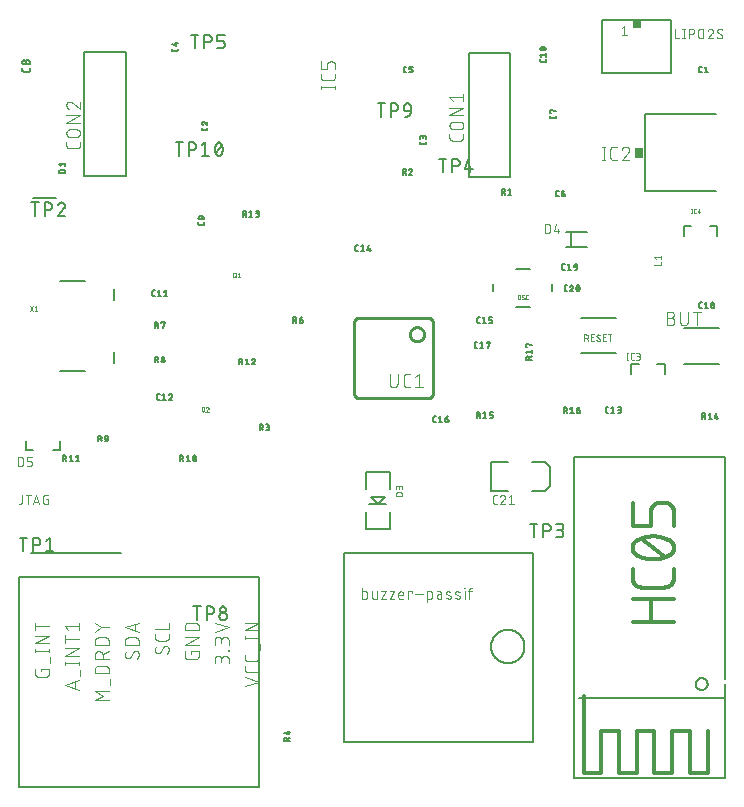
<source format=gbr>
G04 EAGLE Gerber RS-274X export*
G75*
%MOMM*%
%FSLAX34Y34*%
%LPD*%
%INSilkscreen Top*%
%IPPOS*%
%AMOC8*
5,1,8,0,0,1.08239X$1,22.5*%
G01*
%ADD10C,0.127000*%
%ADD11C,0.101600*%
%ADD12C,0.203200*%
%ADD13C,0.076200*%
%ADD14C,0.152400*%
%ADD15C,0.050800*%
%ADD16R,0.762000X0.863600*%
%ADD17C,0.025400*%
%ADD18R,0.635000X0.635000*%
%ADD19C,0.304800*%
%ADD20C,0.254000*%


D10*
X571700Y392600D02*
X601700Y392600D01*
X601700Y362600D02*
X571700Y362600D01*
D11*
X560454Y401599D02*
X557208Y401599D01*
X560454Y401600D02*
X560567Y401598D01*
X560680Y401592D01*
X560793Y401582D01*
X560906Y401568D01*
X561018Y401551D01*
X561129Y401529D01*
X561239Y401504D01*
X561349Y401474D01*
X561457Y401441D01*
X561564Y401404D01*
X561670Y401364D01*
X561774Y401319D01*
X561877Y401271D01*
X561978Y401220D01*
X562077Y401165D01*
X562174Y401107D01*
X562269Y401045D01*
X562362Y400980D01*
X562452Y400912D01*
X562540Y400841D01*
X562626Y400766D01*
X562709Y400689D01*
X562789Y400609D01*
X562866Y400526D01*
X562941Y400440D01*
X563012Y400352D01*
X563080Y400262D01*
X563145Y400169D01*
X563207Y400074D01*
X563265Y399977D01*
X563320Y399878D01*
X563371Y399777D01*
X563419Y399674D01*
X563464Y399570D01*
X563504Y399464D01*
X563541Y399357D01*
X563574Y399249D01*
X563604Y399139D01*
X563629Y399029D01*
X563651Y398918D01*
X563668Y398806D01*
X563682Y398693D01*
X563692Y398580D01*
X563698Y398467D01*
X563700Y398354D01*
X563698Y398241D01*
X563692Y398128D01*
X563682Y398015D01*
X563668Y397902D01*
X563651Y397790D01*
X563629Y397679D01*
X563604Y397569D01*
X563574Y397459D01*
X563541Y397351D01*
X563504Y397244D01*
X563464Y397138D01*
X563419Y397034D01*
X563371Y396931D01*
X563320Y396830D01*
X563265Y396731D01*
X563207Y396634D01*
X563145Y396539D01*
X563080Y396446D01*
X563012Y396356D01*
X562941Y396268D01*
X562866Y396182D01*
X562789Y396099D01*
X562709Y396019D01*
X562626Y395942D01*
X562540Y395867D01*
X562452Y395796D01*
X562362Y395728D01*
X562269Y395663D01*
X562174Y395601D01*
X562077Y395543D01*
X561978Y395488D01*
X561877Y395437D01*
X561774Y395389D01*
X561670Y395344D01*
X561564Y395304D01*
X561457Y395267D01*
X561349Y395234D01*
X561239Y395204D01*
X561129Y395179D01*
X561018Y395157D01*
X560906Y395140D01*
X560793Y395126D01*
X560680Y395116D01*
X560567Y395110D01*
X560454Y395108D01*
X557208Y395108D01*
X557208Y406792D01*
X560454Y406792D01*
X560555Y406790D01*
X560655Y406784D01*
X560755Y406774D01*
X560855Y406761D01*
X560954Y406743D01*
X561053Y406722D01*
X561150Y406697D01*
X561247Y406668D01*
X561342Y406635D01*
X561436Y406599D01*
X561528Y406559D01*
X561619Y406516D01*
X561708Y406469D01*
X561795Y406419D01*
X561881Y406365D01*
X561964Y406308D01*
X562044Y406248D01*
X562123Y406185D01*
X562199Y406118D01*
X562272Y406049D01*
X562342Y405977D01*
X562410Y405903D01*
X562475Y405826D01*
X562536Y405746D01*
X562595Y405664D01*
X562650Y405580D01*
X562702Y405494D01*
X562751Y405406D01*
X562796Y405316D01*
X562838Y405224D01*
X562876Y405131D01*
X562910Y405036D01*
X562941Y404941D01*
X562968Y404844D01*
X562991Y404746D01*
X563011Y404647D01*
X563026Y404547D01*
X563038Y404447D01*
X563046Y404347D01*
X563050Y404246D01*
X563050Y404146D01*
X563046Y404045D01*
X563038Y403945D01*
X563026Y403845D01*
X563011Y403745D01*
X562991Y403646D01*
X562968Y403548D01*
X562941Y403451D01*
X562910Y403356D01*
X562876Y403261D01*
X562838Y403168D01*
X562796Y403076D01*
X562751Y402986D01*
X562702Y402898D01*
X562650Y402812D01*
X562595Y402728D01*
X562536Y402646D01*
X562475Y402566D01*
X562410Y402489D01*
X562342Y402415D01*
X562272Y402343D01*
X562199Y402274D01*
X562123Y402207D01*
X562044Y402144D01*
X561964Y402084D01*
X561881Y402027D01*
X561795Y401973D01*
X561708Y401923D01*
X561619Y401876D01*
X561528Y401833D01*
X561436Y401793D01*
X561342Y401757D01*
X561247Y401724D01*
X561150Y401695D01*
X561053Y401670D01*
X560954Y401649D01*
X560855Y401631D01*
X560755Y401618D01*
X560655Y401608D01*
X560555Y401602D01*
X560454Y401600D01*
X568469Y398354D02*
X568469Y406792D01*
X568468Y398354D02*
X568470Y398241D01*
X568476Y398128D01*
X568486Y398015D01*
X568500Y397902D01*
X568517Y397790D01*
X568539Y397679D01*
X568564Y397569D01*
X568594Y397459D01*
X568627Y397351D01*
X568664Y397244D01*
X568704Y397138D01*
X568749Y397034D01*
X568797Y396931D01*
X568848Y396830D01*
X568903Y396731D01*
X568961Y396634D01*
X569023Y396539D01*
X569088Y396446D01*
X569156Y396356D01*
X569227Y396268D01*
X569302Y396182D01*
X569379Y396099D01*
X569459Y396019D01*
X569542Y395942D01*
X569628Y395867D01*
X569716Y395796D01*
X569806Y395728D01*
X569899Y395663D01*
X569994Y395601D01*
X570091Y395543D01*
X570190Y395488D01*
X570291Y395437D01*
X570394Y395389D01*
X570498Y395344D01*
X570604Y395304D01*
X570711Y395267D01*
X570819Y395234D01*
X570929Y395204D01*
X571039Y395179D01*
X571150Y395157D01*
X571262Y395140D01*
X571375Y395126D01*
X571488Y395116D01*
X571601Y395110D01*
X571714Y395108D01*
X571827Y395110D01*
X571940Y395116D01*
X572053Y395126D01*
X572166Y395140D01*
X572278Y395157D01*
X572389Y395179D01*
X572499Y395204D01*
X572609Y395234D01*
X572717Y395267D01*
X572824Y395304D01*
X572930Y395344D01*
X573034Y395389D01*
X573137Y395437D01*
X573238Y395488D01*
X573337Y395543D01*
X573434Y395601D01*
X573529Y395663D01*
X573622Y395728D01*
X573712Y395796D01*
X573800Y395867D01*
X573886Y395942D01*
X573969Y396019D01*
X574049Y396099D01*
X574126Y396182D01*
X574201Y396268D01*
X574272Y396356D01*
X574340Y396446D01*
X574405Y396539D01*
X574467Y396634D01*
X574525Y396731D01*
X574580Y396830D01*
X574631Y396931D01*
X574679Y397034D01*
X574724Y397138D01*
X574764Y397244D01*
X574801Y397351D01*
X574834Y397459D01*
X574864Y397569D01*
X574889Y397679D01*
X574911Y397790D01*
X574928Y397902D01*
X574942Y398015D01*
X574952Y398128D01*
X574958Y398241D01*
X574960Y398354D01*
X574960Y406792D01*
X582763Y406792D02*
X582763Y395108D01*
X579518Y406792D02*
X586009Y406792D01*
D10*
X585709Y609329D02*
X586781Y609329D01*
X585709Y609329D02*
X585644Y609331D01*
X585580Y609337D01*
X585516Y609347D01*
X585452Y609360D01*
X585390Y609378D01*
X585329Y609399D01*
X585269Y609423D01*
X585211Y609452D01*
X585154Y609484D01*
X585100Y609519D01*
X585048Y609557D01*
X584998Y609599D01*
X584951Y609643D01*
X584907Y609690D01*
X584865Y609740D01*
X584827Y609792D01*
X584792Y609846D01*
X584760Y609903D01*
X584731Y609961D01*
X584707Y610021D01*
X584686Y610082D01*
X584668Y610144D01*
X584655Y610208D01*
X584645Y610272D01*
X584639Y610336D01*
X584637Y610401D01*
X584637Y613083D01*
X584639Y613148D01*
X584645Y613212D01*
X584655Y613276D01*
X584668Y613340D01*
X584686Y613402D01*
X584707Y613463D01*
X584731Y613523D01*
X584760Y613581D01*
X584792Y613638D01*
X584827Y613692D01*
X584865Y613744D01*
X584907Y613794D01*
X584951Y613841D01*
X584998Y613885D01*
X585048Y613927D01*
X585100Y613965D01*
X585154Y614000D01*
X585211Y614032D01*
X585269Y614061D01*
X585329Y614085D01*
X585390Y614106D01*
X585452Y614124D01*
X585516Y614137D01*
X585580Y614147D01*
X585644Y614153D01*
X585709Y614155D01*
X586781Y614155D01*
X589237Y613083D02*
X590578Y614155D01*
X590578Y609329D01*
X591918Y609329D02*
X589237Y609329D01*
X454858Y619262D02*
X454858Y620335D01*
X454858Y619262D02*
X454856Y619197D01*
X454850Y619133D01*
X454840Y619069D01*
X454827Y619005D01*
X454809Y618943D01*
X454788Y618882D01*
X454764Y618822D01*
X454735Y618764D01*
X454703Y618707D01*
X454668Y618653D01*
X454630Y618601D01*
X454588Y618551D01*
X454544Y618504D01*
X454497Y618460D01*
X454447Y618418D01*
X454395Y618380D01*
X454341Y618345D01*
X454284Y618313D01*
X454226Y618284D01*
X454166Y618260D01*
X454105Y618239D01*
X454043Y618221D01*
X453979Y618208D01*
X453915Y618198D01*
X453851Y618192D01*
X453786Y618190D01*
X451105Y618190D01*
X451105Y618189D02*
X451040Y618191D01*
X450976Y618197D01*
X450912Y618207D01*
X450848Y618220D01*
X450786Y618238D01*
X450725Y618259D01*
X450665Y618284D01*
X450606Y618312D01*
X450550Y618344D01*
X450495Y618379D01*
X450443Y618417D01*
X450393Y618459D01*
X450346Y618503D01*
X450302Y618550D01*
X450260Y618600D01*
X450222Y618652D01*
X450187Y618707D01*
X450155Y618763D01*
X450127Y618822D01*
X450102Y618881D01*
X450081Y618943D01*
X450063Y619005D01*
X450050Y619069D01*
X450040Y619133D01*
X450034Y619197D01*
X450032Y619262D01*
X450032Y620335D01*
X451105Y622791D02*
X450032Y624131D01*
X454858Y624131D01*
X454858Y622791D02*
X454858Y625472D01*
X452445Y628277D02*
X452325Y628279D01*
X452205Y628284D01*
X452085Y628293D01*
X451965Y628306D01*
X451846Y628322D01*
X451727Y628342D01*
X451609Y628366D01*
X451492Y628393D01*
X451376Y628423D01*
X451261Y628457D01*
X451146Y628495D01*
X451033Y628536D01*
X450922Y628580D01*
X450811Y628628D01*
X450702Y628679D01*
X450702Y628680D02*
X450645Y628701D01*
X450589Y628727D01*
X450534Y628755D01*
X450482Y628787D01*
X450431Y628823D01*
X450383Y628861D01*
X450337Y628902D01*
X450294Y628946D01*
X450254Y628992D01*
X450217Y629041D01*
X450183Y629093D01*
X450152Y629146D01*
X450124Y629201D01*
X450100Y629257D01*
X450079Y629315D01*
X450062Y629374D01*
X450049Y629434D01*
X450040Y629495D01*
X450034Y629557D01*
X450032Y629618D01*
X450034Y629679D01*
X450040Y629741D01*
X450049Y629802D01*
X450062Y629862D01*
X450079Y629921D01*
X450100Y629979D01*
X450124Y630035D01*
X450152Y630090D01*
X450183Y630143D01*
X450217Y630195D01*
X450254Y630244D01*
X450294Y630290D01*
X450337Y630334D01*
X450383Y630375D01*
X450431Y630413D01*
X450482Y630449D01*
X450534Y630481D01*
X450589Y630509D01*
X450645Y630535D01*
X450702Y630556D01*
X450811Y630607D01*
X450922Y630655D01*
X451033Y630699D01*
X451146Y630740D01*
X451261Y630778D01*
X451376Y630812D01*
X451492Y630842D01*
X451609Y630869D01*
X451727Y630893D01*
X451846Y630913D01*
X451965Y630929D01*
X452085Y630942D01*
X452205Y630951D01*
X452325Y630956D01*
X452445Y630958D01*
X452445Y628277D02*
X452565Y628279D01*
X452685Y628284D01*
X452805Y628293D01*
X452925Y628306D01*
X453044Y628322D01*
X453163Y628342D01*
X453281Y628366D01*
X453398Y628393D01*
X453514Y628423D01*
X453629Y628457D01*
X453744Y628495D01*
X453857Y628536D01*
X453968Y628580D01*
X454079Y628628D01*
X454188Y628679D01*
X454188Y628680D02*
X454245Y628701D01*
X454301Y628727D01*
X454356Y628755D01*
X454408Y628787D01*
X454459Y628823D01*
X454507Y628861D01*
X454553Y628902D01*
X454596Y628946D01*
X454636Y628992D01*
X454673Y629041D01*
X454707Y629093D01*
X454738Y629146D01*
X454766Y629201D01*
X454790Y629257D01*
X454811Y629315D01*
X454828Y629374D01*
X454841Y629434D01*
X454850Y629495D01*
X454856Y629557D01*
X454858Y629618D01*
X454188Y630556D02*
X454079Y630607D01*
X453968Y630655D01*
X453857Y630699D01*
X453744Y630740D01*
X453629Y630778D01*
X453514Y630812D01*
X453398Y630842D01*
X453281Y630869D01*
X453163Y630893D01*
X453044Y630913D01*
X452925Y630929D01*
X452805Y630942D01*
X452685Y630951D01*
X452565Y630956D01*
X452445Y630958D01*
X454188Y630556D02*
X454245Y630535D01*
X454301Y630509D01*
X454356Y630481D01*
X454408Y630449D01*
X454459Y630413D01*
X454507Y630375D01*
X454553Y630334D01*
X454596Y630290D01*
X454636Y630243D01*
X454673Y630195D01*
X454707Y630143D01*
X454738Y630090D01*
X454766Y630035D01*
X454790Y629979D01*
X454811Y629921D01*
X454828Y629862D01*
X454841Y629802D01*
X454850Y629741D01*
X454856Y629679D01*
X454858Y629618D01*
X453786Y628545D02*
X451105Y630690D01*
X168258Y562578D02*
X168258Y561506D01*
X168256Y561441D01*
X168250Y561377D01*
X168240Y561313D01*
X168227Y561249D01*
X168209Y561187D01*
X168188Y561126D01*
X168164Y561066D01*
X168135Y561008D01*
X168103Y560951D01*
X168068Y560897D01*
X168030Y560845D01*
X167988Y560795D01*
X167944Y560748D01*
X167897Y560704D01*
X167847Y560662D01*
X167795Y560624D01*
X167741Y560589D01*
X167684Y560557D01*
X167626Y560528D01*
X167566Y560504D01*
X167505Y560483D01*
X167443Y560465D01*
X167379Y560452D01*
X167315Y560442D01*
X167251Y560436D01*
X167186Y560434D01*
X167186Y560433D02*
X164505Y560433D01*
X164440Y560435D01*
X164376Y560441D01*
X164312Y560451D01*
X164248Y560464D01*
X164186Y560482D01*
X164125Y560503D01*
X164065Y560528D01*
X164006Y560556D01*
X163950Y560588D01*
X163895Y560623D01*
X163843Y560661D01*
X163793Y560703D01*
X163746Y560747D01*
X163702Y560794D01*
X163660Y560844D01*
X163622Y560896D01*
X163587Y560951D01*
X163555Y561007D01*
X163527Y561066D01*
X163502Y561125D01*
X163481Y561187D01*
X163463Y561249D01*
X163450Y561313D01*
X163440Y561377D01*
X163434Y561441D01*
X163432Y561506D01*
X163432Y562578D01*
X163432Y566508D02*
X163434Y566576D01*
X163440Y566643D01*
X163449Y566710D01*
X163462Y566777D01*
X163479Y566842D01*
X163500Y566907D01*
X163524Y566970D01*
X163552Y567032D01*
X163583Y567092D01*
X163617Y567150D01*
X163655Y567206D01*
X163695Y567261D01*
X163739Y567312D01*
X163786Y567361D01*
X163835Y567408D01*
X163886Y567452D01*
X163941Y567492D01*
X163997Y567530D01*
X164055Y567564D01*
X164115Y567595D01*
X164177Y567623D01*
X164240Y567647D01*
X164305Y567668D01*
X164370Y567685D01*
X164437Y567698D01*
X164504Y567707D01*
X164571Y567713D01*
X164639Y567715D01*
X163432Y566508D02*
X163434Y566430D01*
X163440Y566352D01*
X163450Y566275D01*
X163463Y566198D01*
X163481Y566122D01*
X163502Y566047D01*
X163527Y565973D01*
X163556Y565901D01*
X163588Y565830D01*
X163624Y565761D01*
X163663Y565693D01*
X163706Y565628D01*
X163752Y565565D01*
X163801Y565504D01*
X163853Y565446D01*
X163908Y565391D01*
X163965Y565338D01*
X164025Y565289D01*
X164088Y565242D01*
X164153Y565199D01*
X164219Y565159D01*
X164288Y565122D01*
X164359Y565089D01*
X164431Y565059D01*
X164505Y565033D01*
X165577Y567313D02*
X165528Y567362D01*
X165476Y567409D01*
X165421Y567452D01*
X165364Y567493D01*
X165305Y567531D01*
X165244Y567565D01*
X165181Y567596D01*
X165117Y567624D01*
X165051Y567648D01*
X164985Y567668D01*
X164917Y567685D01*
X164848Y567698D01*
X164779Y567707D01*
X164709Y567713D01*
X164639Y567715D01*
X165577Y567313D02*
X168258Y565034D01*
X168258Y567715D01*
D12*
X408077Y255074D02*
X423077Y255074D01*
X408077Y255074D02*
X408077Y279074D01*
X423077Y279074D01*
X443077Y255074D02*
X454077Y255074D01*
X458077Y259074D01*
X458077Y275074D01*
X454077Y279074D01*
X443077Y279074D01*
D13*
X413332Y244265D02*
X411695Y244265D01*
X411617Y244267D01*
X411539Y244272D01*
X411462Y244282D01*
X411385Y244295D01*
X411309Y244311D01*
X411234Y244331D01*
X411160Y244355D01*
X411087Y244382D01*
X411015Y244413D01*
X410945Y244447D01*
X410877Y244484D01*
X410810Y244525D01*
X410745Y244569D01*
X410683Y244615D01*
X410623Y244665D01*
X410565Y244717D01*
X410510Y244772D01*
X410458Y244830D01*
X410408Y244890D01*
X410362Y244952D01*
X410318Y245017D01*
X410277Y245084D01*
X410240Y245152D01*
X410206Y245222D01*
X410175Y245294D01*
X410148Y245367D01*
X410124Y245441D01*
X410104Y245516D01*
X410088Y245592D01*
X410075Y245669D01*
X410065Y245746D01*
X410060Y245824D01*
X410058Y245902D01*
X410058Y249994D01*
X410060Y250074D01*
X410066Y250154D01*
X410076Y250234D01*
X410089Y250313D01*
X410107Y250392D01*
X410128Y250469D01*
X410154Y250545D01*
X410183Y250620D01*
X410215Y250694D01*
X410251Y250766D01*
X410291Y250836D01*
X410334Y250903D01*
X410380Y250969D01*
X410430Y251032D01*
X410482Y251093D01*
X410537Y251152D01*
X410596Y251207D01*
X410656Y251259D01*
X410720Y251309D01*
X410786Y251355D01*
X410853Y251398D01*
X410923Y251438D01*
X410995Y251474D01*
X411069Y251506D01*
X411143Y251535D01*
X411220Y251561D01*
X411297Y251582D01*
X411376Y251600D01*
X411455Y251613D01*
X411535Y251623D01*
X411615Y251629D01*
X411695Y251631D01*
X413332Y251631D01*
X418428Y251632D02*
X418513Y251630D01*
X418598Y251624D01*
X418682Y251614D01*
X418766Y251601D01*
X418850Y251583D01*
X418932Y251562D01*
X419013Y251537D01*
X419093Y251508D01*
X419172Y251475D01*
X419249Y251439D01*
X419324Y251399D01*
X419398Y251356D01*
X419469Y251310D01*
X419538Y251260D01*
X419605Y251207D01*
X419669Y251151D01*
X419730Y251092D01*
X419789Y251031D01*
X419845Y250967D01*
X419898Y250900D01*
X419948Y250831D01*
X419994Y250760D01*
X420037Y250686D01*
X420077Y250611D01*
X420113Y250534D01*
X420146Y250455D01*
X420175Y250375D01*
X420200Y250294D01*
X420221Y250212D01*
X420239Y250128D01*
X420252Y250044D01*
X420262Y249960D01*
X420268Y249875D01*
X420270Y249790D01*
X418428Y251631D02*
X418332Y251629D01*
X418236Y251623D01*
X418141Y251613D01*
X418046Y251600D01*
X417951Y251582D01*
X417858Y251561D01*
X417765Y251536D01*
X417674Y251507D01*
X417583Y251475D01*
X417494Y251439D01*
X417407Y251399D01*
X417321Y251356D01*
X417237Y251310D01*
X417155Y251260D01*
X417075Y251206D01*
X416998Y251150D01*
X416923Y251090D01*
X416850Y251028D01*
X416780Y250962D01*
X416712Y250894D01*
X416647Y250823D01*
X416586Y250750D01*
X416527Y250674D01*
X416471Y250595D01*
X416419Y250515D01*
X416370Y250432D01*
X416324Y250348D01*
X416282Y250262D01*
X416244Y250174D01*
X416209Y250085D01*
X416177Y249994D01*
X419656Y248358D02*
X419716Y248417D01*
X419773Y248479D01*
X419828Y248543D01*
X419879Y248610D01*
X419928Y248679D01*
X419974Y248749D01*
X420017Y248822D01*
X420057Y248896D01*
X420093Y248972D01*
X420126Y249050D01*
X420156Y249129D01*
X420183Y249209D01*
X420206Y249290D01*
X420225Y249372D01*
X420241Y249454D01*
X420254Y249538D01*
X420263Y249622D01*
X420268Y249706D01*
X420270Y249790D01*
X419656Y248357D02*
X416177Y244265D01*
X420270Y244265D01*
X423493Y249994D02*
X425539Y251631D01*
X425539Y244265D01*
X423493Y244265D02*
X427585Y244265D01*
D10*
X353158Y549506D02*
X353158Y550578D01*
X353158Y549506D02*
X353156Y549441D01*
X353150Y549377D01*
X353140Y549313D01*
X353127Y549249D01*
X353109Y549187D01*
X353088Y549126D01*
X353064Y549066D01*
X353035Y549008D01*
X353003Y548951D01*
X352968Y548897D01*
X352930Y548845D01*
X352888Y548795D01*
X352844Y548748D01*
X352797Y548704D01*
X352747Y548662D01*
X352695Y548624D01*
X352641Y548589D01*
X352584Y548557D01*
X352526Y548528D01*
X352466Y548504D01*
X352405Y548483D01*
X352343Y548465D01*
X352279Y548452D01*
X352215Y548442D01*
X352151Y548436D01*
X352086Y548434D01*
X352086Y548433D02*
X349405Y548433D01*
X349340Y548435D01*
X349276Y548441D01*
X349212Y548451D01*
X349148Y548464D01*
X349086Y548482D01*
X349025Y548503D01*
X348965Y548528D01*
X348906Y548556D01*
X348850Y548588D01*
X348795Y548623D01*
X348743Y548661D01*
X348693Y548703D01*
X348646Y548747D01*
X348602Y548794D01*
X348560Y548844D01*
X348522Y548896D01*
X348487Y548951D01*
X348455Y549007D01*
X348427Y549066D01*
X348402Y549125D01*
X348381Y549187D01*
X348363Y549249D01*
X348350Y549313D01*
X348340Y549377D01*
X348334Y549441D01*
X348332Y549506D01*
X348332Y550578D01*
X353158Y553034D02*
X353158Y554374D01*
X353159Y554374D02*
X353157Y554445D01*
X353151Y554517D01*
X353142Y554587D01*
X353129Y554657D01*
X353112Y554727D01*
X353091Y554795D01*
X353067Y554862D01*
X353039Y554928D01*
X353008Y554992D01*
X352973Y555055D01*
X352935Y555115D01*
X352894Y555174D01*
X352850Y555230D01*
X352803Y555284D01*
X352754Y555335D01*
X352701Y555383D01*
X352646Y555429D01*
X352589Y555471D01*
X352529Y555511D01*
X352468Y555547D01*
X352404Y555580D01*
X352339Y555609D01*
X352273Y555635D01*
X352205Y555658D01*
X352136Y555677D01*
X352066Y555692D01*
X351996Y555703D01*
X351925Y555711D01*
X351854Y555715D01*
X351782Y555715D01*
X351711Y555711D01*
X351640Y555703D01*
X351570Y555692D01*
X351500Y555677D01*
X351431Y555658D01*
X351363Y555635D01*
X351297Y555609D01*
X351232Y555580D01*
X351168Y555547D01*
X351107Y555511D01*
X351047Y555471D01*
X350990Y555429D01*
X350935Y555383D01*
X350882Y555335D01*
X350833Y555284D01*
X350786Y555230D01*
X350742Y555174D01*
X350701Y555115D01*
X350663Y555055D01*
X350628Y554992D01*
X350597Y554928D01*
X350569Y554862D01*
X350545Y554795D01*
X350524Y554727D01*
X350507Y554657D01*
X350494Y554587D01*
X350485Y554517D01*
X350479Y554445D01*
X350477Y554374D01*
X348332Y554642D02*
X348332Y553034D01*
X348333Y554642D02*
X348335Y554707D01*
X348341Y554771D01*
X348351Y554835D01*
X348364Y554899D01*
X348382Y554961D01*
X348403Y555022D01*
X348427Y555082D01*
X348456Y555140D01*
X348488Y555197D01*
X348523Y555251D01*
X348561Y555303D01*
X348603Y555353D01*
X348647Y555400D01*
X348694Y555444D01*
X348744Y555486D01*
X348796Y555524D01*
X348850Y555559D01*
X348907Y555591D01*
X348965Y555620D01*
X349025Y555644D01*
X349086Y555665D01*
X349148Y555683D01*
X349212Y555696D01*
X349276Y555706D01*
X349340Y555712D01*
X349405Y555714D01*
X349470Y555712D01*
X349534Y555706D01*
X349598Y555696D01*
X349662Y555683D01*
X349724Y555665D01*
X349785Y555644D01*
X349845Y555620D01*
X349903Y555591D01*
X349960Y555559D01*
X350014Y555524D01*
X350066Y555486D01*
X350116Y555444D01*
X350163Y555400D01*
X350207Y555353D01*
X350249Y555303D01*
X350287Y555251D01*
X350322Y555197D01*
X350354Y555140D01*
X350383Y555082D01*
X350407Y555022D01*
X350428Y554961D01*
X350446Y554899D01*
X350459Y554835D01*
X350469Y554771D01*
X350475Y554707D01*
X350477Y554642D01*
X350477Y553570D01*
X143058Y628506D02*
X143058Y629578D01*
X143058Y628506D02*
X143056Y628441D01*
X143050Y628377D01*
X143040Y628313D01*
X143027Y628249D01*
X143009Y628187D01*
X142988Y628126D01*
X142964Y628066D01*
X142935Y628008D01*
X142903Y627951D01*
X142868Y627897D01*
X142830Y627845D01*
X142788Y627795D01*
X142744Y627748D01*
X142697Y627704D01*
X142647Y627662D01*
X142595Y627624D01*
X142541Y627589D01*
X142484Y627557D01*
X142426Y627528D01*
X142366Y627504D01*
X142305Y627483D01*
X142243Y627465D01*
X142179Y627452D01*
X142115Y627442D01*
X142051Y627436D01*
X141986Y627434D01*
X141986Y627433D02*
X139305Y627433D01*
X139240Y627435D01*
X139176Y627441D01*
X139112Y627451D01*
X139048Y627464D01*
X138986Y627482D01*
X138925Y627503D01*
X138865Y627528D01*
X138806Y627556D01*
X138750Y627588D01*
X138695Y627623D01*
X138643Y627661D01*
X138593Y627703D01*
X138546Y627747D01*
X138502Y627794D01*
X138460Y627844D01*
X138422Y627896D01*
X138387Y627951D01*
X138355Y628007D01*
X138327Y628066D01*
X138302Y628125D01*
X138281Y628187D01*
X138263Y628249D01*
X138250Y628313D01*
X138240Y628377D01*
X138234Y628441D01*
X138232Y628506D01*
X138232Y629578D01*
X138232Y633106D02*
X141986Y632034D01*
X141986Y634715D01*
X140914Y633911D02*
X143058Y633911D01*
X335709Y609493D02*
X336781Y609493D01*
X335709Y609493D02*
X335644Y609495D01*
X335580Y609501D01*
X335516Y609511D01*
X335452Y609524D01*
X335390Y609542D01*
X335329Y609563D01*
X335269Y609587D01*
X335211Y609616D01*
X335154Y609648D01*
X335100Y609683D01*
X335048Y609721D01*
X334998Y609763D01*
X334951Y609807D01*
X334907Y609854D01*
X334865Y609904D01*
X334827Y609956D01*
X334792Y610010D01*
X334760Y610067D01*
X334731Y610125D01*
X334707Y610185D01*
X334686Y610246D01*
X334668Y610308D01*
X334655Y610372D01*
X334645Y610436D01*
X334639Y610500D01*
X334637Y610565D01*
X334637Y613247D01*
X334639Y613312D01*
X334645Y613376D01*
X334655Y613440D01*
X334668Y613504D01*
X334686Y613566D01*
X334707Y613627D01*
X334731Y613687D01*
X334760Y613745D01*
X334792Y613802D01*
X334827Y613856D01*
X334865Y613908D01*
X334907Y613958D01*
X334951Y614005D01*
X334998Y614049D01*
X335048Y614091D01*
X335100Y614129D01*
X335154Y614164D01*
X335211Y614196D01*
X335269Y614225D01*
X335329Y614249D01*
X335390Y614270D01*
X335452Y614288D01*
X335516Y614301D01*
X335580Y614311D01*
X335644Y614317D01*
X335709Y614319D01*
X336781Y614319D01*
X339237Y609493D02*
X340846Y609493D01*
X340911Y609495D01*
X340975Y609501D01*
X341039Y609511D01*
X341103Y609524D01*
X341165Y609542D01*
X341226Y609563D01*
X341286Y609587D01*
X341344Y609616D01*
X341401Y609648D01*
X341455Y609683D01*
X341507Y609721D01*
X341557Y609763D01*
X341604Y609807D01*
X341648Y609854D01*
X341690Y609904D01*
X341728Y609956D01*
X341763Y610010D01*
X341795Y610067D01*
X341824Y610125D01*
X341848Y610185D01*
X341869Y610246D01*
X341887Y610308D01*
X341900Y610372D01*
X341910Y610436D01*
X341916Y610500D01*
X341918Y610565D01*
X341918Y611102D01*
X341916Y611167D01*
X341910Y611231D01*
X341900Y611295D01*
X341887Y611359D01*
X341869Y611421D01*
X341848Y611482D01*
X341824Y611542D01*
X341795Y611600D01*
X341763Y611657D01*
X341728Y611711D01*
X341690Y611763D01*
X341648Y611813D01*
X341604Y611860D01*
X341557Y611904D01*
X341507Y611946D01*
X341455Y611984D01*
X341401Y612019D01*
X341344Y612051D01*
X341286Y612080D01*
X341226Y612104D01*
X341165Y612125D01*
X341103Y612143D01*
X341039Y612156D01*
X340975Y612166D01*
X340911Y612172D01*
X340846Y612174D01*
X339237Y612174D01*
X339237Y614319D01*
X341918Y614319D01*
X464609Y504493D02*
X465681Y504493D01*
X464609Y504493D02*
X464544Y504495D01*
X464480Y504501D01*
X464416Y504511D01*
X464352Y504524D01*
X464290Y504542D01*
X464229Y504563D01*
X464169Y504587D01*
X464111Y504616D01*
X464054Y504648D01*
X464000Y504683D01*
X463948Y504721D01*
X463898Y504763D01*
X463851Y504807D01*
X463807Y504854D01*
X463765Y504904D01*
X463727Y504956D01*
X463692Y505010D01*
X463660Y505067D01*
X463631Y505125D01*
X463607Y505185D01*
X463586Y505246D01*
X463568Y505308D01*
X463555Y505372D01*
X463545Y505436D01*
X463539Y505500D01*
X463537Y505565D01*
X463537Y508247D01*
X463539Y508312D01*
X463545Y508376D01*
X463555Y508440D01*
X463568Y508504D01*
X463586Y508566D01*
X463607Y508627D01*
X463631Y508687D01*
X463660Y508745D01*
X463692Y508802D01*
X463727Y508856D01*
X463765Y508908D01*
X463807Y508958D01*
X463851Y509005D01*
X463898Y509049D01*
X463948Y509091D01*
X464000Y509129D01*
X464054Y509164D01*
X464111Y509196D01*
X464169Y509225D01*
X464229Y509249D01*
X464290Y509270D01*
X464352Y509288D01*
X464416Y509301D01*
X464480Y509311D01*
X464544Y509317D01*
X464609Y509319D01*
X465681Y509319D01*
X468137Y507174D02*
X469746Y507174D01*
X469811Y507172D01*
X469875Y507166D01*
X469939Y507156D01*
X470003Y507143D01*
X470065Y507125D01*
X470126Y507104D01*
X470186Y507080D01*
X470244Y507051D01*
X470301Y507019D01*
X470355Y506984D01*
X470407Y506946D01*
X470457Y506904D01*
X470504Y506860D01*
X470548Y506813D01*
X470590Y506763D01*
X470628Y506711D01*
X470663Y506657D01*
X470695Y506600D01*
X470724Y506542D01*
X470748Y506482D01*
X470769Y506421D01*
X470787Y506359D01*
X470800Y506295D01*
X470810Y506231D01*
X470816Y506167D01*
X470818Y506102D01*
X470818Y505834D01*
X470819Y505834D02*
X470817Y505763D01*
X470811Y505691D01*
X470802Y505621D01*
X470789Y505551D01*
X470772Y505481D01*
X470751Y505413D01*
X470727Y505346D01*
X470699Y505280D01*
X470668Y505216D01*
X470633Y505153D01*
X470595Y505093D01*
X470554Y505034D01*
X470510Y504978D01*
X470463Y504924D01*
X470414Y504873D01*
X470361Y504825D01*
X470306Y504779D01*
X470249Y504737D01*
X470189Y504697D01*
X470128Y504661D01*
X470064Y504628D01*
X469999Y504599D01*
X469933Y504573D01*
X469865Y504550D01*
X469796Y504531D01*
X469726Y504516D01*
X469656Y504505D01*
X469585Y504497D01*
X469514Y504493D01*
X469442Y504493D01*
X469371Y504497D01*
X469300Y504505D01*
X469230Y504516D01*
X469160Y504531D01*
X469091Y504550D01*
X469023Y504573D01*
X468957Y504599D01*
X468892Y504628D01*
X468828Y504661D01*
X468767Y504697D01*
X468707Y504737D01*
X468650Y504779D01*
X468595Y504825D01*
X468542Y504873D01*
X468493Y504924D01*
X468446Y504978D01*
X468402Y505034D01*
X468361Y505093D01*
X468323Y505153D01*
X468288Y505216D01*
X468257Y505280D01*
X468229Y505346D01*
X468205Y505413D01*
X468184Y505481D01*
X468167Y505551D01*
X468154Y505621D01*
X468145Y505691D01*
X468139Y505763D01*
X468137Y505834D01*
X468137Y507174D01*
X468139Y507265D01*
X468145Y507356D01*
X468154Y507446D01*
X468168Y507537D01*
X468185Y507626D01*
X468206Y507714D01*
X468231Y507802D01*
X468260Y507889D01*
X468292Y507974D01*
X468327Y508058D01*
X468367Y508140D01*
X468409Y508220D01*
X468455Y508299D01*
X468505Y508375D01*
X468557Y508449D01*
X468613Y508522D01*
X468672Y508591D01*
X468733Y508658D01*
X468798Y508723D01*
X468865Y508784D01*
X468934Y508843D01*
X469006Y508899D01*
X469081Y508951D01*
X469157Y509001D01*
X469236Y509047D01*
X469316Y509089D01*
X469398Y509129D01*
X469482Y509164D01*
X469567Y509196D01*
X469654Y509225D01*
X469741Y509250D01*
X469830Y509271D01*
X469919Y509288D01*
X470010Y509302D01*
X470100Y509311D01*
X470191Y509317D01*
X470282Y509319D01*
X463171Y571509D02*
X463171Y572581D01*
X463171Y571509D02*
X463169Y571444D01*
X463163Y571380D01*
X463153Y571316D01*
X463140Y571252D01*
X463122Y571190D01*
X463101Y571129D01*
X463077Y571069D01*
X463048Y571011D01*
X463016Y570954D01*
X462981Y570900D01*
X462943Y570848D01*
X462901Y570798D01*
X462857Y570751D01*
X462810Y570707D01*
X462760Y570665D01*
X462708Y570627D01*
X462654Y570592D01*
X462597Y570560D01*
X462539Y570531D01*
X462479Y570507D01*
X462418Y570486D01*
X462356Y570468D01*
X462292Y570455D01*
X462228Y570445D01*
X462164Y570439D01*
X462099Y570437D01*
X459417Y570437D01*
X459417Y570436D02*
X459352Y570438D01*
X459288Y570444D01*
X459224Y570454D01*
X459160Y570467D01*
X459098Y570485D01*
X459037Y570506D01*
X458977Y570531D01*
X458918Y570559D01*
X458862Y570591D01*
X458807Y570626D01*
X458755Y570664D01*
X458705Y570706D01*
X458658Y570750D01*
X458614Y570797D01*
X458572Y570847D01*
X458534Y570899D01*
X458499Y570954D01*
X458467Y571010D01*
X458439Y571069D01*
X458414Y571128D01*
X458393Y571190D01*
X458375Y571252D01*
X458362Y571316D01*
X458352Y571380D01*
X458346Y571444D01*
X458344Y571509D01*
X458345Y571509D02*
X458345Y572581D01*
X458345Y575037D02*
X458881Y575037D01*
X458345Y575037D02*
X458345Y577718D01*
X463171Y576378D01*
D14*
X18044Y611545D02*
X18044Y613012D01*
X18044Y611545D02*
X18042Y611471D01*
X18036Y611396D01*
X18027Y611323D01*
X18014Y611249D01*
X17997Y611177D01*
X17977Y611106D01*
X17953Y611035D01*
X17925Y610966D01*
X17894Y610899D01*
X17860Y610833D01*
X17822Y610768D01*
X17781Y610706D01*
X17737Y610646D01*
X17690Y610589D01*
X17640Y610534D01*
X17587Y610481D01*
X17532Y610431D01*
X17475Y610384D01*
X17415Y610340D01*
X17353Y610299D01*
X17288Y610261D01*
X17223Y610227D01*
X17155Y610196D01*
X17086Y610168D01*
X17015Y610144D01*
X16944Y610124D01*
X16872Y610107D01*
X16798Y610094D01*
X16725Y610085D01*
X16650Y610079D01*
X16576Y610077D01*
X12908Y610077D01*
X12834Y610079D01*
X12759Y610085D01*
X12686Y610094D01*
X12612Y610107D01*
X12540Y610124D01*
X12469Y610144D01*
X12398Y610168D01*
X12329Y610196D01*
X12262Y610227D01*
X12196Y610261D01*
X12131Y610299D01*
X12069Y610340D01*
X12009Y610384D01*
X11952Y610431D01*
X11897Y610481D01*
X11844Y610534D01*
X11794Y610589D01*
X11747Y610646D01*
X11703Y610706D01*
X11662Y610768D01*
X11624Y610833D01*
X11590Y610898D01*
X11559Y610966D01*
X11531Y611035D01*
X11507Y611106D01*
X11487Y611177D01*
X11470Y611249D01*
X11457Y611323D01*
X11448Y611396D01*
X11442Y611471D01*
X11440Y611545D01*
X11440Y613012D01*
X16210Y616209D02*
X16125Y616211D01*
X16041Y616217D01*
X15957Y616227D01*
X15873Y616240D01*
X15790Y616258D01*
X15708Y616279D01*
X15627Y616304D01*
X15547Y616333D01*
X15469Y616365D01*
X15393Y616401D01*
X15318Y616441D01*
X15245Y616484D01*
X15174Y616530D01*
X15105Y616579D01*
X15038Y616632D01*
X14974Y616688D01*
X14913Y616746D01*
X14855Y616807D01*
X14799Y616871D01*
X14746Y616938D01*
X14697Y617007D01*
X14651Y617078D01*
X14608Y617151D01*
X14568Y617226D01*
X14532Y617302D01*
X14500Y617380D01*
X14471Y617460D01*
X14446Y617541D01*
X14425Y617623D01*
X14407Y617706D01*
X14394Y617790D01*
X14384Y617874D01*
X14378Y617958D01*
X14376Y618043D01*
X14378Y618128D01*
X14384Y618212D01*
X14394Y618296D01*
X14407Y618380D01*
X14425Y618463D01*
X14446Y618545D01*
X14471Y618626D01*
X14500Y618706D01*
X14532Y618784D01*
X14568Y618860D01*
X14608Y618935D01*
X14651Y619008D01*
X14697Y619079D01*
X14746Y619148D01*
X14799Y619215D01*
X14855Y619279D01*
X14913Y619340D01*
X14974Y619398D01*
X15038Y619454D01*
X15105Y619507D01*
X15174Y619556D01*
X15245Y619602D01*
X15318Y619645D01*
X15393Y619685D01*
X15469Y619721D01*
X15547Y619753D01*
X15627Y619782D01*
X15708Y619807D01*
X15790Y619828D01*
X15873Y619846D01*
X15957Y619859D01*
X16041Y619869D01*
X16125Y619875D01*
X16210Y619877D01*
X16295Y619875D01*
X16379Y619869D01*
X16463Y619859D01*
X16547Y619846D01*
X16630Y619828D01*
X16712Y619807D01*
X16793Y619782D01*
X16873Y619753D01*
X16951Y619721D01*
X17027Y619685D01*
X17102Y619645D01*
X17175Y619602D01*
X17246Y619556D01*
X17315Y619507D01*
X17382Y619454D01*
X17446Y619398D01*
X17507Y619340D01*
X17565Y619279D01*
X17621Y619215D01*
X17674Y619148D01*
X17723Y619079D01*
X17769Y619008D01*
X17812Y618935D01*
X17852Y618860D01*
X17888Y618784D01*
X17920Y618706D01*
X17949Y618626D01*
X17974Y618545D01*
X17995Y618463D01*
X18013Y618380D01*
X18026Y618296D01*
X18036Y618212D01*
X18042Y618128D01*
X18044Y618043D01*
X18042Y617958D01*
X18036Y617874D01*
X18026Y617790D01*
X18013Y617706D01*
X17995Y617623D01*
X17974Y617541D01*
X17949Y617460D01*
X17920Y617380D01*
X17888Y617302D01*
X17852Y617226D01*
X17812Y617151D01*
X17769Y617078D01*
X17723Y617007D01*
X17674Y616938D01*
X17621Y616871D01*
X17565Y616807D01*
X17507Y616746D01*
X17446Y616688D01*
X17382Y616632D01*
X17315Y616579D01*
X17246Y616530D01*
X17175Y616484D01*
X17102Y616441D01*
X17027Y616401D01*
X16951Y616365D01*
X16873Y616333D01*
X16793Y616304D01*
X16712Y616279D01*
X16630Y616258D01*
X16547Y616240D01*
X16463Y616227D01*
X16379Y616217D01*
X16295Y616211D01*
X16210Y616209D01*
X12908Y616575D02*
X12832Y616577D01*
X12757Y616583D01*
X12682Y616592D01*
X12608Y616606D01*
X12534Y616623D01*
X12462Y616645D01*
X12390Y616669D01*
X12320Y616698D01*
X12252Y616730D01*
X12185Y616765D01*
X12120Y616804D01*
X12057Y616847D01*
X11997Y616892D01*
X11939Y616940D01*
X11883Y616992D01*
X11831Y617046D01*
X11781Y617103D01*
X11734Y617162D01*
X11690Y617223D01*
X11649Y617287D01*
X11612Y617353D01*
X11578Y617421D01*
X11548Y617490D01*
X11521Y617561D01*
X11498Y617633D01*
X11479Y617706D01*
X11464Y617780D01*
X11452Y617855D01*
X11444Y617930D01*
X11440Y618005D01*
X11440Y618081D01*
X11444Y618156D01*
X11452Y618231D01*
X11464Y618306D01*
X11479Y618380D01*
X11498Y618453D01*
X11521Y618525D01*
X11548Y618596D01*
X11578Y618665D01*
X11612Y618733D01*
X11649Y618799D01*
X11690Y618863D01*
X11734Y618924D01*
X11781Y618983D01*
X11831Y619040D01*
X11883Y619094D01*
X11939Y619146D01*
X11997Y619194D01*
X12057Y619239D01*
X12120Y619282D01*
X12185Y619321D01*
X12252Y619356D01*
X12320Y619388D01*
X12390Y619417D01*
X12462Y619441D01*
X12534Y619463D01*
X12608Y619480D01*
X12682Y619494D01*
X12757Y619503D01*
X12832Y619509D01*
X12908Y619511D01*
X12984Y619509D01*
X13059Y619503D01*
X13134Y619494D01*
X13208Y619480D01*
X13282Y619463D01*
X13354Y619441D01*
X13426Y619417D01*
X13496Y619388D01*
X13564Y619356D01*
X13631Y619321D01*
X13696Y619282D01*
X13759Y619239D01*
X13819Y619194D01*
X13877Y619146D01*
X13933Y619094D01*
X13985Y619040D01*
X14035Y618983D01*
X14082Y618924D01*
X14126Y618863D01*
X14167Y618799D01*
X14204Y618733D01*
X14238Y618665D01*
X14268Y618596D01*
X14295Y618525D01*
X14318Y618453D01*
X14337Y618380D01*
X14352Y618306D01*
X14364Y618231D01*
X14372Y618156D01*
X14376Y618081D01*
X14376Y618005D01*
X14372Y617930D01*
X14364Y617855D01*
X14352Y617780D01*
X14337Y617706D01*
X14318Y617633D01*
X14295Y617561D01*
X14268Y617490D01*
X14238Y617421D01*
X14204Y617353D01*
X14167Y617287D01*
X14126Y617223D01*
X14082Y617162D01*
X14035Y617103D01*
X13985Y617046D01*
X13933Y616992D01*
X13877Y616940D01*
X13819Y616892D01*
X13759Y616847D01*
X13696Y616804D01*
X13631Y616765D01*
X13564Y616730D01*
X13496Y616698D01*
X13426Y616669D01*
X13354Y616645D01*
X13282Y616623D01*
X13208Y616606D01*
X13134Y616592D01*
X13059Y616583D01*
X12984Y616577D01*
X12908Y616575D01*
D10*
X165507Y482381D02*
X165507Y481309D01*
X165505Y481244D01*
X165499Y481180D01*
X165489Y481116D01*
X165476Y481052D01*
X165458Y480990D01*
X165437Y480929D01*
X165413Y480869D01*
X165384Y480811D01*
X165352Y480754D01*
X165317Y480700D01*
X165279Y480648D01*
X165237Y480598D01*
X165193Y480551D01*
X165146Y480507D01*
X165096Y480465D01*
X165044Y480427D01*
X164990Y480392D01*
X164933Y480360D01*
X164875Y480331D01*
X164815Y480307D01*
X164754Y480286D01*
X164692Y480268D01*
X164628Y480255D01*
X164564Y480245D01*
X164500Y480239D01*
X164435Y480237D01*
X161753Y480237D01*
X161753Y480236D02*
X161688Y480238D01*
X161624Y480244D01*
X161560Y480254D01*
X161496Y480267D01*
X161434Y480285D01*
X161373Y480306D01*
X161313Y480331D01*
X161254Y480359D01*
X161198Y480391D01*
X161143Y480426D01*
X161091Y480464D01*
X161041Y480506D01*
X160994Y480550D01*
X160950Y480597D01*
X160908Y480647D01*
X160870Y480699D01*
X160835Y480754D01*
X160803Y480810D01*
X160775Y480869D01*
X160750Y480928D01*
X160729Y480990D01*
X160711Y481052D01*
X160698Y481116D01*
X160688Y481180D01*
X160682Y481244D01*
X160680Y481309D01*
X160681Y481309D02*
X160681Y482381D01*
X163362Y485910D02*
X163362Y487518D01*
X163362Y485910D02*
X163360Y485845D01*
X163354Y485781D01*
X163344Y485717D01*
X163331Y485653D01*
X163313Y485591D01*
X163292Y485530D01*
X163268Y485470D01*
X163239Y485412D01*
X163207Y485355D01*
X163172Y485301D01*
X163134Y485249D01*
X163092Y485199D01*
X163048Y485152D01*
X163001Y485108D01*
X162951Y485066D01*
X162899Y485028D01*
X162845Y484993D01*
X162788Y484961D01*
X162730Y484932D01*
X162670Y484908D01*
X162609Y484887D01*
X162547Y484869D01*
X162483Y484856D01*
X162419Y484846D01*
X162355Y484840D01*
X162290Y484838D01*
X162290Y484837D02*
X162022Y484837D01*
X161951Y484839D01*
X161879Y484845D01*
X161809Y484854D01*
X161739Y484867D01*
X161669Y484884D01*
X161601Y484905D01*
X161534Y484929D01*
X161468Y484957D01*
X161404Y484988D01*
X161341Y485023D01*
X161281Y485061D01*
X161222Y485102D01*
X161166Y485146D01*
X161112Y485193D01*
X161061Y485242D01*
X161013Y485295D01*
X160967Y485350D01*
X160925Y485407D01*
X160885Y485467D01*
X160849Y485528D01*
X160816Y485592D01*
X160787Y485657D01*
X160761Y485723D01*
X160738Y485791D01*
X160719Y485860D01*
X160704Y485930D01*
X160693Y486000D01*
X160685Y486071D01*
X160681Y486142D01*
X160681Y486214D01*
X160685Y486285D01*
X160693Y486356D01*
X160704Y486426D01*
X160719Y486496D01*
X160738Y486565D01*
X160761Y486633D01*
X160787Y486699D01*
X160816Y486764D01*
X160849Y486828D01*
X160885Y486889D01*
X160925Y486949D01*
X160967Y487006D01*
X161013Y487061D01*
X161061Y487114D01*
X161112Y487163D01*
X161166Y487210D01*
X161222Y487254D01*
X161281Y487295D01*
X161341Y487333D01*
X161404Y487368D01*
X161468Y487399D01*
X161534Y487427D01*
X161601Y487451D01*
X161669Y487472D01*
X161739Y487489D01*
X161809Y487502D01*
X161879Y487511D01*
X161951Y487517D01*
X162022Y487519D01*
X162022Y487518D02*
X163362Y487518D01*
X163453Y487516D01*
X163544Y487510D01*
X163634Y487501D01*
X163725Y487487D01*
X163814Y487470D01*
X163902Y487449D01*
X163990Y487424D01*
X164077Y487395D01*
X164162Y487363D01*
X164246Y487328D01*
X164328Y487288D01*
X164408Y487246D01*
X164487Y487200D01*
X164563Y487150D01*
X164637Y487098D01*
X164710Y487042D01*
X164779Y486983D01*
X164846Y486922D01*
X164911Y486857D01*
X164972Y486790D01*
X165031Y486721D01*
X165087Y486648D01*
X165139Y486574D01*
X165189Y486498D01*
X165235Y486419D01*
X165277Y486339D01*
X165317Y486257D01*
X165352Y486173D01*
X165384Y486088D01*
X165413Y486001D01*
X165438Y485913D01*
X165459Y485825D01*
X165476Y485736D01*
X165490Y485645D01*
X165499Y485555D01*
X165505Y485464D01*
X165507Y485373D01*
X389403Y520423D02*
X389403Y625423D01*
X424403Y625423D01*
X424403Y520423D01*
X389403Y520423D01*
D11*
X384877Y554273D02*
X384877Y556869D01*
X384877Y554273D02*
X384875Y554174D01*
X384869Y554074D01*
X384860Y553975D01*
X384847Y553877D01*
X384830Y553779D01*
X384809Y553681D01*
X384784Y553585D01*
X384756Y553490D01*
X384724Y553396D01*
X384689Y553303D01*
X384650Y553211D01*
X384607Y553121D01*
X384562Y553033D01*
X384512Y552946D01*
X384460Y552862D01*
X384404Y552779D01*
X384346Y552699D01*
X384284Y552621D01*
X384219Y552546D01*
X384151Y552473D01*
X384081Y552403D01*
X384008Y552335D01*
X383933Y552270D01*
X383855Y552208D01*
X383775Y552150D01*
X383692Y552094D01*
X383608Y552042D01*
X383521Y551992D01*
X383433Y551947D01*
X383343Y551904D01*
X383251Y551865D01*
X383158Y551830D01*
X383064Y551798D01*
X382969Y551770D01*
X382873Y551745D01*
X382775Y551724D01*
X382677Y551707D01*
X382579Y551694D01*
X382480Y551685D01*
X382380Y551679D01*
X382281Y551677D01*
X382281Y551676D02*
X375789Y551676D01*
X375690Y551678D01*
X375590Y551684D01*
X375491Y551693D01*
X375393Y551706D01*
X375295Y551724D01*
X375197Y551744D01*
X375101Y551769D01*
X375005Y551797D01*
X374911Y551829D01*
X374818Y551864D01*
X374727Y551903D01*
X374637Y551946D01*
X374548Y551991D01*
X374462Y552041D01*
X374377Y552093D01*
X374295Y552149D01*
X374215Y552208D01*
X374137Y552269D01*
X374061Y552334D01*
X373988Y552402D01*
X373918Y552472D01*
X373850Y552545D01*
X373785Y552621D01*
X373724Y552699D01*
X373665Y552779D01*
X373609Y552861D01*
X373557Y552946D01*
X373508Y553032D01*
X373462Y553121D01*
X373419Y553211D01*
X373380Y553302D01*
X373345Y553395D01*
X373313Y553489D01*
X373285Y553585D01*
X373260Y553681D01*
X373240Y553779D01*
X373222Y553877D01*
X373209Y553975D01*
X373200Y554074D01*
X373194Y554173D01*
X373192Y554273D01*
X373193Y554273D02*
X373193Y556869D01*
X376439Y561235D02*
X381631Y561235D01*
X376439Y561234D02*
X376326Y561236D01*
X376213Y561242D01*
X376100Y561252D01*
X375987Y561266D01*
X375875Y561283D01*
X375764Y561305D01*
X375654Y561330D01*
X375544Y561360D01*
X375436Y561393D01*
X375329Y561430D01*
X375223Y561470D01*
X375119Y561515D01*
X375016Y561563D01*
X374915Y561614D01*
X374816Y561669D01*
X374719Y561727D01*
X374624Y561789D01*
X374531Y561854D01*
X374441Y561922D01*
X374353Y561993D01*
X374267Y562068D01*
X374184Y562145D01*
X374104Y562225D01*
X374027Y562308D01*
X373952Y562394D01*
X373881Y562482D01*
X373813Y562572D01*
X373748Y562665D01*
X373686Y562760D01*
X373628Y562857D01*
X373573Y562956D01*
X373522Y563057D01*
X373474Y563160D01*
X373429Y563264D01*
X373389Y563370D01*
X373352Y563477D01*
X373319Y563585D01*
X373289Y563695D01*
X373264Y563805D01*
X373242Y563916D01*
X373225Y564028D01*
X373211Y564141D01*
X373201Y564254D01*
X373195Y564367D01*
X373193Y564480D01*
X373195Y564593D01*
X373201Y564706D01*
X373211Y564819D01*
X373225Y564932D01*
X373242Y565044D01*
X373264Y565155D01*
X373289Y565265D01*
X373319Y565375D01*
X373352Y565483D01*
X373389Y565590D01*
X373429Y565696D01*
X373474Y565800D01*
X373522Y565903D01*
X373573Y566004D01*
X373628Y566103D01*
X373686Y566200D01*
X373748Y566295D01*
X373813Y566388D01*
X373881Y566478D01*
X373952Y566566D01*
X374027Y566652D01*
X374104Y566735D01*
X374184Y566815D01*
X374267Y566892D01*
X374353Y566967D01*
X374441Y567038D01*
X374531Y567106D01*
X374624Y567171D01*
X374719Y567233D01*
X374816Y567291D01*
X374915Y567346D01*
X375016Y567397D01*
X375119Y567445D01*
X375223Y567490D01*
X375329Y567530D01*
X375436Y567567D01*
X375544Y567600D01*
X375654Y567630D01*
X375764Y567655D01*
X375875Y567677D01*
X375987Y567694D01*
X376100Y567708D01*
X376213Y567718D01*
X376326Y567724D01*
X376439Y567726D01*
X381631Y567726D01*
X381744Y567724D01*
X381857Y567718D01*
X381970Y567708D01*
X382083Y567694D01*
X382195Y567677D01*
X382306Y567655D01*
X382416Y567630D01*
X382526Y567600D01*
X382634Y567567D01*
X382741Y567530D01*
X382847Y567490D01*
X382951Y567445D01*
X383054Y567397D01*
X383155Y567346D01*
X383254Y567291D01*
X383351Y567233D01*
X383446Y567171D01*
X383539Y567106D01*
X383629Y567038D01*
X383717Y566967D01*
X383803Y566892D01*
X383886Y566815D01*
X383966Y566735D01*
X384043Y566652D01*
X384118Y566566D01*
X384189Y566478D01*
X384257Y566388D01*
X384322Y566295D01*
X384384Y566200D01*
X384442Y566103D01*
X384497Y566004D01*
X384548Y565903D01*
X384596Y565800D01*
X384641Y565696D01*
X384681Y565590D01*
X384718Y565483D01*
X384751Y565375D01*
X384781Y565265D01*
X384806Y565155D01*
X384828Y565044D01*
X384845Y564932D01*
X384859Y564819D01*
X384869Y564706D01*
X384875Y564593D01*
X384877Y564480D01*
X384875Y564367D01*
X384869Y564254D01*
X384859Y564141D01*
X384845Y564028D01*
X384828Y563916D01*
X384806Y563805D01*
X384781Y563695D01*
X384751Y563585D01*
X384718Y563477D01*
X384681Y563370D01*
X384641Y563264D01*
X384596Y563160D01*
X384548Y563057D01*
X384497Y562956D01*
X384442Y562857D01*
X384384Y562760D01*
X384322Y562665D01*
X384257Y562572D01*
X384189Y562482D01*
X384118Y562394D01*
X384043Y562308D01*
X383966Y562225D01*
X383886Y562145D01*
X383803Y562068D01*
X383717Y561993D01*
X383629Y561922D01*
X383539Y561854D01*
X383446Y561789D01*
X383351Y561727D01*
X383254Y561669D01*
X383155Y561614D01*
X383054Y561563D01*
X382951Y561515D01*
X382847Y561470D01*
X382741Y561430D01*
X382634Y561393D01*
X382526Y561360D01*
X382416Y561330D01*
X382306Y561305D01*
X382195Y561283D01*
X382083Y561266D01*
X381970Y561252D01*
X381857Y561242D01*
X381744Y561236D01*
X381631Y561234D01*
X384877Y573046D02*
X373193Y573046D01*
X384877Y579537D01*
X373193Y579537D01*
X375789Y584857D02*
X373193Y588102D01*
X384877Y588102D01*
X384877Y584857D02*
X384877Y591348D01*
D10*
X64026Y627032D02*
X64026Y522032D01*
X64026Y627032D02*
X99026Y627032D01*
X99026Y522032D01*
X64026Y522032D01*
D11*
X60518Y547637D02*
X60518Y550233D01*
X60518Y547637D02*
X60516Y547538D01*
X60510Y547438D01*
X60501Y547339D01*
X60488Y547241D01*
X60471Y547143D01*
X60450Y547045D01*
X60425Y546949D01*
X60397Y546854D01*
X60365Y546760D01*
X60330Y546667D01*
X60291Y546575D01*
X60248Y546485D01*
X60203Y546397D01*
X60153Y546310D01*
X60101Y546226D01*
X60045Y546143D01*
X59987Y546063D01*
X59925Y545985D01*
X59860Y545910D01*
X59792Y545837D01*
X59722Y545767D01*
X59649Y545699D01*
X59574Y545634D01*
X59496Y545572D01*
X59416Y545514D01*
X59333Y545458D01*
X59249Y545406D01*
X59162Y545356D01*
X59074Y545311D01*
X58984Y545268D01*
X58892Y545229D01*
X58799Y545194D01*
X58705Y545162D01*
X58610Y545134D01*
X58514Y545109D01*
X58416Y545088D01*
X58318Y545071D01*
X58220Y545058D01*
X58121Y545049D01*
X58021Y545043D01*
X57922Y545041D01*
X57922Y545040D02*
X51431Y545040D01*
X51332Y545042D01*
X51232Y545048D01*
X51133Y545057D01*
X51035Y545070D01*
X50937Y545088D01*
X50839Y545108D01*
X50743Y545133D01*
X50647Y545161D01*
X50553Y545193D01*
X50460Y545228D01*
X50369Y545267D01*
X50279Y545310D01*
X50190Y545355D01*
X50104Y545405D01*
X50019Y545457D01*
X49937Y545513D01*
X49857Y545572D01*
X49779Y545633D01*
X49703Y545698D01*
X49630Y545766D01*
X49560Y545836D01*
X49492Y545909D01*
X49427Y545985D01*
X49366Y546063D01*
X49307Y546143D01*
X49251Y546225D01*
X49199Y546310D01*
X49150Y546396D01*
X49104Y546485D01*
X49061Y546575D01*
X49022Y546666D01*
X48987Y546759D01*
X48955Y546853D01*
X48927Y546949D01*
X48902Y547045D01*
X48882Y547143D01*
X48864Y547241D01*
X48851Y547339D01*
X48842Y547438D01*
X48836Y547537D01*
X48834Y547637D01*
X48834Y550233D01*
X52080Y554598D02*
X57273Y554598D01*
X52080Y554598D02*
X51967Y554600D01*
X51854Y554606D01*
X51741Y554616D01*
X51628Y554630D01*
X51516Y554647D01*
X51405Y554669D01*
X51295Y554694D01*
X51185Y554724D01*
X51077Y554757D01*
X50970Y554794D01*
X50864Y554834D01*
X50760Y554879D01*
X50657Y554927D01*
X50556Y554978D01*
X50457Y555033D01*
X50360Y555091D01*
X50265Y555153D01*
X50172Y555218D01*
X50082Y555286D01*
X49994Y555357D01*
X49908Y555432D01*
X49825Y555509D01*
X49745Y555589D01*
X49668Y555672D01*
X49593Y555758D01*
X49522Y555846D01*
X49454Y555936D01*
X49389Y556029D01*
X49327Y556124D01*
X49269Y556221D01*
X49214Y556320D01*
X49163Y556421D01*
X49115Y556524D01*
X49070Y556628D01*
X49030Y556734D01*
X48993Y556841D01*
X48960Y556949D01*
X48930Y557059D01*
X48905Y557169D01*
X48883Y557280D01*
X48866Y557392D01*
X48852Y557505D01*
X48842Y557618D01*
X48836Y557731D01*
X48834Y557844D01*
X48836Y557957D01*
X48842Y558070D01*
X48852Y558183D01*
X48866Y558296D01*
X48883Y558408D01*
X48905Y558519D01*
X48930Y558629D01*
X48960Y558739D01*
X48993Y558847D01*
X49030Y558954D01*
X49070Y559060D01*
X49115Y559164D01*
X49163Y559267D01*
X49214Y559368D01*
X49269Y559467D01*
X49327Y559564D01*
X49389Y559659D01*
X49454Y559752D01*
X49522Y559842D01*
X49593Y559930D01*
X49668Y560016D01*
X49745Y560099D01*
X49825Y560179D01*
X49908Y560256D01*
X49994Y560331D01*
X50082Y560402D01*
X50172Y560470D01*
X50265Y560535D01*
X50360Y560597D01*
X50457Y560655D01*
X50556Y560710D01*
X50657Y560761D01*
X50760Y560809D01*
X50864Y560854D01*
X50970Y560894D01*
X51077Y560931D01*
X51185Y560964D01*
X51295Y560994D01*
X51405Y561019D01*
X51516Y561041D01*
X51628Y561058D01*
X51741Y561072D01*
X51854Y561082D01*
X51967Y561088D01*
X52080Y561090D01*
X57273Y561090D01*
X57386Y561088D01*
X57499Y561082D01*
X57612Y561072D01*
X57725Y561058D01*
X57837Y561041D01*
X57948Y561019D01*
X58058Y560994D01*
X58168Y560964D01*
X58276Y560931D01*
X58383Y560894D01*
X58489Y560854D01*
X58593Y560809D01*
X58696Y560761D01*
X58797Y560710D01*
X58896Y560655D01*
X58993Y560597D01*
X59088Y560535D01*
X59181Y560470D01*
X59271Y560402D01*
X59359Y560331D01*
X59445Y560256D01*
X59528Y560179D01*
X59608Y560099D01*
X59685Y560016D01*
X59760Y559930D01*
X59831Y559842D01*
X59899Y559752D01*
X59964Y559659D01*
X60026Y559564D01*
X60084Y559467D01*
X60139Y559368D01*
X60190Y559267D01*
X60238Y559164D01*
X60283Y559060D01*
X60323Y558954D01*
X60360Y558847D01*
X60393Y558739D01*
X60423Y558629D01*
X60448Y558519D01*
X60470Y558408D01*
X60487Y558296D01*
X60501Y558183D01*
X60511Y558070D01*
X60517Y557957D01*
X60519Y557844D01*
X60517Y557731D01*
X60511Y557618D01*
X60501Y557505D01*
X60487Y557392D01*
X60470Y557280D01*
X60448Y557169D01*
X60423Y557059D01*
X60393Y556949D01*
X60360Y556841D01*
X60323Y556734D01*
X60283Y556628D01*
X60238Y556524D01*
X60190Y556421D01*
X60139Y556320D01*
X60084Y556221D01*
X60026Y556124D01*
X59964Y556029D01*
X59899Y555936D01*
X59831Y555846D01*
X59760Y555758D01*
X59685Y555672D01*
X59608Y555589D01*
X59528Y555509D01*
X59445Y555432D01*
X59359Y555357D01*
X59271Y555286D01*
X59181Y555218D01*
X59088Y555153D01*
X58993Y555091D01*
X58896Y555033D01*
X58797Y554978D01*
X58696Y554927D01*
X58593Y554879D01*
X58489Y554834D01*
X58383Y554794D01*
X58276Y554757D01*
X58168Y554724D01*
X58058Y554694D01*
X57948Y554669D01*
X57837Y554647D01*
X57725Y554630D01*
X57612Y554616D01*
X57499Y554606D01*
X57386Y554600D01*
X57273Y554598D01*
X60518Y566409D02*
X48834Y566409D01*
X60518Y572900D01*
X48834Y572900D01*
X48834Y581790D02*
X48836Y581897D01*
X48842Y582003D01*
X48852Y582109D01*
X48865Y582215D01*
X48883Y582321D01*
X48904Y582425D01*
X48929Y582529D01*
X48958Y582632D01*
X48990Y582733D01*
X49027Y582833D01*
X49067Y582932D01*
X49110Y583030D01*
X49157Y583126D01*
X49208Y583220D01*
X49262Y583312D01*
X49319Y583402D01*
X49379Y583490D01*
X49443Y583575D01*
X49510Y583658D01*
X49580Y583739D01*
X49652Y583817D01*
X49728Y583893D01*
X49806Y583965D01*
X49887Y584035D01*
X49970Y584102D01*
X50055Y584166D01*
X50143Y584226D01*
X50233Y584283D01*
X50325Y584337D01*
X50419Y584388D01*
X50515Y584435D01*
X50613Y584478D01*
X50712Y584518D01*
X50812Y584555D01*
X50913Y584587D01*
X51016Y584616D01*
X51120Y584641D01*
X51224Y584662D01*
X51330Y584680D01*
X51436Y584693D01*
X51542Y584703D01*
X51648Y584709D01*
X51755Y584711D01*
X48834Y581790D02*
X48836Y581669D01*
X48842Y581548D01*
X48852Y581428D01*
X48865Y581307D01*
X48883Y581188D01*
X48904Y581068D01*
X48929Y580950D01*
X48958Y580833D01*
X48991Y580716D01*
X49027Y580601D01*
X49068Y580487D01*
X49111Y580374D01*
X49159Y580262D01*
X49210Y580153D01*
X49265Y580045D01*
X49323Y579938D01*
X49384Y579834D01*
X49449Y579732D01*
X49517Y579632D01*
X49588Y579534D01*
X49662Y579438D01*
X49739Y579345D01*
X49820Y579255D01*
X49903Y579167D01*
X49989Y579082D01*
X50078Y578999D01*
X50169Y578920D01*
X50263Y578843D01*
X50359Y578770D01*
X50457Y578700D01*
X50558Y578633D01*
X50661Y578569D01*
X50766Y578509D01*
X50873Y578451D01*
X50981Y578398D01*
X51091Y578348D01*
X51203Y578302D01*
X51316Y578259D01*
X51431Y578220D01*
X54027Y583737D02*
X53949Y583816D01*
X53869Y583892D01*
X53786Y583965D01*
X53700Y584035D01*
X53613Y584102D01*
X53522Y584166D01*
X53430Y584226D01*
X53336Y584284D01*
X53239Y584338D01*
X53141Y584388D01*
X53041Y584435D01*
X52940Y584479D01*
X52837Y584519D01*
X52732Y584555D01*
X52627Y584587D01*
X52520Y584616D01*
X52413Y584641D01*
X52304Y584663D01*
X52195Y584680D01*
X52086Y584694D01*
X51976Y584703D01*
X51865Y584709D01*
X51755Y584711D01*
X54027Y583738D02*
X60518Y578220D01*
X60518Y584711D01*
D12*
X39651Y503177D02*
X20601Y503177D01*
D10*
X42874Y524402D02*
X47700Y524402D01*
X42874Y524402D02*
X42874Y525743D01*
X42873Y525743D02*
X42875Y525813D01*
X42880Y525883D01*
X42890Y525953D01*
X42902Y526022D01*
X42919Y526090D01*
X42939Y526157D01*
X42962Y526224D01*
X42989Y526288D01*
X43019Y526352D01*
X43053Y526414D01*
X43089Y526473D01*
X43129Y526531D01*
X43172Y526587D01*
X43217Y526640D01*
X43266Y526691D01*
X43317Y526740D01*
X43370Y526785D01*
X43426Y526828D01*
X43484Y526868D01*
X43544Y526904D01*
X43605Y526938D01*
X43669Y526968D01*
X43733Y526995D01*
X43800Y527018D01*
X43867Y527038D01*
X43935Y527055D01*
X44004Y527067D01*
X44074Y527077D01*
X44144Y527082D01*
X44214Y527084D01*
X44214Y527083D02*
X46359Y527083D01*
X46359Y527084D02*
X46429Y527082D01*
X46499Y527077D01*
X46569Y527067D01*
X46638Y527055D01*
X46706Y527038D01*
X46773Y527018D01*
X46840Y526995D01*
X46904Y526968D01*
X46968Y526938D01*
X47030Y526904D01*
X47089Y526868D01*
X47147Y526828D01*
X47203Y526785D01*
X47256Y526740D01*
X47307Y526691D01*
X47356Y526640D01*
X47401Y526587D01*
X47444Y526531D01*
X47484Y526473D01*
X47520Y526413D01*
X47554Y526352D01*
X47584Y526288D01*
X47611Y526224D01*
X47634Y526157D01*
X47654Y526090D01*
X47671Y526022D01*
X47683Y525953D01*
X47693Y525883D01*
X47698Y525813D01*
X47700Y525743D01*
X47700Y524402D01*
X43946Y530071D02*
X42874Y531412D01*
X47700Y531412D01*
X47700Y530071D02*
X47700Y532753D01*
D12*
X322477Y270774D02*
X322477Y256774D01*
X322477Y270774D02*
X302477Y270774D01*
X302477Y256774D01*
X322477Y236774D02*
X322477Y222774D01*
X302477Y222774D01*
X302477Y236774D01*
X312477Y243774D02*
X319477Y243774D01*
X312477Y243774D02*
X305477Y243774D01*
X312477Y243774D02*
X318477Y249774D01*
X306477Y249774D01*
X312477Y243774D01*
D15*
X327701Y250636D02*
X333289Y250636D01*
X327701Y250636D02*
X327701Y252189D01*
X327702Y252189D02*
X327704Y252265D01*
X327709Y252341D01*
X327719Y252417D01*
X327732Y252492D01*
X327749Y252566D01*
X327769Y252640D01*
X327793Y252712D01*
X327820Y252783D01*
X327851Y252853D01*
X327885Y252921D01*
X327923Y252987D01*
X327964Y253051D01*
X328007Y253114D01*
X328054Y253174D01*
X328104Y253231D01*
X328157Y253286D01*
X328212Y253339D01*
X328269Y253389D01*
X328329Y253436D01*
X328392Y253479D01*
X328456Y253520D01*
X328522Y253558D01*
X328590Y253592D01*
X328660Y253623D01*
X328731Y253650D01*
X328804Y253674D01*
X328877Y253694D01*
X328951Y253711D01*
X329026Y253724D01*
X329102Y253734D01*
X329178Y253739D01*
X329254Y253741D01*
X331737Y253741D01*
X331813Y253739D01*
X331889Y253734D01*
X331965Y253724D01*
X332040Y253711D01*
X332114Y253694D01*
X332188Y253674D01*
X332260Y253650D01*
X332331Y253623D01*
X332401Y253592D01*
X332469Y253558D01*
X332535Y253520D01*
X332599Y253479D01*
X332662Y253436D01*
X332722Y253389D01*
X332779Y253339D01*
X332834Y253286D01*
X332887Y253231D01*
X332937Y253174D01*
X332984Y253114D01*
X333027Y253051D01*
X333068Y252987D01*
X333106Y252921D01*
X333140Y252853D01*
X333171Y252783D01*
X333198Y252712D01*
X333222Y252640D01*
X333242Y252566D01*
X333259Y252492D01*
X333272Y252417D01*
X333282Y252341D01*
X333287Y252265D01*
X333289Y252189D01*
X333289Y250636D01*
X333289Y256306D02*
X333289Y257858D01*
X333287Y257935D01*
X333281Y258013D01*
X333272Y258089D01*
X333258Y258166D01*
X333241Y258241D01*
X333220Y258315D01*
X333195Y258389D01*
X333167Y258461D01*
X333135Y258531D01*
X333100Y258600D01*
X333061Y258667D01*
X333019Y258732D01*
X332974Y258795D01*
X332926Y258856D01*
X332875Y258914D01*
X332821Y258969D01*
X332764Y259022D01*
X332705Y259071D01*
X332643Y259118D01*
X332579Y259162D01*
X332513Y259202D01*
X332445Y259239D01*
X332375Y259273D01*
X332304Y259303D01*
X332231Y259329D01*
X332157Y259352D01*
X332082Y259371D01*
X332007Y259386D01*
X331930Y259398D01*
X331853Y259406D01*
X331776Y259410D01*
X331698Y259410D01*
X331621Y259406D01*
X331544Y259398D01*
X331467Y259386D01*
X331392Y259371D01*
X331317Y259352D01*
X331243Y259329D01*
X331170Y259303D01*
X331099Y259273D01*
X331029Y259239D01*
X330961Y259202D01*
X330895Y259162D01*
X330831Y259118D01*
X330769Y259071D01*
X330710Y259022D01*
X330653Y258969D01*
X330599Y258914D01*
X330548Y258856D01*
X330500Y258795D01*
X330455Y258732D01*
X330413Y258667D01*
X330374Y258600D01*
X330339Y258531D01*
X330307Y258461D01*
X330279Y258389D01*
X330254Y258315D01*
X330233Y258241D01*
X330216Y258166D01*
X330202Y258089D01*
X330193Y258013D01*
X330187Y257935D01*
X330185Y257858D01*
X327701Y258168D02*
X327701Y256306D01*
X327701Y258168D02*
X327703Y258238D01*
X327709Y258307D01*
X327719Y258376D01*
X327732Y258444D01*
X327750Y258512D01*
X327771Y258578D01*
X327796Y258643D01*
X327824Y258707D01*
X327856Y258769D01*
X327891Y258829D01*
X327930Y258887D01*
X327972Y258942D01*
X328017Y258996D01*
X328065Y259046D01*
X328115Y259094D01*
X328169Y259139D01*
X328224Y259181D01*
X328282Y259220D01*
X328342Y259255D01*
X328404Y259287D01*
X328468Y259315D01*
X328533Y259340D01*
X328599Y259361D01*
X328667Y259379D01*
X328735Y259392D01*
X328804Y259402D01*
X328873Y259408D01*
X328943Y259410D01*
X329013Y259408D01*
X329082Y259402D01*
X329151Y259392D01*
X329219Y259379D01*
X329287Y259361D01*
X329353Y259340D01*
X329418Y259315D01*
X329482Y259287D01*
X329544Y259255D01*
X329604Y259220D01*
X329662Y259181D01*
X329717Y259139D01*
X329771Y259094D01*
X329821Y259046D01*
X329869Y258996D01*
X329914Y258942D01*
X329956Y258887D01*
X329995Y258829D01*
X330030Y258769D01*
X330062Y258707D01*
X330090Y258643D01*
X330115Y258578D01*
X330136Y258512D01*
X330154Y258444D01*
X330167Y258376D01*
X330177Y258307D01*
X330183Y258238D01*
X330185Y258168D01*
X330185Y256926D01*
D12*
X471877Y474574D02*
X475877Y474574D01*
X489877Y474574D01*
X475877Y461574D02*
X471877Y461574D01*
X475877Y461574D02*
X489877Y461574D01*
X475877Y461574D02*
X475877Y474574D01*
D13*
X454368Y473615D02*
X454368Y480981D01*
X456415Y480981D01*
X456504Y480979D01*
X456593Y480973D01*
X456682Y480963D01*
X456770Y480950D01*
X456858Y480933D01*
X456945Y480911D01*
X457030Y480886D01*
X457115Y480858D01*
X457198Y480825D01*
X457280Y480789D01*
X457360Y480750D01*
X457438Y480707D01*
X457514Y480661D01*
X457589Y480611D01*
X457661Y480558D01*
X457730Y480502D01*
X457797Y480443D01*
X457862Y480382D01*
X457923Y480317D01*
X457982Y480250D01*
X458038Y480181D01*
X458091Y480109D01*
X458141Y480034D01*
X458187Y479958D01*
X458230Y479880D01*
X458269Y479800D01*
X458305Y479718D01*
X458338Y479635D01*
X458366Y479550D01*
X458391Y479465D01*
X458413Y479378D01*
X458430Y479290D01*
X458443Y479202D01*
X458453Y479113D01*
X458459Y479024D01*
X458461Y478935D01*
X458461Y475661D01*
X458459Y475572D01*
X458453Y475483D01*
X458443Y475394D01*
X458430Y475306D01*
X458413Y475218D01*
X458391Y475131D01*
X458366Y475046D01*
X458338Y474961D01*
X458305Y474878D01*
X458269Y474796D01*
X458230Y474716D01*
X458187Y474638D01*
X458141Y474562D01*
X458091Y474487D01*
X458038Y474415D01*
X457982Y474346D01*
X457923Y474279D01*
X457862Y474214D01*
X457797Y474153D01*
X457730Y474094D01*
X457661Y474038D01*
X457589Y473985D01*
X457514Y473935D01*
X457438Y473889D01*
X457360Y473846D01*
X457280Y473807D01*
X457198Y473771D01*
X457115Y473738D01*
X457030Y473710D01*
X456945Y473685D01*
X456858Y473663D01*
X456770Y473646D01*
X456682Y473633D01*
X456593Y473623D01*
X456504Y473617D01*
X456415Y473615D01*
X454368Y473615D01*
X461927Y475252D02*
X463564Y480981D01*
X461927Y475252D02*
X466020Y475252D01*
X464792Y476889D02*
X464792Y473615D01*
D12*
X538648Y508523D02*
X598592Y508527D01*
X538648Y508523D02*
X538648Y574063D01*
X598592Y574059D01*
D16*
X533822Y541293D03*
D11*
X503645Y546585D02*
X503645Y534901D01*
X504943Y534901D02*
X502346Y534901D01*
X502346Y546585D02*
X504943Y546585D01*
X512106Y534901D02*
X514703Y534901D01*
X512106Y534902D02*
X512007Y534904D01*
X511907Y534910D01*
X511808Y534919D01*
X511710Y534932D01*
X511612Y534949D01*
X511514Y534970D01*
X511418Y534995D01*
X511323Y535023D01*
X511229Y535055D01*
X511136Y535090D01*
X511044Y535129D01*
X510954Y535172D01*
X510866Y535217D01*
X510779Y535267D01*
X510695Y535319D01*
X510612Y535375D01*
X510532Y535433D01*
X510454Y535495D01*
X510379Y535560D01*
X510306Y535628D01*
X510236Y535698D01*
X510168Y535771D01*
X510103Y535846D01*
X510041Y535924D01*
X509983Y536004D01*
X509927Y536087D01*
X509875Y536171D01*
X509825Y536258D01*
X509780Y536346D01*
X509737Y536436D01*
X509698Y536528D01*
X509663Y536621D01*
X509631Y536715D01*
X509603Y536810D01*
X509578Y536906D01*
X509557Y537004D01*
X509540Y537102D01*
X509527Y537200D01*
X509518Y537299D01*
X509512Y537399D01*
X509510Y537498D01*
X509510Y543989D01*
X509512Y544088D01*
X509518Y544188D01*
X509527Y544287D01*
X509540Y544385D01*
X509557Y544483D01*
X509578Y544581D01*
X509603Y544677D01*
X509631Y544772D01*
X509663Y544866D01*
X509698Y544959D01*
X509737Y545051D01*
X509780Y545141D01*
X509825Y545229D01*
X509875Y545316D01*
X509927Y545400D01*
X509983Y545483D01*
X510041Y545563D01*
X510103Y545641D01*
X510168Y545716D01*
X510236Y545789D01*
X510306Y545859D01*
X510379Y545927D01*
X510454Y545992D01*
X510532Y546054D01*
X510612Y546112D01*
X510695Y546168D01*
X510779Y546220D01*
X510866Y546270D01*
X510954Y546315D01*
X511044Y546358D01*
X511136Y546397D01*
X511228Y546432D01*
X511323Y546464D01*
X511418Y546492D01*
X511514Y546517D01*
X511612Y546538D01*
X511710Y546555D01*
X511808Y546568D01*
X511907Y546577D01*
X512007Y546583D01*
X512106Y546585D01*
X514703Y546585D01*
X522638Y546585D02*
X522745Y546583D01*
X522851Y546577D01*
X522957Y546567D01*
X523063Y546554D01*
X523169Y546536D01*
X523273Y546515D01*
X523377Y546490D01*
X523480Y546461D01*
X523581Y546429D01*
X523681Y546392D01*
X523780Y546352D01*
X523878Y546309D01*
X523974Y546262D01*
X524068Y546211D01*
X524160Y546157D01*
X524250Y546100D01*
X524338Y546040D01*
X524423Y545976D01*
X524506Y545909D01*
X524587Y545839D01*
X524665Y545767D01*
X524741Y545691D01*
X524813Y545613D01*
X524883Y545532D01*
X524950Y545449D01*
X525014Y545364D01*
X525074Y545276D01*
X525131Y545186D01*
X525185Y545094D01*
X525236Y545000D01*
X525283Y544904D01*
X525326Y544806D01*
X525366Y544707D01*
X525403Y544607D01*
X525435Y544506D01*
X525464Y544403D01*
X525489Y544299D01*
X525510Y544195D01*
X525528Y544089D01*
X525541Y543983D01*
X525551Y543877D01*
X525557Y543771D01*
X525559Y543664D01*
X522638Y546586D02*
X522517Y546584D01*
X522396Y546578D01*
X522276Y546568D01*
X522155Y546555D01*
X522036Y546537D01*
X521916Y546516D01*
X521798Y546491D01*
X521681Y546462D01*
X521564Y546429D01*
X521449Y546393D01*
X521335Y546352D01*
X521222Y546309D01*
X521110Y546261D01*
X521001Y546210D01*
X520893Y546155D01*
X520786Y546097D01*
X520682Y546036D01*
X520580Y545971D01*
X520480Y545903D01*
X520382Y545832D01*
X520286Y545758D01*
X520193Y545681D01*
X520103Y545600D01*
X520015Y545517D01*
X519930Y545431D01*
X519847Y545342D01*
X519768Y545251D01*
X519691Y545157D01*
X519618Y545061D01*
X519548Y544963D01*
X519481Y544862D01*
X519417Y544759D01*
X519357Y544654D01*
X519300Y544547D01*
X519246Y544439D01*
X519196Y544329D01*
X519150Y544217D01*
X519107Y544104D01*
X519068Y543989D01*
X524586Y541392D02*
X524665Y541469D01*
X524741Y541550D01*
X524814Y541633D01*
X524884Y541718D01*
X524951Y541806D01*
X525015Y541896D01*
X525075Y541988D01*
X525132Y542083D01*
X525186Y542179D01*
X525237Y542277D01*
X525284Y542377D01*
X525328Y542479D01*
X525368Y542582D01*
X525404Y542686D01*
X525436Y542792D01*
X525465Y542898D01*
X525490Y543006D01*
X525512Y543114D01*
X525529Y543224D01*
X525543Y543333D01*
X525552Y543443D01*
X525558Y543554D01*
X525560Y543664D01*
X524586Y541392D02*
X519068Y534901D01*
X525559Y534901D01*
D12*
X527277Y362074D02*
X533277Y362074D01*
X527277Y362074D02*
X527277Y354074D01*
X549277Y362074D02*
X555277Y362074D01*
X555277Y354074D01*
D15*
X523897Y366108D02*
X523897Y371696D01*
X523276Y366108D02*
X524518Y366108D01*
X524518Y371696D02*
X523276Y371696D01*
X527960Y366108D02*
X529201Y366108D01*
X527960Y366108D02*
X527890Y366110D01*
X527821Y366116D01*
X527752Y366126D01*
X527684Y366139D01*
X527616Y366157D01*
X527550Y366178D01*
X527485Y366203D01*
X527421Y366231D01*
X527359Y366263D01*
X527299Y366298D01*
X527241Y366337D01*
X527186Y366379D01*
X527132Y366424D01*
X527082Y366472D01*
X527034Y366522D01*
X526989Y366576D01*
X526947Y366631D01*
X526908Y366689D01*
X526873Y366749D01*
X526841Y366811D01*
X526813Y366875D01*
X526788Y366940D01*
X526767Y367006D01*
X526749Y367074D01*
X526736Y367142D01*
X526726Y367211D01*
X526720Y367280D01*
X526718Y367350D01*
X526718Y370454D01*
X526720Y370524D01*
X526726Y370593D01*
X526736Y370662D01*
X526749Y370730D01*
X526767Y370798D01*
X526788Y370864D01*
X526813Y370929D01*
X526841Y370993D01*
X526873Y371055D01*
X526908Y371115D01*
X526947Y371173D01*
X526989Y371228D01*
X527034Y371282D01*
X527082Y371332D01*
X527132Y371380D01*
X527186Y371425D01*
X527241Y371467D01*
X527299Y371506D01*
X527359Y371541D01*
X527421Y371573D01*
X527485Y371601D01*
X527550Y371626D01*
X527616Y371647D01*
X527684Y371665D01*
X527752Y371678D01*
X527821Y371688D01*
X527890Y371694D01*
X527960Y371696D01*
X529201Y371696D01*
X531306Y366108D02*
X532858Y366108D01*
X532935Y366110D01*
X533013Y366116D01*
X533089Y366125D01*
X533166Y366139D01*
X533241Y366156D01*
X533315Y366177D01*
X533389Y366202D01*
X533461Y366230D01*
X533531Y366262D01*
X533600Y366297D01*
X533667Y366336D01*
X533732Y366378D01*
X533795Y366423D01*
X533856Y366471D01*
X533914Y366522D01*
X533969Y366576D01*
X534022Y366633D01*
X534071Y366692D01*
X534118Y366754D01*
X534162Y366818D01*
X534202Y366884D01*
X534239Y366952D01*
X534273Y367022D01*
X534303Y367093D01*
X534329Y367166D01*
X534352Y367240D01*
X534371Y367315D01*
X534386Y367390D01*
X534398Y367467D01*
X534406Y367544D01*
X534410Y367621D01*
X534410Y367699D01*
X534406Y367776D01*
X534398Y367853D01*
X534386Y367930D01*
X534371Y368005D01*
X534352Y368080D01*
X534329Y368154D01*
X534303Y368227D01*
X534273Y368298D01*
X534239Y368368D01*
X534202Y368436D01*
X534162Y368502D01*
X534118Y368566D01*
X534071Y368628D01*
X534022Y368687D01*
X533969Y368744D01*
X533914Y368798D01*
X533856Y368849D01*
X533795Y368897D01*
X533732Y368942D01*
X533667Y368984D01*
X533600Y369023D01*
X533531Y369058D01*
X533461Y369090D01*
X533389Y369118D01*
X533315Y369143D01*
X533241Y369164D01*
X533166Y369181D01*
X533089Y369195D01*
X533013Y369204D01*
X532935Y369210D01*
X532858Y369212D01*
X533169Y371696D02*
X531306Y371696D01*
X533169Y371696D02*
X533239Y371694D01*
X533308Y371688D01*
X533377Y371678D01*
X533445Y371665D01*
X533513Y371647D01*
X533579Y371626D01*
X533644Y371601D01*
X533708Y371573D01*
X533770Y371541D01*
X533830Y371506D01*
X533888Y371467D01*
X533943Y371425D01*
X533997Y371380D01*
X534047Y371332D01*
X534095Y371282D01*
X534140Y371228D01*
X534182Y371173D01*
X534221Y371115D01*
X534256Y371055D01*
X534288Y370993D01*
X534316Y370929D01*
X534341Y370864D01*
X534362Y370798D01*
X534380Y370730D01*
X534393Y370662D01*
X534403Y370593D01*
X534409Y370524D01*
X534411Y370454D01*
X534409Y370384D01*
X534403Y370315D01*
X534393Y370246D01*
X534380Y370178D01*
X534362Y370110D01*
X534341Y370044D01*
X534316Y369979D01*
X534288Y369915D01*
X534256Y369853D01*
X534221Y369793D01*
X534182Y369735D01*
X534140Y369680D01*
X534095Y369626D01*
X534047Y369576D01*
X533997Y369528D01*
X533943Y369483D01*
X533888Y369441D01*
X533830Y369402D01*
X533770Y369367D01*
X533708Y369335D01*
X533644Y369307D01*
X533579Y369282D01*
X533513Y369261D01*
X533445Y369243D01*
X533377Y369230D01*
X533308Y369220D01*
X533239Y369214D01*
X533169Y369212D01*
X531927Y369212D01*
D12*
X572077Y479074D02*
X578077Y479074D01*
X572077Y479074D02*
X572077Y471074D01*
X594077Y479074D02*
X600077Y479074D01*
X600077Y471074D01*
D17*
X578373Y489981D02*
X578373Y493791D01*
X577949Y489981D02*
X578796Y489981D01*
X578796Y493791D02*
X577949Y493791D01*
X581078Y489981D02*
X581924Y489981D01*
X581078Y489981D02*
X581023Y489983D01*
X580967Y489988D01*
X580913Y489997D01*
X580859Y490010D01*
X580806Y490026D01*
X580754Y490045D01*
X580703Y490068D01*
X580655Y490094D01*
X580607Y490124D01*
X580562Y490156D01*
X580520Y490191D01*
X580479Y490229D01*
X580441Y490270D01*
X580406Y490312D01*
X580374Y490357D01*
X580344Y490405D01*
X580318Y490453D01*
X580295Y490504D01*
X580276Y490556D01*
X580260Y490609D01*
X580247Y490663D01*
X580238Y490717D01*
X580233Y490773D01*
X580231Y490828D01*
X580231Y492944D01*
X580233Y493002D01*
X580239Y493059D01*
X580249Y493116D01*
X580262Y493173D01*
X580280Y493228D01*
X580301Y493281D01*
X580326Y493334D01*
X580354Y493384D01*
X580386Y493432D01*
X580421Y493479D01*
X580459Y493522D01*
X580500Y493563D01*
X580543Y493601D01*
X580590Y493636D01*
X580638Y493668D01*
X580688Y493696D01*
X580741Y493721D01*
X580794Y493742D01*
X580849Y493760D01*
X580906Y493773D01*
X580963Y493783D01*
X581020Y493789D01*
X581078Y493791D01*
X581924Y493791D01*
X584135Y493791D02*
X583288Y490828D01*
X585405Y490828D01*
X584770Y491674D02*
X584770Y489981D01*
D11*
X276056Y596708D02*
X264372Y596708D01*
X276056Y595410D02*
X276056Y598007D01*
X264372Y598007D02*
X264372Y595410D01*
X276056Y605170D02*
X276056Y607766D01*
X276056Y605170D02*
X276054Y605071D01*
X276048Y604971D01*
X276039Y604872D01*
X276026Y604774D01*
X276009Y604676D01*
X275988Y604578D01*
X275963Y604482D01*
X275935Y604387D01*
X275903Y604293D01*
X275868Y604200D01*
X275829Y604108D01*
X275786Y604018D01*
X275741Y603930D01*
X275691Y603843D01*
X275639Y603759D01*
X275583Y603676D01*
X275525Y603596D01*
X275463Y603518D01*
X275398Y603443D01*
X275330Y603370D01*
X275260Y603300D01*
X275187Y603232D01*
X275112Y603167D01*
X275034Y603105D01*
X274954Y603047D01*
X274871Y602991D01*
X274787Y602939D01*
X274700Y602889D01*
X274612Y602844D01*
X274522Y602801D01*
X274430Y602762D01*
X274337Y602727D01*
X274243Y602695D01*
X274148Y602667D01*
X274052Y602642D01*
X273954Y602621D01*
X273856Y602604D01*
X273758Y602591D01*
X273659Y602582D01*
X273559Y602576D01*
X273460Y602574D01*
X266969Y602574D01*
X266969Y602573D02*
X266870Y602575D01*
X266770Y602581D01*
X266671Y602590D01*
X266573Y602603D01*
X266475Y602621D01*
X266377Y602641D01*
X266281Y602666D01*
X266185Y602694D01*
X266091Y602726D01*
X265998Y602761D01*
X265907Y602800D01*
X265817Y602843D01*
X265728Y602888D01*
X265642Y602938D01*
X265557Y602990D01*
X265475Y603046D01*
X265395Y603105D01*
X265317Y603166D01*
X265241Y603231D01*
X265168Y603299D01*
X265098Y603369D01*
X265030Y603442D01*
X264965Y603518D01*
X264904Y603596D01*
X264845Y603676D01*
X264789Y603758D01*
X264737Y603843D01*
X264688Y603929D01*
X264642Y604018D01*
X264599Y604108D01*
X264560Y604199D01*
X264525Y604292D01*
X264493Y604386D01*
X264465Y604482D01*
X264440Y604578D01*
X264420Y604676D01*
X264402Y604774D01*
X264389Y604872D01*
X264380Y604971D01*
X264374Y605070D01*
X264372Y605170D01*
X264372Y607766D01*
X276056Y612132D02*
X276056Y616026D01*
X276054Y616125D01*
X276048Y616225D01*
X276039Y616324D01*
X276026Y616422D01*
X276009Y616520D01*
X275988Y616618D01*
X275963Y616714D01*
X275935Y616809D01*
X275903Y616903D01*
X275868Y616996D01*
X275829Y617088D01*
X275786Y617178D01*
X275741Y617266D01*
X275691Y617353D01*
X275639Y617437D01*
X275583Y617520D01*
X275525Y617600D01*
X275463Y617678D01*
X275398Y617753D01*
X275330Y617826D01*
X275260Y617896D01*
X275187Y617964D01*
X275112Y618029D01*
X275034Y618091D01*
X274954Y618149D01*
X274871Y618205D01*
X274787Y618257D01*
X274700Y618307D01*
X274612Y618352D01*
X274522Y618395D01*
X274430Y618434D01*
X274337Y618469D01*
X274243Y618501D01*
X274148Y618529D01*
X274052Y618554D01*
X273954Y618575D01*
X273856Y618592D01*
X273758Y618605D01*
X273659Y618614D01*
X273559Y618620D01*
X273460Y618622D01*
X273460Y618623D02*
X272162Y618623D01*
X272162Y618622D02*
X272063Y618620D01*
X271963Y618614D01*
X271864Y618605D01*
X271766Y618592D01*
X271668Y618575D01*
X271570Y618554D01*
X271474Y618529D01*
X271379Y618501D01*
X271285Y618469D01*
X271192Y618434D01*
X271100Y618395D01*
X271010Y618352D01*
X270922Y618307D01*
X270835Y618257D01*
X270751Y618205D01*
X270668Y618149D01*
X270588Y618091D01*
X270510Y618029D01*
X270435Y617964D01*
X270362Y617896D01*
X270292Y617826D01*
X270224Y617753D01*
X270159Y617678D01*
X270097Y617600D01*
X270039Y617520D01*
X269983Y617437D01*
X269931Y617353D01*
X269881Y617266D01*
X269836Y617178D01*
X269793Y617088D01*
X269754Y616996D01*
X269719Y616903D01*
X269687Y616809D01*
X269659Y616714D01*
X269634Y616618D01*
X269613Y616520D01*
X269596Y616422D01*
X269583Y616324D01*
X269574Y616225D01*
X269568Y616125D01*
X269566Y616026D01*
X269565Y616026D02*
X269565Y612132D01*
X264372Y612132D01*
X264372Y618623D01*
D15*
X546651Y446545D02*
X552239Y446545D01*
X552239Y449028D01*
X547893Y451106D02*
X546651Y452658D01*
X552239Y452658D01*
X552239Y451106D02*
X552239Y454210D01*
D10*
X561050Y608722D02*
X502550Y608722D01*
X502550Y653722D01*
X561050Y653722D01*
X561050Y608722D01*
D13*
X521123Y648516D02*
X519077Y646879D01*
X521123Y648516D02*
X521123Y641150D01*
X519077Y641150D02*
X523169Y641150D01*
D18*
X532300Y649977D03*
D13*
X563969Y646341D02*
X563969Y638103D01*
X567631Y638103D01*
X571371Y638103D02*
X571371Y646341D01*
X570456Y638103D02*
X572287Y638103D01*
X572287Y646341D02*
X570456Y646341D01*
X575956Y646341D02*
X575956Y638103D01*
X575956Y646341D02*
X578245Y646341D01*
X578340Y646339D01*
X578434Y646333D01*
X578528Y646323D01*
X578622Y646310D01*
X578715Y646292D01*
X578807Y646271D01*
X578898Y646246D01*
X578988Y646217D01*
X579077Y646184D01*
X579164Y646148D01*
X579250Y646109D01*
X579334Y646065D01*
X579416Y646019D01*
X579496Y645968D01*
X579575Y645915D01*
X579650Y645859D01*
X579724Y645799D01*
X579795Y645736D01*
X579863Y645671D01*
X579928Y645603D01*
X579991Y645532D01*
X580051Y645458D01*
X580107Y645383D01*
X580160Y645304D01*
X580211Y645224D01*
X580257Y645142D01*
X580301Y645058D01*
X580340Y644972D01*
X580376Y644885D01*
X580409Y644796D01*
X580438Y644706D01*
X580463Y644615D01*
X580484Y644523D01*
X580502Y644430D01*
X580515Y644336D01*
X580525Y644242D01*
X580531Y644148D01*
X580533Y644053D01*
X580531Y643958D01*
X580525Y643864D01*
X580515Y643770D01*
X580502Y643676D01*
X580484Y643583D01*
X580463Y643491D01*
X580438Y643400D01*
X580409Y643310D01*
X580376Y643221D01*
X580340Y643134D01*
X580301Y643048D01*
X580257Y642964D01*
X580211Y642882D01*
X580160Y642802D01*
X580107Y642723D01*
X580051Y642648D01*
X579991Y642574D01*
X579928Y642503D01*
X579863Y642435D01*
X579795Y642370D01*
X579724Y642307D01*
X579650Y642247D01*
X579575Y642191D01*
X579496Y642138D01*
X579416Y642087D01*
X579334Y642041D01*
X579250Y641997D01*
X579164Y641958D01*
X579077Y641922D01*
X578988Y641889D01*
X578898Y641860D01*
X578807Y641835D01*
X578715Y641814D01*
X578622Y641796D01*
X578528Y641783D01*
X578434Y641773D01*
X578340Y641767D01*
X578245Y641765D01*
X578245Y641764D02*
X575956Y641764D01*
X583663Y640391D02*
X583663Y644053D01*
X583665Y644148D01*
X583671Y644242D01*
X583681Y644336D01*
X583694Y644430D01*
X583712Y644523D01*
X583733Y644615D01*
X583758Y644706D01*
X583787Y644796D01*
X583820Y644885D01*
X583856Y644972D01*
X583895Y645058D01*
X583939Y645142D01*
X583985Y645224D01*
X584036Y645304D01*
X584089Y645383D01*
X584145Y645458D01*
X584205Y645532D01*
X584268Y645603D01*
X584333Y645671D01*
X584401Y645736D01*
X584472Y645799D01*
X584546Y645859D01*
X584621Y645915D01*
X584700Y645968D01*
X584780Y646019D01*
X584862Y646065D01*
X584946Y646109D01*
X585032Y646148D01*
X585119Y646184D01*
X585208Y646217D01*
X585298Y646246D01*
X585389Y646271D01*
X585481Y646292D01*
X585574Y646310D01*
X585668Y646323D01*
X585762Y646333D01*
X585856Y646339D01*
X585951Y646341D01*
X586046Y646339D01*
X586140Y646333D01*
X586234Y646323D01*
X586328Y646310D01*
X586421Y646292D01*
X586513Y646271D01*
X586604Y646246D01*
X586694Y646217D01*
X586783Y646184D01*
X586870Y646148D01*
X586956Y646109D01*
X587040Y646065D01*
X587122Y646019D01*
X587202Y645968D01*
X587281Y645915D01*
X587356Y645859D01*
X587430Y645799D01*
X587501Y645736D01*
X587569Y645671D01*
X587634Y645603D01*
X587697Y645532D01*
X587757Y645458D01*
X587813Y645383D01*
X587866Y645304D01*
X587917Y645224D01*
X587963Y645142D01*
X588007Y645058D01*
X588046Y644972D01*
X588082Y644885D01*
X588115Y644796D01*
X588144Y644706D01*
X588169Y644615D01*
X588190Y644523D01*
X588208Y644430D01*
X588221Y644336D01*
X588231Y644242D01*
X588237Y644148D01*
X588239Y644053D01*
X588239Y640391D01*
X588237Y640296D01*
X588231Y640202D01*
X588221Y640108D01*
X588208Y640014D01*
X588190Y639921D01*
X588169Y639829D01*
X588144Y639738D01*
X588115Y639648D01*
X588082Y639559D01*
X588046Y639472D01*
X588007Y639386D01*
X587963Y639302D01*
X587917Y639220D01*
X587866Y639140D01*
X587813Y639061D01*
X587757Y638986D01*
X587697Y638912D01*
X587634Y638841D01*
X587569Y638773D01*
X587501Y638708D01*
X587430Y638645D01*
X587356Y638585D01*
X587281Y638529D01*
X587202Y638476D01*
X587122Y638425D01*
X587040Y638379D01*
X586956Y638335D01*
X586870Y638296D01*
X586783Y638260D01*
X586694Y638227D01*
X586604Y638198D01*
X586513Y638173D01*
X586421Y638152D01*
X586328Y638134D01*
X586234Y638121D01*
X586140Y638111D01*
X586046Y638105D01*
X585951Y638103D01*
X585856Y638105D01*
X585762Y638111D01*
X585668Y638121D01*
X585574Y638134D01*
X585481Y638152D01*
X585389Y638173D01*
X585298Y638198D01*
X585208Y638227D01*
X585119Y638260D01*
X585032Y638296D01*
X584946Y638335D01*
X584862Y638379D01*
X584780Y638425D01*
X584700Y638476D01*
X584621Y638529D01*
X584546Y638585D01*
X584472Y638645D01*
X584401Y638708D01*
X584333Y638773D01*
X584268Y638841D01*
X584205Y638912D01*
X584145Y638986D01*
X584089Y639061D01*
X584036Y639140D01*
X583985Y639220D01*
X583939Y639302D01*
X583895Y639386D01*
X583856Y639472D01*
X583820Y639559D01*
X583787Y639648D01*
X583758Y639738D01*
X583733Y639829D01*
X583712Y639921D01*
X583694Y640014D01*
X583681Y640108D01*
X583671Y640202D01*
X583665Y640296D01*
X583663Y640391D01*
X594280Y646342D02*
X594370Y646340D01*
X594460Y646334D01*
X594549Y646324D01*
X594638Y646311D01*
X594726Y646293D01*
X594813Y646272D01*
X594899Y646247D01*
X594985Y646218D01*
X595068Y646185D01*
X595151Y646149D01*
X595231Y646109D01*
X595310Y646066D01*
X595387Y646019D01*
X595462Y645969D01*
X595534Y645916D01*
X595604Y645860D01*
X595672Y645801D01*
X595737Y645739D01*
X595799Y645674D01*
X595858Y645606D01*
X595914Y645536D01*
X595967Y645464D01*
X596017Y645389D01*
X596064Y645312D01*
X596107Y645233D01*
X596147Y645153D01*
X596183Y645070D01*
X596216Y644987D01*
X596245Y644901D01*
X596270Y644815D01*
X596291Y644728D01*
X596309Y644640D01*
X596322Y644551D01*
X596332Y644462D01*
X596338Y644372D01*
X596340Y644282D01*
X594280Y646341D02*
X594179Y646339D01*
X594079Y646333D01*
X593978Y646324D01*
X593878Y646310D01*
X593779Y646293D01*
X593680Y646272D01*
X593582Y646247D01*
X593486Y646219D01*
X593390Y646187D01*
X593296Y646151D01*
X593203Y646112D01*
X593112Y646069D01*
X593022Y646023D01*
X592934Y645973D01*
X592848Y645920D01*
X592765Y645864D01*
X592683Y645805D01*
X592604Y645742D01*
X592527Y645677D01*
X592453Y645609D01*
X592381Y645538D01*
X592312Y645464D01*
X592247Y645388D01*
X592183Y645309D01*
X592124Y645228D01*
X592067Y645145D01*
X592013Y645060D01*
X591963Y644972D01*
X591916Y644883D01*
X591872Y644792D01*
X591832Y644700D01*
X591796Y644606D01*
X591763Y644510D01*
X595653Y642680D02*
X595716Y642743D01*
X595777Y642809D01*
X595835Y642877D01*
X595891Y642947D01*
X595943Y643020D01*
X595993Y643094D01*
X596040Y643171D01*
X596083Y643249D01*
X596123Y643329D01*
X596160Y643411D01*
X596194Y643494D01*
X596224Y643578D01*
X596251Y643663D01*
X596274Y643750D01*
X596294Y643837D01*
X596310Y643925D01*
X596323Y644014D01*
X596332Y644103D01*
X596337Y644192D01*
X596339Y644282D01*
X595653Y642680D02*
X591763Y638103D01*
X596339Y638103D01*
X602339Y638103D02*
X602424Y638105D01*
X602508Y638111D01*
X602592Y638121D01*
X602675Y638134D01*
X602758Y638152D01*
X602840Y638173D01*
X602921Y638198D01*
X603000Y638227D01*
X603079Y638259D01*
X603155Y638295D01*
X603230Y638334D01*
X603303Y638377D01*
X603374Y638423D01*
X603442Y638473D01*
X603509Y638525D01*
X603573Y638581D01*
X603634Y638639D01*
X603692Y638700D01*
X603748Y638764D01*
X603800Y638831D01*
X603850Y638899D01*
X603896Y638970D01*
X603939Y639043D01*
X603978Y639118D01*
X604014Y639194D01*
X604046Y639273D01*
X604075Y639352D01*
X604100Y639433D01*
X604121Y639515D01*
X604139Y639598D01*
X604152Y639681D01*
X604162Y639765D01*
X604168Y639849D01*
X604170Y639934D01*
X602339Y638103D02*
X602217Y638105D01*
X602095Y638111D01*
X601973Y638120D01*
X601852Y638134D01*
X601731Y638151D01*
X601611Y638172D01*
X601491Y638197D01*
X601372Y638226D01*
X601255Y638258D01*
X601138Y638294D01*
X601022Y638334D01*
X600908Y638377D01*
X600796Y638424D01*
X600684Y638475D01*
X600575Y638529D01*
X600467Y638586D01*
X600361Y638647D01*
X600257Y638711D01*
X600155Y638779D01*
X600056Y638849D01*
X599958Y638923D01*
X599863Y639000D01*
X599771Y639079D01*
X599681Y639162D01*
X599593Y639247D01*
X599821Y644510D02*
X599823Y644595D01*
X599829Y644679D01*
X599839Y644763D01*
X599852Y644846D01*
X599870Y644929D01*
X599891Y645011D01*
X599916Y645092D01*
X599945Y645171D01*
X599977Y645250D01*
X600013Y645326D01*
X600052Y645401D01*
X600095Y645474D01*
X600141Y645545D01*
X600191Y645613D01*
X600243Y645680D01*
X600299Y645744D01*
X600357Y645805D01*
X600418Y645863D01*
X600482Y645919D01*
X600549Y645971D01*
X600617Y646021D01*
X600688Y646067D01*
X600761Y646110D01*
X600836Y646149D01*
X600912Y646185D01*
X600991Y646217D01*
X601070Y646246D01*
X601151Y646271D01*
X601233Y646292D01*
X601316Y646310D01*
X601399Y646323D01*
X601483Y646333D01*
X601567Y646339D01*
X601652Y646341D01*
X601652Y646342D02*
X601768Y646340D01*
X601884Y646334D01*
X602000Y646324D01*
X602116Y646311D01*
X602231Y646293D01*
X602345Y646271D01*
X602458Y646246D01*
X602571Y646217D01*
X602682Y646184D01*
X602793Y646147D01*
X602902Y646106D01*
X603009Y646062D01*
X603115Y646015D01*
X603219Y645963D01*
X603322Y645908D01*
X603423Y645850D01*
X603521Y645789D01*
X603618Y645724D01*
X603712Y645655D01*
X600737Y642908D02*
X600666Y642953D01*
X600597Y643000D01*
X600530Y643050D01*
X600465Y643104D01*
X600403Y643160D01*
X600343Y643219D01*
X600286Y643281D01*
X600232Y643345D01*
X600181Y643412D01*
X600133Y643481D01*
X600088Y643551D01*
X600047Y643624D01*
X600008Y643699D01*
X599973Y643775D01*
X599942Y643853D01*
X599914Y643932D01*
X599890Y644013D01*
X599869Y644094D01*
X599852Y644176D01*
X599839Y644259D01*
X599830Y644342D01*
X599824Y644426D01*
X599822Y644510D01*
X603254Y641536D02*
X603325Y641491D01*
X603394Y641444D01*
X603461Y641394D01*
X603526Y641340D01*
X603588Y641284D01*
X603648Y641225D01*
X603705Y641163D01*
X603759Y641099D01*
X603810Y641032D01*
X603858Y640963D01*
X603903Y640893D01*
X603944Y640820D01*
X603983Y640745D01*
X604018Y640669D01*
X604049Y640591D01*
X604077Y640512D01*
X604101Y640431D01*
X604122Y640350D01*
X604139Y640268D01*
X604152Y640185D01*
X604161Y640102D01*
X604167Y640018D01*
X604169Y639934D01*
X603254Y641536D02*
X600737Y642909D01*
D12*
X441400Y443000D02*
X429400Y443000D01*
X460400Y430000D02*
X460400Y424000D01*
X441400Y411000D02*
X429400Y411000D01*
X410400Y424000D02*
X410400Y430000D01*
D17*
X431127Y419929D02*
X431127Y418235D01*
X431127Y419929D02*
X431129Y419993D01*
X431135Y420057D01*
X431144Y420120D01*
X431158Y420182D01*
X431175Y420244D01*
X431196Y420304D01*
X431220Y420363D01*
X431248Y420421D01*
X431280Y420476D01*
X431314Y420530D01*
X431352Y420581D01*
X431393Y420631D01*
X431437Y420677D01*
X431483Y420721D01*
X431533Y420762D01*
X431584Y420800D01*
X431638Y420834D01*
X431693Y420866D01*
X431751Y420894D01*
X431810Y420918D01*
X431870Y420939D01*
X431932Y420956D01*
X431994Y420970D01*
X432057Y420979D01*
X432121Y420985D01*
X432185Y420987D01*
X432249Y420985D01*
X432313Y420979D01*
X432376Y420970D01*
X432438Y420956D01*
X432500Y420939D01*
X432560Y420918D01*
X432619Y420894D01*
X432677Y420866D01*
X432732Y420834D01*
X432786Y420800D01*
X432837Y420762D01*
X432887Y420721D01*
X432933Y420677D01*
X432977Y420631D01*
X433018Y420581D01*
X433056Y420530D01*
X433090Y420476D01*
X433122Y420421D01*
X433150Y420363D01*
X433174Y420304D01*
X433195Y420244D01*
X433212Y420182D01*
X433226Y420120D01*
X433235Y420057D01*
X433241Y419993D01*
X433243Y419929D01*
X433244Y419929D02*
X433244Y418235D01*
X433243Y418235D02*
X433241Y418171D01*
X433235Y418107D01*
X433226Y418044D01*
X433212Y417982D01*
X433195Y417920D01*
X433174Y417860D01*
X433150Y417801D01*
X433122Y417743D01*
X433090Y417688D01*
X433056Y417634D01*
X433018Y417583D01*
X432977Y417533D01*
X432933Y417487D01*
X432887Y417443D01*
X432837Y417402D01*
X432786Y417364D01*
X432732Y417330D01*
X432677Y417298D01*
X432619Y417270D01*
X432560Y417246D01*
X432500Y417225D01*
X432438Y417208D01*
X432376Y417194D01*
X432313Y417185D01*
X432249Y417179D01*
X432185Y417177D01*
X432121Y417179D01*
X432057Y417185D01*
X431994Y417194D01*
X431932Y417208D01*
X431870Y417225D01*
X431810Y417246D01*
X431751Y417270D01*
X431693Y417298D01*
X431638Y417330D01*
X431584Y417364D01*
X431533Y417402D01*
X431483Y417443D01*
X431437Y417487D01*
X431393Y417533D01*
X431352Y417583D01*
X431314Y417634D01*
X431280Y417688D01*
X431248Y417743D01*
X431220Y417801D01*
X431196Y417860D01*
X431175Y417920D01*
X431158Y417982D01*
X431144Y418044D01*
X431135Y418107D01*
X431129Y418171D01*
X431127Y418235D01*
X435933Y417177D02*
X435991Y417179D01*
X436048Y417185D01*
X436105Y417195D01*
X436162Y417208D01*
X436217Y417226D01*
X436270Y417247D01*
X436323Y417272D01*
X436373Y417300D01*
X436421Y417332D01*
X436468Y417367D01*
X436511Y417405D01*
X436552Y417446D01*
X436590Y417489D01*
X436625Y417536D01*
X436657Y417584D01*
X436685Y417634D01*
X436710Y417687D01*
X436731Y417740D01*
X436749Y417795D01*
X436762Y417852D01*
X436772Y417909D01*
X436778Y417966D01*
X436780Y418024D01*
X435933Y417177D02*
X435850Y417179D01*
X435767Y417185D01*
X435685Y417194D01*
X435603Y417208D01*
X435522Y417225D01*
X435441Y417246D01*
X435362Y417271D01*
X435284Y417299D01*
X435207Y417331D01*
X435132Y417366D01*
X435059Y417405D01*
X434987Y417448D01*
X434918Y417493D01*
X434851Y417542D01*
X434786Y417594D01*
X434723Y417648D01*
X434663Y417706D01*
X434768Y420140D02*
X434770Y420195D01*
X434775Y420251D01*
X434784Y420305D01*
X434797Y420359D01*
X434813Y420412D01*
X434832Y420464D01*
X434855Y420515D01*
X434881Y420564D01*
X434911Y420611D01*
X434943Y420656D01*
X434978Y420698D01*
X435016Y420739D01*
X435057Y420777D01*
X435099Y420812D01*
X435144Y420844D01*
X435192Y420874D01*
X435240Y420900D01*
X435291Y420923D01*
X435343Y420942D01*
X435396Y420958D01*
X435450Y420971D01*
X435504Y420980D01*
X435560Y420985D01*
X435615Y420987D01*
X435615Y420988D02*
X435694Y420986D01*
X435772Y420980D01*
X435850Y420971D01*
X435927Y420957D01*
X436004Y420940D01*
X436080Y420918D01*
X436154Y420894D01*
X436228Y420865D01*
X436299Y420833D01*
X436369Y420797D01*
X436438Y420758D01*
X436504Y420716D01*
X436568Y420670D01*
X435191Y419399D02*
X435144Y419429D01*
X435099Y419462D01*
X435056Y419498D01*
X435016Y419536D01*
X434978Y419577D01*
X434943Y419620D01*
X434911Y419666D01*
X434881Y419713D01*
X434855Y419763D01*
X434832Y419814D01*
X434813Y419866D01*
X434797Y419919D01*
X434784Y419974D01*
X434775Y420029D01*
X434770Y420084D01*
X434768Y420140D01*
X436356Y418765D02*
X436403Y418735D01*
X436448Y418702D01*
X436491Y418666D01*
X436531Y418628D01*
X436569Y418587D01*
X436604Y418544D01*
X436636Y418498D01*
X436666Y418451D01*
X436692Y418401D01*
X436715Y418350D01*
X436734Y418298D01*
X436750Y418245D01*
X436763Y418190D01*
X436772Y418135D01*
X436777Y418080D01*
X436779Y418024D01*
X436356Y418765D02*
X435192Y419400D01*
X439036Y417177D02*
X439882Y417177D01*
X439036Y417177D02*
X438981Y417179D01*
X438925Y417184D01*
X438871Y417193D01*
X438817Y417206D01*
X438764Y417222D01*
X438712Y417241D01*
X438661Y417264D01*
X438613Y417290D01*
X438565Y417320D01*
X438520Y417352D01*
X438478Y417387D01*
X438437Y417425D01*
X438399Y417466D01*
X438364Y417508D01*
X438332Y417553D01*
X438302Y417601D01*
X438276Y417649D01*
X438253Y417700D01*
X438234Y417752D01*
X438218Y417805D01*
X438205Y417859D01*
X438196Y417913D01*
X438191Y417969D01*
X438189Y418024D01*
X438189Y420140D01*
X438191Y420198D01*
X438197Y420255D01*
X438207Y420312D01*
X438220Y420369D01*
X438238Y420424D01*
X438259Y420477D01*
X438284Y420530D01*
X438312Y420580D01*
X438344Y420628D01*
X438379Y420675D01*
X438417Y420718D01*
X438458Y420759D01*
X438501Y420797D01*
X438548Y420832D01*
X438596Y420864D01*
X438646Y420892D01*
X438699Y420917D01*
X438752Y420938D01*
X438807Y420956D01*
X438864Y420969D01*
X438921Y420979D01*
X438978Y420985D01*
X439036Y420987D01*
X439882Y420987D01*
X190137Y436805D02*
X190137Y438499D01*
X190139Y438563D01*
X190145Y438627D01*
X190154Y438690D01*
X190168Y438752D01*
X190185Y438814D01*
X190206Y438874D01*
X190230Y438933D01*
X190258Y438991D01*
X190290Y439046D01*
X190324Y439100D01*
X190362Y439151D01*
X190403Y439201D01*
X190447Y439247D01*
X190493Y439291D01*
X190543Y439332D01*
X190594Y439370D01*
X190648Y439404D01*
X190703Y439436D01*
X190761Y439464D01*
X190820Y439488D01*
X190880Y439509D01*
X190942Y439526D01*
X191004Y439540D01*
X191067Y439549D01*
X191131Y439555D01*
X191195Y439557D01*
X191259Y439555D01*
X191323Y439549D01*
X191386Y439540D01*
X191448Y439526D01*
X191510Y439509D01*
X191570Y439488D01*
X191629Y439464D01*
X191687Y439436D01*
X191742Y439404D01*
X191796Y439370D01*
X191847Y439332D01*
X191897Y439291D01*
X191943Y439247D01*
X191987Y439201D01*
X192028Y439151D01*
X192066Y439100D01*
X192100Y439046D01*
X192132Y438991D01*
X192160Y438933D01*
X192184Y438874D01*
X192205Y438814D01*
X192222Y438752D01*
X192236Y438690D01*
X192245Y438627D01*
X192251Y438563D01*
X192253Y438499D01*
X192254Y438499D02*
X192254Y436805D01*
X192253Y436805D02*
X192251Y436741D01*
X192245Y436677D01*
X192236Y436614D01*
X192222Y436552D01*
X192205Y436490D01*
X192184Y436430D01*
X192160Y436371D01*
X192132Y436313D01*
X192100Y436258D01*
X192066Y436204D01*
X192028Y436153D01*
X191987Y436103D01*
X191943Y436057D01*
X191897Y436013D01*
X191847Y435972D01*
X191796Y435934D01*
X191742Y435900D01*
X191687Y435868D01*
X191629Y435840D01*
X191570Y435816D01*
X191510Y435795D01*
X191448Y435778D01*
X191386Y435764D01*
X191323Y435755D01*
X191259Y435749D01*
X191195Y435747D01*
X191131Y435749D01*
X191067Y435755D01*
X191004Y435764D01*
X190942Y435778D01*
X190880Y435795D01*
X190820Y435816D01*
X190761Y435840D01*
X190703Y435868D01*
X190648Y435900D01*
X190594Y435934D01*
X190543Y435972D01*
X190493Y436013D01*
X190447Y436057D01*
X190403Y436103D01*
X190362Y436153D01*
X190324Y436204D01*
X190290Y436258D01*
X190258Y436313D01*
X190230Y436371D01*
X190206Y436430D01*
X190185Y436490D01*
X190168Y436552D01*
X190154Y436614D01*
X190145Y436677D01*
X190139Y436741D01*
X190137Y436805D01*
X191830Y436594D02*
X192677Y435747D01*
X193726Y438710D02*
X194785Y439557D01*
X194785Y435747D01*
X195843Y435747D02*
X193726Y435747D01*
X163514Y324973D02*
X163514Y323279D01*
X163515Y324973D02*
X163517Y325037D01*
X163523Y325101D01*
X163532Y325164D01*
X163546Y325226D01*
X163563Y325288D01*
X163584Y325348D01*
X163608Y325407D01*
X163636Y325465D01*
X163668Y325520D01*
X163702Y325574D01*
X163740Y325625D01*
X163781Y325675D01*
X163825Y325721D01*
X163871Y325765D01*
X163921Y325806D01*
X163972Y325844D01*
X164026Y325878D01*
X164081Y325910D01*
X164139Y325938D01*
X164198Y325962D01*
X164258Y325983D01*
X164320Y326000D01*
X164382Y326014D01*
X164445Y326023D01*
X164509Y326029D01*
X164573Y326031D01*
X164637Y326029D01*
X164701Y326023D01*
X164764Y326014D01*
X164826Y326000D01*
X164888Y325983D01*
X164948Y325962D01*
X165007Y325938D01*
X165065Y325910D01*
X165120Y325878D01*
X165174Y325844D01*
X165225Y325806D01*
X165275Y325765D01*
X165321Y325721D01*
X165365Y325675D01*
X165406Y325625D01*
X165444Y325574D01*
X165478Y325520D01*
X165510Y325465D01*
X165538Y325407D01*
X165562Y325348D01*
X165583Y325288D01*
X165600Y325226D01*
X165614Y325164D01*
X165623Y325101D01*
X165629Y325037D01*
X165631Y324973D01*
X165631Y323279D01*
X165629Y323215D01*
X165623Y323151D01*
X165614Y323088D01*
X165600Y323026D01*
X165583Y322964D01*
X165562Y322904D01*
X165538Y322845D01*
X165510Y322787D01*
X165478Y322732D01*
X165444Y322678D01*
X165406Y322627D01*
X165365Y322577D01*
X165321Y322531D01*
X165275Y322487D01*
X165225Y322446D01*
X165174Y322408D01*
X165120Y322374D01*
X165065Y322342D01*
X165007Y322314D01*
X164948Y322290D01*
X164888Y322269D01*
X164826Y322252D01*
X164764Y322238D01*
X164701Y322229D01*
X164637Y322223D01*
X164573Y322221D01*
X164509Y322223D01*
X164445Y322229D01*
X164382Y322238D01*
X164320Y322252D01*
X164258Y322269D01*
X164198Y322290D01*
X164139Y322314D01*
X164081Y322342D01*
X164026Y322374D01*
X163972Y322408D01*
X163921Y322446D01*
X163871Y322487D01*
X163825Y322531D01*
X163781Y322577D01*
X163740Y322627D01*
X163702Y322678D01*
X163668Y322732D01*
X163636Y322787D01*
X163608Y322845D01*
X163584Y322904D01*
X163563Y322964D01*
X163546Y323026D01*
X163532Y323088D01*
X163523Y323151D01*
X163517Y323215D01*
X163515Y323279D01*
X165208Y323068D02*
X166054Y322221D01*
X169221Y325079D02*
X169219Y325139D01*
X169213Y325198D01*
X169204Y325258D01*
X169191Y325316D01*
X169174Y325373D01*
X169154Y325430D01*
X169130Y325485D01*
X169103Y325538D01*
X169073Y325590D01*
X169039Y325639D01*
X169002Y325686D01*
X168963Y325731D01*
X168920Y325774D01*
X168875Y325813D01*
X168828Y325850D01*
X168779Y325884D01*
X168727Y325914D01*
X168674Y325941D01*
X168619Y325965D01*
X168562Y325985D01*
X168505Y326002D01*
X168447Y326015D01*
X168387Y326024D01*
X168328Y326030D01*
X168268Y326032D01*
X168268Y326031D02*
X168201Y326029D01*
X168134Y326024D01*
X168068Y326015D01*
X168002Y326002D01*
X167938Y325986D01*
X167874Y325966D01*
X167811Y325942D01*
X167749Y325916D01*
X167690Y325886D01*
X167632Y325853D01*
X167575Y325816D01*
X167521Y325777D01*
X167469Y325735D01*
X167420Y325690D01*
X167373Y325642D01*
X167329Y325592D01*
X167287Y325539D01*
X167249Y325484D01*
X167213Y325428D01*
X167181Y325369D01*
X167152Y325309D01*
X167126Y325247D01*
X167104Y325184D01*
X168903Y324338D02*
X168944Y324380D01*
X168983Y324425D01*
X169020Y324471D01*
X169054Y324520D01*
X169085Y324570D01*
X169112Y324622D01*
X169137Y324676D01*
X169159Y324731D01*
X169178Y324787D01*
X169193Y324844D01*
X169205Y324902D01*
X169213Y324961D01*
X169218Y325020D01*
X169220Y325079D01*
X168903Y324338D02*
X167104Y322221D01*
X169220Y322221D01*
D10*
X417374Y505932D02*
X417374Y510758D01*
X418715Y510758D01*
X418715Y510759D02*
X418786Y510757D01*
X418858Y510751D01*
X418928Y510742D01*
X418998Y510729D01*
X419068Y510712D01*
X419136Y510691D01*
X419203Y510667D01*
X419269Y510639D01*
X419333Y510608D01*
X419396Y510573D01*
X419456Y510535D01*
X419515Y510494D01*
X419571Y510450D01*
X419625Y510403D01*
X419676Y510354D01*
X419724Y510301D01*
X419770Y510246D01*
X419812Y510189D01*
X419852Y510129D01*
X419888Y510068D01*
X419921Y510004D01*
X419950Y509939D01*
X419976Y509873D01*
X419999Y509805D01*
X420018Y509736D01*
X420033Y509666D01*
X420044Y509596D01*
X420052Y509525D01*
X420056Y509454D01*
X420056Y509382D01*
X420052Y509311D01*
X420044Y509240D01*
X420033Y509170D01*
X420018Y509100D01*
X419999Y509031D01*
X419976Y508963D01*
X419950Y508897D01*
X419921Y508832D01*
X419888Y508768D01*
X419852Y508707D01*
X419812Y508647D01*
X419770Y508590D01*
X419724Y508535D01*
X419676Y508482D01*
X419625Y508433D01*
X419571Y508386D01*
X419515Y508342D01*
X419456Y508301D01*
X419396Y508263D01*
X419333Y508228D01*
X419269Y508197D01*
X419203Y508169D01*
X419136Y508145D01*
X419068Y508124D01*
X418998Y508107D01*
X418928Y508094D01*
X418858Y508085D01*
X418786Y508079D01*
X418715Y508077D01*
X417374Y508077D01*
X418983Y508077D02*
X420055Y505932D01*
X422797Y509686D02*
X424137Y510758D01*
X424137Y505932D01*
X422797Y505932D02*
X425478Y505932D01*
X333526Y522829D02*
X333526Y527655D01*
X334866Y527655D01*
X334937Y527653D01*
X335009Y527647D01*
X335079Y527638D01*
X335149Y527625D01*
X335219Y527608D01*
X335287Y527587D01*
X335354Y527563D01*
X335420Y527535D01*
X335484Y527504D01*
X335547Y527469D01*
X335607Y527431D01*
X335666Y527390D01*
X335722Y527346D01*
X335776Y527299D01*
X335827Y527250D01*
X335875Y527197D01*
X335921Y527142D01*
X335963Y527085D01*
X336003Y527025D01*
X336039Y526964D01*
X336072Y526900D01*
X336101Y526835D01*
X336127Y526769D01*
X336150Y526701D01*
X336169Y526632D01*
X336184Y526562D01*
X336195Y526492D01*
X336203Y526421D01*
X336207Y526350D01*
X336207Y526278D01*
X336203Y526207D01*
X336195Y526136D01*
X336184Y526066D01*
X336169Y525996D01*
X336150Y525927D01*
X336127Y525859D01*
X336101Y525793D01*
X336072Y525728D01*
X336039Y525664D01*
X336003Y525603D01*
X335963Y525543D01*
X335921Y525486D01*
X335875Y525431D01*
X335827Y525378D01*
X335776Y525329D01*
X335722Y525282D01*
X335666Y525238D01*
X335607Y525197D01*
X335547Y525159D01*
X335484Y525124D01*
X335420Y525093D01*
X335354Y525065D01*
X335287Y525041D01*
X335219Y525020D01*
X335149Y525003D01*
X335079Y524990D01*
X335009Y524981D01*
X334937Y524975D01*
X334866Y524973D01*
X334866Y524974D02*
X333526Y524974D01*
X335134Y524974D02*
X336207Y522829D01*
X340423Y527655D02*
X340491Y527653D01*
X340558Y527647D01*
X340625Y527638D01*
X340692Y527625D01*
X340757Y527608D01*
X340822Y527587D01*
X340885Y527563D01*
X340947Y527535D01*
X341007Y527504D01*
X341065Y527470D01*
X341121Y527432D01*
X341176Y527392D01*
X341227Y527348D01*
X341276Y527301D01*
X341323Y527252D01*
X341367Y527201D01*
X341407Y527146D01*
X341445Y527090D01*
X341479Y527032D01*
X341510Y526972D01*
X341538Y526910D01*
X341562Y526847D01*
X341583Y526782D01*
X341600Y526717D01*
X341613Y526650D01*
X341622Y526583D01*
X341628Y526516D01*
X341630Y526448D01*
X340423Y527655D02*
X340345Y527653D01*
X340267Y527647D01*
X340190Y527637D01*
X340113Y527624D01*
X340037Y527606D01*
X339962Y527585D01*
X339888Y527560D01*
X339816Y527531D01*
X339745Y527499D01*
X339676Y527463D01*
X339608Y527424D01*
X339543Y527381D01*
X339480Y527335D01*
X339419Y527286D01*
X339361Y527234D01*
X339306Y527179D01*
X339253Y527122D01*
X339204Y527062D01*
X339157Y526999D01*
X339114Y526935D01*
X339074Y526868D01*
X339037Y526799D01*
X339004Y526728D01*
X338974Y526656D01*
X338948Y526583D01*
X341227Y525510D02*
X341276Y525559D01*
X341323Y525611D01*
X341366Y525666D01*
X341407Y525723D01*
X341445Y525782D01*
X341479Y525843D01*
X341510Y525906D01*
X341538Y525970D01*
X341562Y526036D01*
X341582Y526102D01*
X341599Y526170D01*
X341612Y526239D01*
X341621Y526308D01*
X341627Y526378D01*
X341629Y526448D01*
X341227Y525510D02*
X338948Y522829D01*
X341629Y522829D01*
X212426Y311319D02*
X212426Y306493D01*
X212426Y311319D02*
X213766Y311319D01*
X213837Y311317D01*
X213909Y311311D01*
X213979Y311302D01*
X214049Y311289D01*
X214119Y311272D01*
X214187Y311251D01*
X214254Y311227D01*
X214320Y311199D01*
X214384Y311168D01*
X214447Y311133D01*
X214507Y311095D01*
X214566Y311054D01*
X214622Y311010D01*
X214676Y310963D01*
X214727Y310914D01*
X214775Y310861D01*
X214821Y310806D01*
X214863Y310749D01*
X214903Y310689D01*
X214939Y310628D01*
X214972Y310564D01*
X215001Y310499D01*
X215027Y310433D01*
X215050Y310365D01*
X215069Y310296D01*
X215084Y310226D01*
X215095Y310156D01*
X215103Y310085D01*
X215107Y310014D01*
X215107Y309942D01*
X215103Y309871D01*
X215095Y309800D01*
X215084Y309730D01*
X215069Y309660D01*
X215050Y309591D01*
X215027Y309523D01*
X215001Y309457D01*
X214972Y309392D01*
X214939Y309328D01*
X214903Y309267D01*
X214863Y309207D01*
X214821Y309150D01*
X214775Y309095D01*
X214727Y309042D01*
X214676Y308993D01*
X214622Y308946D01*
X214566Y308902D01*
X214507Y308861D01*
X214447Y308823D01*
X214384Y308788D01*
X214320Y308757D01*
X214254Y308729D01*
X214187Y308705D01*
X214119Y308684D01*
X214049Y308667D01*
X213979Y308654D01*
X213909Y308645D01*
X213837Y308639D01*
X213766Y308637D01*
X213766Y308638D02*
X212426Y308638D01*
X214034Y308638D02*
X215107Y306493D01*
X217848Y306493D02*
X219189Y306493D01*
X219260Y306495D01*
X219332Y306501D01*
X219402Y306510D01*
X219472Y306523D01*
X219542Y306540D01*
X219610Y306561D01*
X219677Y306585D01*
X219743Y306613D01*
X219807Y306644D01*
X219870Y306679D01*
X219930Y306717D01*
X219989Y306758D01*
X220045Y306802D01*
X220099Y306849D01*
X220150Y306898D01*
X220198Y306951D01*
X220244Y307006D01*
X220286Y307063D01*
X220326Y307123D01*
X220362Y307184D01*
X220395Y307248D01*
X220424Y307313D01*
X220450Y307379D01*
X220473Y307447D01*
X220492Y307516D01*
X220507Y307586D01*
X220518Y307656D01*
X220526Y307727D01*
X220530Y307798D01*
X220530Y307870D01*
X220526Y307941D01*
X220518Y308012D01*
X220507Y308082D01*
X220492Y308152D01*
X220473Y308221D01*
X220450Y308289D01*
X220424Y308355D01*
X220395Y308420D01*
X220362Y308484D01*
X220326Y308545D01*
X220286Y308605D01*
X220244Y308662D01*
X220198Y308717D01*
X220150Y308770D01*
X220099Y308819D01*
X220045Y308866D01*
X219989Y308910D01*
X219930Y308951D01*
X219870Y308989D01*
X219807Y309024D01*
X219743Y309055D01*
X219677Y309083D01*
X219610Y309107D01*
X219542Y309128D01*
X219472Y309145D01*
X219402Y309158D01*
X219332Y309167D01*
X219260Y309173D01*
X219189Y309175D01*
X219457Y311319D02*
X217848Y311319D01*
X219457Y311319D02*
X219522Y311317D01*
X219586Y311311D01*
X219650Y311301D01*
X219714Y311288D01*
X219776Y311270D01*
X219837Y311249D01*
X219897Y311225D01*
X219955Y311196D01*
X220012Y311164D01*
X220066Y311129D01*
X220118Y311091D01*
X220168Y311049D01*
X220215Y311005D01*
X220259Y310958D01*
X220301Y310908D01*
X220339Y310856D01*
X220374Y310802D01*
X220406Y310745D01*
X220435Y310687D01*
X220459Y310627D01*
X220480Y310566D01*
X220498Y310504D01*
X220511Y310440D01*
X220521Y310376D01*
X220527Y310312D01*
X220529Y310247D01*
X220527Y310182D01*
X220521Y310118D01*
X220511Y310054D01*
X220498Y309990D01*
X220480Y309928D01*
X220459Y309867D01*
X220435Y309807D01*
X220406Y309749D01*
X220374Y309692D01*
X220339Y309638D01*
X220301Y309586D01*
X220259Y309536D01*
X220215Y309489D01*
X220168Y309445D01*
X220118Y309403D01*
X220066Y309365D01*
X220012Y309330D01*
X219955Y309298D01*
X219897Y309269D01*
X219837Y309245D01*
X219776Y309224D01*
X219714Y309206D01*
X219650Y309193D01*
X219586Y309183D01*
X219522Y309177D01*
X219457Y309175D01*
X219457Y309174D02*
X218384Y309174D01*
X233296Y43522D02*
X238122Y43522D01*
X233296Y43522D02*
X233296Y44863D01*
X233298Y44934D01*
X233304Y45006D01*
X233313Y45076D01*
X233326Y45146D01*
X233343Y45216D01*
X233364Y45284D01*
X233388Y45351D01*
X233416Y45417D01*
X233447Y45481D01*
X233482Y45544D01*
X233520Y45604D01*
X233561Y45663D01*
X233605Y45719D01*
X233652Y45773D01*
X233701Y45824D01*
X233754Y45872D01*
X233809Y45918D01*
X233866Y45960D01*
X233926Y46000D01*
X233987Y46036D01*
X234051Y46069D01*
X234116Y46098D01*
X234182Y46124D01*
X234250Y46147D01*
X234319Y46166D01*
X234389Y46181D01*
X234459Y46192D01*
X234530Y46200D01*
X234601Y46204D01*
X234673Y46204D01*
X234744Y46200D01*
X234815Y46192D01*
X234885Y46181D01*
X234955Y46166D01*
X235024Y46147D01*
X235092Y46124D01*
X235158Y46098D01*
X235223Y46069D01*
X235287Y46036D01*
X235348Y46000D01*
X235408Y45960D01*
X235465Y45918D01*
X235520Y45872D01*
X235573Y45824D01*
X235622Y45773D01*
X235669Y45719D01*
X235713Y45663D01*
X235754Y45604D01*
X235792Y45544D01*
X235827Y45481D01*
X235858Y45417D01*
X235886Y45351D01*
X235910Y45284D01*
X235931Y45216D01*
X235948Y45146D01*
X235961Y45076D01*
X235970Y45006D01*
X235976Y44934D01*
X235978Y44863D01*
X235978Y43522D01*
X235978Y45131D02*
X238122Y46203D01*
X237050Y48945D02*
X233296Y50017D01*
X237050Y48945D02*
X237050Y51626D01*
X235978Y50822D02*
X238122Y50822D01*
X484200Y401600D02*
X514200Y401600D01*
X514200Y371600D02*
X484200Y371600D01*
D15*
X487454Y381854D02*
X487454Y387442D01*
X489006Y387442D01*
X489083Y387440D01*
X489161Y387434D01*
X489237Y387425D01*
X489314Y387411D01*
X489389Y387394D01*
X489463Y387373D01*
X489537Y387348D01*
X489609Y387320D01*
X489679Y387288D01*
X489748Y387253D01*
X489815Y387214D01*
X489880Y387172D01*
X489943Y387127D01*
X490004Y387079D01*
X490062Y387028D01*
X490117Y386974D01*
X490170Y386917D01*
X490219Y386858D01*
X490266Y386796D01*
X490310Y386732D01*
X490350Y386666D01*
X490387Y386598D01*
X490421Y386528D01*
X490451Y386457D01*
X490477Y386384D01*
X490500Y386310D01*
X490519Y386235D01*
X490534Y386160D01*
X490546Y386083D01*
X490554Y386006D01*
X490558Y385929D01*
X490558Y385851D01*
X490554Y385774D01*
X490546Y385697D01*
X490534Y385620D01*
X490519Y385545D01*
X490500Y385470D01*
X490477Y385396D01*
X490451Y385323D01*
X490421Y385252D01*
X490387Y385182D01*
X490350Y385114D01*
X490310Y385048D01*
X490266Y384984D01*
X490219Y384922D01*
X490170Y384863D01*
X490117Y384806D01*
X490062Y384752D01*
X490004Y384701D01*
X489943Y384653D01*
X489880Y384608D01*
X489815Y384566D01*
X489748Y384527D01*
X489679Y384492D01*
X489609Y384460D01*
X489537Y384432D01*
X489463Y384407D01*
X489389Y384386D01*
X489314Y384369D01*
X489237Y384355D01*
X489161Y384346D01*
X489083Y384340D01*
X489006Y384338D01*
X487454Y384338D01*
X489317Y384338D02*
X490558Y381854D01*
X493098Y381854D02*
X495582Y381854D01*
X493098Y381854D02*
X493098Y387442D01*
X495582Y387442D01*
X494961Y384958D02*
X493098Y384958D01*
X499339Y381854D02*
X499409Y381856D01*
X499478Y381862D01*
X499547Y381872D01*
X499615Y381885D01*
X499683Y381903D01*
X499749Y381924D01*
X499814Y381949D01*
X499878Y381977D01*
X499940Y382009D01*
X500000Y382044D01*
X500058Y382083D01*
X500113Y382125D01*
X500167Y382170D01*
X500217Y382218D01*
X500265Y382268D01*
X500310Y382322D01*
X500352Y382377D01*
X500391Y382435D01*
X500426Y382495D01*
X500458Y382557D01*
X500486Y382621D01*
X500511Y382686D01*
X500532Y382752D01*
X500550Y382820D01*
X500563Y382888D01*
X500573Y382957D01*
X500579Y383026D01*
X500581Y383096D01*
X499339Y381854D02*
X499240Y381856D01*
X499142Y381861D01*
X499044Y381871D01*
X498946Y381884D01*
X498849Y381900D01*
X498752Y381920D01*
X498657Y381944D01*
X498562Y381972D01*
X498468Y382003D01*
X498376Y382037D01*
X498285Y382075D01*
X498195Y382116D01*
X498107Y382161D01*
X498021Y382209D01*
X497937Y382260D01*
X497855Y382314D01*
X497774Y382372D01*
X497696Y382432D01*
X497621Y382495D01*
X497547Y382561D01*
X497477Y382630D01*
X497631Y386200D02*
X497633Y386270D01*
X497639Y386339D01*
X497649Y386408D01*
X497662Y386476D01*
X497680Y386544D01*
X497701Y386610D01*
X497726Y386675D01*
X497754Y386739D01*
X497786Y386801D01*
X497821Y386861D01*
X497860Y386919D01*
X497902Y386974D01*
X497947Y387028D01*
X497995Y387078D01*
X498045Y387126D01*
X498099Y387171D01*
X498154Y387213D01*
X498212Y387252D01*
X498272Y387287D01*
X498334Y387319D01*
X498398Y387347D01*
X498463Y387372D01*
X498529Y387393D01*
X498597Y387411D01*
X498665Y387424D01*
X498734Y387434D01*
X498803Y387440D01*
X498873Y387442D01*
X498967Y387440D01*
X499060Y387434D01*
X499153Y387425D01*
X499246Y387412D01*
X499338Y387395D01*
X499429Y387375D01*
X499520Y387350D01*
X499609Y387323D01*
X499697Y387291D01*
X499784Y387256D01*
X499870Y387218D01*
X499953Y387176D01*
X500035Y387131D01*
X500116Y387083D01*
X500194Y387031D01*
X500270Y386976D01*
X498253Y385114D02*
X498194Y385150D01*
X498138Y385190D01*
X498084Y385233D01*
X498032Y385278D01*
X497983Y385327D01*
X497937Y385378D01*
X497894Y385431D01*
X497853Y385487D01*
X497816Y385545D01*
X497781Y385605D01*
X497751Y385666D01*
X497723Y385729D01*
X497699Y385794D01*
X497679Y385860D01*
X497662Y385927D01*
X497649Y385994D01*
X497640Y386062D01*
X497634Y386131D01*
X497632Y386200D01*
X499959Y384182D02*
X500018Y384146D01*
X500074Y384106D01*
X500128Y384063D01*
X500180Y384018D01*
X500229Y383969D01*
X500275Y383918D01*
X500318Y383865D01*
X500359Y383809D01*
X500396Y383751D01*
X500431Y383691D01*
X500461Y383630D01*
X500489Y383567D01*
X500513Y383502D01*
X500533Y383436D01*
X500550Y383369D01*
X500563Y383302D01*
X500572Y383234D01*
X500578Y383165D01*
X500580Y383096D01*
X499960Y384182D02*
X498252Y385114D01*
X502974Y381854D02*
X505457Y381854D01*
X502974Y381854D02*
X502974Y387442D01*
X505457Y387442D01*
X504836Y384958D02*
X502974Y384958D01*
X508721Y387442D02*
X508721Y381854D01*
X507169Y387442D02*
X510273Y387442D01*
D14*
X443556Y42403D02*
X283556Y42403D01*
X283556Y202403D01*
X443556Y202403D01*
X443556Y42403D01*
X408414Y123403D02*
X408418Y123750D01*
X408431Y124097D01*
X408452Y124443D01*
X408482Y124789D01*
X408520Y125134D01*
X408567Y125478D01*
X408622Y125821D01*
X408686Y126162D01*
X408758Y126502D01*
X408838Y126839D01*
X408926Y127175D01*
X409023Y127508D01*
X409128Y127839D01*
X409241Y128167D01*
X409362Y128493D01*
X409490Y128815D01*
X409627Y129134D01*
X409772Y129449D01*
X409924Y129761D01*
X410084Y130069D01*
X410251Y130374D01*
X410426Y130673D01*
X410608Y130969D01*
X410797Y131260D01*
X410994Y131546D01*
X411197Y131827D01*
X411407Y132104D01*
X411624Y132375D01*
X411848Y132640D01*
X412077Y132900D01*
X412314Y133154D01*
X412556Y133403D01*
X412805Y133645D01*
X413059Y133882D01*
X413319Y134111D01*
X413584Y134335D01*
X413855Y134552D01*
X414132Y134762D01*
X414413Y134965D01*
X414699Y135162D01*
X414990Y135351D01*
X415286Y135533D01*
X415585Y135708D01*
X415890Y135875D01*
X416198Y136035D01*
X416510Y136187D01*
X416825Y136332D01*
X417144Y136469D01*
X417466Y136597D01*
X417792Y136718D01*
X418120Y136831D01*
X418451Y136936D01*
X418784Y137033D01*
X419120Y137121D01*
X419457Y137201D01*
X419797Y137273D01*
X420138Y137337D01*
X420481Y137392D01*
X420825Y137439D01*
X421170Y137477D01*
X421516Y137507D01*
X421862Y137528D01*
X422209Y137541D01*
X422556Y137545D01*
X422903Y137541D01*
X423250Y137528D01*
X423596Y137507D01*
X423942Y137477D01*
X424287Y137439D01*
X424631Y137392D01*
X424974Y137337D01*
X425315Y137273D01*
X425655Y137201D01*
X425992Y137121D01*
X426328Y137033D01*
X426661Y136936D01*
X426992Y136831D01*
X427320Y136718D01*
X427646Y136597D01*
X427968Y136469D01*
X428287Y136332D01*
X428602Y136187D01*
X428914Y136035D01*
X429222Y135875D01*
X429527Y135708D01*
X429826Y135533D01*
X430122Y135351D01*
X430413Y135162D01*
X430699Y134965D01*
X430980Y134762D01*
X431257Y134552D01*
X431528Y134335D01*
X431793Y134111D01*
X432053Y133882D01*
X432307Y133645D01*
X432556Y133403D01*
X432798Y133154D01*
X433035Y132900D01*
X433264Y132640D01*
X433488Y132375D01*
X433705Y132104D01*
X433915Y131827D01*
X434118Y131546D01*
X434315Y131260D01*
X434504Y130969D01*
X434686Y130673D01*
X434861Y130374D01*
X435028Y130069D01*
X435188Y129761D01*
X435340Y129449D01*
X435485Y129134D01*
X435622Y128815D01*
X435750Y128493D01*
X435871Y128167D01*
X435984Y127839D01*
X436089Y127508D01*
X436186Y127175D01*
X436274Y126839D01*
X436354Y126502D01*
X436426Y126162D01*
X436490Y125821D01*
X436545Y125478D01*
X436592Y125134D01*
X436630Y124789D01*
X436660Y124443D01*
X436681Y124097D01*
X436694Y123750D01*
X436698Y123403D01*
X436694Y123056D01*
X436681Y122709D01*
X436660Y122363D01*
X436630Y122017D01*
X436592Y121672D01*
X436545Y121328D01*
X436490Y120985D01*
X436426Y120644D01*
X436354Y120304D01*
X436274Y119967D01*
X436186Y119631D01*
X436089Y119298D01*
X435984Y118967D01*
X435871Y118639D01*
X435750Y118313D01*
X435622Y117991D01*
X435485Y117672D01*
X435340Y117357D01*
X435188Y117045D01*
X435028Y116737D01*
X434861Y116432D01*
X434686Y116133D01*
X434504Y115837D01*
X434315Y115546D01*
X434118Y115260D01*
X433915Y114979D01*
X433705Y114702D01*
X433488Y114431D01*
X433264Y114166D01*
X433035Y113906D01*
X432798Y113652D01*
X432556Y113403D01*
X432307Y113161D01*
X432053Y112924D01*
X431793Y112695D01*
X431528Y112471D01*
X431257Y112254D01*
X430980Y112044D01*
X430699Y111841D01*
X430413Y111644D01*
X430122Y111455D01*
X429826Y111273D01*
X429527Y111098D01*
X429222Y110931D01*
X428914Y110771D01*
X428602Y110619D01*
X428287Y110474D01*
X427968Y110337D01*
X427646Y110209D01*
X427320Y110088D01*
X426992Y109975D01*
X426661Y109870D01*
X426328Y109773D01*
X425992Y109685D01*
X425655Y109605D01*
X425315Y109533D01*
X424974Y109469D01*
X424631Y109414D01*
X424287Y109367D01*
X423942Y109329D01*
X423596Y109299D01*
X423250Y109278D01*
X422903Y109265D01*
X422556Y109261D01*
X422209Y109265D01*
X421862Y109278D01*
X421516Y109299D01*
X421170Y109329D01*
X420825Y109367D01*
X420481Y109414D01*
X420138Y109469D01*
X419797Y109533D01*
X419457Y109605D01*
X419120Y109685D01*
X418784Y109773D01*
X418451Y109870D01*
X418120Y109975D01*
X417792Y110088D01*
X417466Y110209D01*
X417144Y110337D01*
X416825Y110474D01*
X416510Y110619D01*
X416198Y110771D01*
X415890Y110931D01*
X415585Y111098D01*
X415286Y111273D01*
X414990Y111455D01*
X414699Y111644D01*
X414413Y111841D01*
X414132Y112044D01*
X413855Y112254D01*
X413584Y112471D01*
X413319Y112695D01*
X413059Y112924D01*
X412805Y113161D01*
X412556Y113403D01*
X412314Y113652D01*
X412077Y113906D01*
X411848Y114166D01*
X411624Y114431D01*
X411407Y114702D01*
X411197Y114979D01*
X410994Y115260D01*
X410797Y115546D01*
X410608Y115837D01*
X410426Y116133D01*
X410251Y116432D01*
X410084Y116737D01*
X409924Y117045D01*
X409772Y117357D01*
X409627Y117672D01*
X409490Y117991D01*
X409362Y118313D01*
X409241Y118639D01*
X409128Y118967D01*
X409023Y119298D01*
X408926Y119631D01*
X408838Y119967D01*
X408758Y120304D01*
X408686Y120644D01*
X408622Y120985D01*
X408567Y121328D01*
X408520Y121672D01*
X408482Y122017D01*
X408452Y122363D01*
X408431Y122709D01*
X408418Y123056D01*
X408414Y123403D01*
D13*
X299372Y163784D02*
X299372Y173022D01*
X299372Y163784D02*
X301938Y163784D01*
X301938Y163783D02*
X302014Y163785D01*
X302089Y163790D01*
X302164Y163800D01*
X302238Y163813D01*
X302312Y163829D01*
X302385Y163849D01*
X302457Y163873D01*
X302527Y163900D01*
X302596Y163931D01*
X302664Y163965D01*
X302730Y164002D01*
X302794Y164043D01*
X302855Y164086D01*
X302915Y164133D01*
X302972Y164182D01*
X303027Y164234D01*
X303079Y164289D01*
X303128Y164346D01*
X303175Y164406D01*
X303218Y164467D01*
X303259Y164531D01*
X303296Y164597D01*
X303330Y164665D01*
X303361Y164734D01*
X303388Y164804D01*
X303412Y164876D01*
X303432Y164949D01*
X303448Y165023D01*
X303461Y165097D01*
X303471Y165172D01*
X303476Y165247D01*
X303478Y165323D01*
X303477Y165323D02*
X303477Y168403D01*
X303478Y168403D02*
X303476Y168479D01*
X303471Y168554D01*
X303461Y168629D01*
X303448Y168703D01*
X303432Y168777D01*
X303412Y168850D01*
X303388Y168922D01*
X303361Y168992D01*
X303330Y169061D01*
X303296Y169129D01*
X303259Y169195D01*
X303218Y169259D01*
X303175Y169320D01*
X303128Y169380D01*
X303079Y169437D01*
X303027Y169492D01*
X302972Y169544D01*
X302915Y169593D01*
X302855Y169640D01*
X302794Y169683D01*
X302730Y169724D01*
X302664Y169761D01*
X302596Y169795D01*
X302527Y169826D01*
X302457Y169853D01*
X302385Y169877D01*
X302312Y169897D01*
X302238Y169913D01*
X302164Y169926D01*
X302089Y169936D01*
X302014Y169941D01*
X301938Y169943D01*
X301938Y169942D02*
X299372Y169942D01*
X307426Y169942D02*
X307426Y165323D01*
X307428Y165247D01*
X307433Y165172D01*
X307443Y165097D01*
X307456Y165023D01*
X307472Y164949D01*
X307492Y164876D01*
X307516Y164804D01*
X307543Y164734D01*
X307574Y164665D01*
X307608Y164597D01*
X307645Y164531D01*
X307686Y164467D01*
X307729Y164406D01*
X307776Y164346D01*
X307825Y164289D01*
X307877Y164234D01*
X307932Y164182D01*
X307989Y164133D01*
X308049Y164086D01*
X308110Y164043D01*
X308174Y164002D01*
X308240Y163965D01*
X308308Y163931D01*
X308377Y163900D01*
X308447Y163873D01*
X308519Y163849D01*
X308592Y163829D01*
X308666Y163813D01*
X308740Y163800D01*
X308815Y163790D01*
X308890Y163785D01*
X308966Y163783D01*
X308966Y163784D02*
X311532Y163784D01*
X311532Y169942D01*
X315226Y169942D02*
X319332Y169942D01*
X315226Y163784D01*
X319332Y163784D01*
X322426Y169942D02*
X326532Y169942D01*
X322426Y163784D01*
X326532Y163784D01*
X331466Y163784D02*
X334032Y163784D01*
X331466Y163783D02*
X331390Y163785D01*
X331315Y163790D01*
X331240Y163800D01*
X331166Y163813D01*
X331092Y163829D01*
X331019Y163849D01*
X330947Y163873D01*
X330877Y163900D01*
X330808Y163931D01*
X330740Y163965D01*
X330674Y164002D01*
X330610Y164043D01*
X330549Y164086D01*
X330489Y164133D01*
X330432Y164182D01*
X330377Y164234D01*
X330325Y164289D01*
X330276Y164346D01*
X330229Y164406D01*
X330186Y164467D01*
X330145Y164531D01*
X330108Y164597D01*
X330074Y164665D01*
X330043Y164734D01*
X330016Y164804D01*
X329992Y164876D01*
X329972Y164949D01*
X329956Y165023D01*
X329943Y165097D01*
X329933Y165172D01*
X329928Y165247D01*
X329926Y165323D01*
X329926Y167889D01*
X329928Y167979D01*
X329934Y168068D01*
X329944Y168157D01*
X329957Y168245D01*
X329975Y168333D01*
X329996Y168420D01*
X330021Y168506D01*
X330050Y168591D01*
X330082Y168675D01*
X330118Y168757D01*
X330158Y168837D01*
X330201Y168916D01*
X330248Y168992D01*
X330297Y169067D01*
X330350Y169139D01*
X330406Y169209D01*
X330465Y169276D01*
X330527Y169341D01*
X330592Y169403D01*
X330659Y169462D01*
X330729Y169518D01*
X330801Y169571D01*
X330876Y169620D01*
X330953Y169667D01*
X331031Y169710D01*
X331111Y169750D01*
X331193Y169786D01*
X331277Y169818D01*
X331362Y169847D01*
X331448Y169872D01*
X331535Y169893D01*
X331623Y169911D01*
X331711Y169924D01*
X331800Y169934D01*
X331889Y169940D01*
X331979Y169942D01*
X332069Y169940D01*
X332158Y169934D01*
X332247Y169924D01*
X332335Y169911D01*
X332423Y169893D01*
X332510Y169872D01*
X332596Y169847D01*
X332681Y169818D01*
X332765Y169786D01*
X332847Y169750D01*
X332927Y169710D01*
X333006Y169667D01*
X333082Y169620D01*
X333157Y169571D01*
X333229Y169518D01*
X333299Y169462D01*
X333366Y169403D01*
X333431Y169341D01*
X333493Y169276D01*
X333552Y169209D01*
X333608Y169139D01*
X333661Y169067D01*
X333710Y168992D01*
X333757Y168916D01*
X333800Y168837D01*
X333840Y168757D01*
X333876Y168675D01*
X333908Y168591D01*
X333937Y168506D01*
X333962Y168420D01*
X333983Y168333D01*
X334001Y168245D01*
X334014Y168157D01*
X334024Y168068D01*
X334030Y167979D01*
X334032Y167889D01*
X334032Y166863D01*
X329926Y166863D01*
X338077Y163784D02*
X338077Y169942D01*
X341157Y169942D01*
X341157Y168916D01*
X344200Y167376D02*
X350359Y167376D01*
X354572Y169942D02*
X354572Y160704D01*
X354572Y169942D02*
X357138Y169942D01*
X357138Y169943D02*
X357214Y169941D01*
X357289Y169936D01*
X357364Y169926D01*
X357438Y169913D01*
X357512Y169897D01*
X357585Y169877D01*
X357657Y169853D01*
X357727Y169826D01*
X357796Y169795D01*
X357864Y169761D01*
X357930Y169724D01*
X357994Y169683D01*
X358055Y169640D01*
X358115Y169593D01*
X358172Y169544D01*
X358227Y169492D01*
X358279Y169437D01*
X358328Y169380D01*
X358375Y169320D01*
X358418Y169259D01*
X358459Y169195D01*
X358496Y169129D01*
X358530Y169061D01*
X358561Y168992D01*
X358588Y168922D01*
X358612Y168850D01*
X358632Y168777D01*
X358648Y168703D01*
X358661Y168629D01*
X358671Y168554D01*
X358676Y168479D01*
X358678Y168403D01*
X358677Y168403D02*
X358677Y165323D01*
X358678Y165323D02*
X358676Y165245D01*
X358670Y165167D01*
X358660Y165090D01*
X358646Y165013D01*
X358629Y164937D01*
X358607Y164862D01*
X358582Y164788D01*
X358553Y164716D01*
X358521Y164645D01*
X358484Y164576D01*
X358445Y164508D01*
X358402Y164443D01*
X358356Y164380D01*
X358306Y164320D01*
X358254Y164262D01*
X358199Y164207D01*
X358141Y164155D01*
X358081Y164105D01*
X358018Y164059D01*
X357953Y164016D01*
X357885Y163977D01*
X357816Y163940D01*
X357745Y163908D01*
X357673Y163879D01*
X357599Y163854D01*
X357524Y163832D01*
X357448Y163815D01*
X357371Y163801D01*
X357294Y163791D01*
X357216Y163785D01*
X357138Y163783D01*
X357138Y163784D02*
X354572Y163784D01*
X364077Y167376D02*
X366387Y167376D01*
X364077Y167376D02*
X363994Y167374D01*
X363911Y167368D01*
X363829Y167359D01*
X363747Y167345D01*
X363666Y167328D01*
X363586Y167307D01*
X363506Y167283D01*
X363428Y167255D01*
X363352Y167223D01*
X363276Y167188D01*
X363203Y167149D01*
X363132Y167107D01*
X363062Y167062D01*
X362995Y167013D01*
X362930Y166962D01*
X362867Y166907D01*
X362807Y166850D01*
X362750Y166790D01*
X362695Y166727D01*
X362644Y166662D01*
X362595Y166595D01*
X362550Y166525D01*
X362508Y166454D01*
X362469Y166381D01*
X362434Y166305D01*
X362402Y166229D01*
X362374Y166151D01*
X362350Y166071D01*
X362329Y165991D01*
X362312Y165910D01*
X362298Y165828D01*
X362289Y165746D01*
X362283Y165663D01*
X362281Y165580D01*
X362283Y165497D01*
X362289Y165414D01*
X362298Y165332D01*
X362312Y165250D01*
X362329Y165169D01*
X362350Y165089D01*
X362374Y165009D01*
X362402Y164931D01*
X362434Y164855D01*
X362469Y164779D01*
X362508Y164706D01*
X362550Y164635D01*
X362595Y164565D01*
X362644Y164498D01*
X362695Y164433D01*
X362750Y164370D01*
X362807Y164310D01*
X362867Y164253D01*
X362930Y164198D01*
X362995Y164147D01*
X363062Y164098D01*
X363132Y164053D01*
X363203Y164011D01*
X363276Y163972D01*
X363352Y163937D01*
X363428Y163905D01*
X363506Y163877D01*
X363586Y163853D01*
X363666Y163832D01*
X363747Y163815D01*
X363829Y163801D01*
X363911Y163792D01*
X363994Y163786D01*
X364077Y163784D01*
X366387Y163784D01*
X366387Y168403D01*
X366385Y168479D01*
X366380Y168554D01*
X366370Y168629D01*
X366357Y168703D01*
X366341Y168777D01*
X366321Y168850D01*
X366297Y168922D01*
X366270Y168992D01*
X366239Y169061D01*
X366205Y169129D01*
X366168Y169195D01*
X366127Y169259D01*
X366084Y169320D01*
X366037Y169380D01*
X365988Y169437D01*
X365936Y169492D01*
X365881Y169544D01*
X365824Y169593D01*
X365764Y169640D01*
X365703Y169683D01*
X365639Y169724D01*
X365573Y169761D01*
X365505Y169795D01*
X365436Y169826D01*
X365366Y169853D01*
X365294Y169877D01*
X365221Y169897D01*
X365147Y169913D01*
X365073Y169926D01*
X364998Y169936D01*
X364923Y169941D01*
X364847Y169943D01*
X364847Y169942D02*
X362794Y169942D01*
X371196Y167376D02*
X373762Y166350D01*
X371196Y167376D02*
X371129Y167405D01*
X371064Y167437D01*
X371001Y167473D01*
X370940Y167512D01*
X370882Y167555D01*
X370825Y167600D01*
X370772Y167649D01*
X370721Y167700D01*
X370672Y167754D01*
X370627Y167811D01*
X370585Y167870D01*
X370547Y167931D01*
X370511Y167994D01*
X370479Y168059D01*
X370451Y168126D01*
X370426Y168194D01*
X370406Y168263D01*
X370388Y168334D01*
X370375Y168405D01*
X370366Y168477D01*
X370361Y168549D01*
X370359Y168621D01*
X370362Y168694D01*
X370368Y168766D01*
X370378Y168837D01*
X370392Y168908D01*
X370410Y168979D01*
X370432Y169048D01*
X370458Y169115D01*
X370487Y169182D01*
X370520Y169246D01*
X370556Y169309D01*
X370596Y169370D01*
X370638Y169428D01*
X370684Y169484D01*
X370733Y169537D01*
X370785Y169588D01*
X370840Y169636D01*
X370896Y169681D01*
X370956Y169722D01*
X371017Y169760D01*
X371081Y169795D01*
X371146Y169827D01*
X371213Y169855D01*
X371281Y169879D01*
X371351Y169899D01*
X371421Y169916D01*
X371492Y169928D01*
X371564Y169937D01*
X371637Y169942D01*
X371709Y169943D01*
X371709Y169942D02*
X371858Y169938D01*
X372007Y169931D01*
X372155Y169919D01*
X372303Y169904D01*
X372451Y169884D01*
X372598Y169861D01*
X372745Y169835D01*
X372890Y169804D01*
X373035Y169770D01*
X373179Y169732D01*
X373322Y169691D01*
X373464Y169646D01*
X373605Y169597D01*
X373744Y169544D01*
X373882Y169489D01*
X374019Y169429D01*
X373762Y166350D02*
X373829Y166321D01*
X373894Y166289D01*
X373957Y166253D01*
X374018Y166214D01*
X374076Y166171D01*
X374133Y166126D01*
X374186Y166077D01*
X374237Y166026D01*
X374286Y165972D01*
X374331Y165915D01*
X374373Y165856D01*
X374411Y165795D01*
X374447Y165732D01*
X374479Y165667D01*
X374507Y165600D01*
X374532Y165532D01*
X374552Y165463D01*
X374570Y165392D01*
X374583Y165321D01*
X374592Y165249D01*
X374597Y165177D01*
X374599Y165105D01*
X374596Y165032D01*
X374590Y164960D01*
X374580Y164889D01*
X374566Y164818D01*
X374548Y164747D01*
X374526Y164678D01*
X374500Y164611D01*
X374471Y164544D01*
X374438Y164480D01*
X374402Y164417D01*
X374362Y164356D01*
X374320Y164298D01*
X374274Y164242D01*
X374225Y164189D01*
X374173Y164138D01*
X374118Y164090D01*
X374062Y164045D01*
X374002Y164004D01*
X373941Y163966D01*
X373877Y163931D01*
X373812Y163899D01*
X373745Y163871D01*
X373677Y163847D01*
X373607Y163827D01*
X373537Y163810D01*
X373466Y163798D01*
X373394Y163789D01*
X373321Y163784D01*
X373249Y163783D01*
X373043Y163788D01*
X372837Y163799D01*
X372632Y163814D01*
X372427Y163834D01*
X372223Y163858D01*
X372019Y163888D01*
X371816Y163922D01*
X371614Y163962D01*
X371413Y164006D01*
X371213Y164054D01*
X371014Y164108D01*
X370816Y164166D01*
X370620Y164229D01*
X370426Y164296D01*
X378996Y167376D02*
X381562Y166350D01*
X378996Y167376D02*
X378929Y167405D01*
X378864Y167437D01*
X378801Y167473D01*
X378740Y167512D01*
X378682Y167555D01*
X378625Y167600D01*
X378572Y167649D01*
X378521Y167700D01*
X378472Y167754D01*
X378427Y167811D01*
X378385Y167870D01*
X378347Y167931D01*
X378311Y167994D01*
X378279Y168059D01*
X378251Y168126D01*
X378226Y168194D01*
X378206Y168263D01*
X378188Y168334D01*
X378175Y168405D01*
X378166Y168477D01*
X378161Y168549D01*
X378159Y168621D01*
X378162Y168694D01*
X378168Y168766D01*
X378178Y168837D01*
X378192Y168908D01*
X378210Y168979D01*
X378232Y169048D01*
X378258Y169115D01*
X378287Y169182D01*
X378320Y169246D01*
X378356Y169309D01*
X378396Y169370D01*
X378438Y169428D01*
X378484Y169484D01*
X378533Y169537D01*
X378585Y169588D01*
X378640Y169636D01*
X378696Y169681D01*
X378756Y169722D01*
X378817Y169760D01*
X378881Y169795D01*
X378946Y169827D01*
X379013Y169855D01*
X379081Y169879D01*
X379151Y169899D01*
X379221Y169916D01*
X379292Y169928D01*
X379364Y169937D01*
X379437Y169942D01*
X379509Y169943D01*
X379509Y169942D02*
X379658Y169938D01*
X379807Y169931D01*
X379955Y169919D01*
X380103Y169904D01*
X380251Y169884D01*
X380398Y169861D01*
X380545Y169835D01*
X380690Y169804D01*
X380835Y169770D01*
X380979Y169732D01*
X381122Y169691D01*
X381264Y169646D01*
X381405Y169597D01*
X381544Y169544D01*
X381682Y169489D01*
X381819Y169429D01*
X381562Y166350D02*
X381629Y166321D01*
X381694Y166289D01*
X381757Y166253D01*
X381818Y166214D01*
X381876Y166171D01*
X381933Y166126D01*
X381986Y166077D01*
X382037Y166026D01*
X382086Y165972D01*
X382131Y165915D01*
X382173Y165856D01*
X382211Y165795D01*
X382247Y165732D01*
X382279Y165667D01*
X382307Y165600D01*
X382332Y165532D01*
X382352Y165463D01*
X382370Y165392D01*
X382383Y165321D01*
X382392Y165249D01*
X382397Y165177D01*
X382399Y165105D01*
X382396Y165032D01*
X382390Y164960D01*
X382380Y164889D01*
X382366Y164818D01*
X382348Y164747D01*
X382326Y164678D01*
X382300Y164611D01*
X382271Y164544D01*
X382238Y164480D01*
X382202Y164417D01*
X382162Y164356D01*
X382120Y164298D01*
X382074Y164242D01*
X382025Y164189D01*
X381973Y164138D01*
X381918Y164090D01*
X381862Y164045D01*
X381802Y164004D01*
X381741Y163966D01*
X381677Y163931D01*
X381612Y163899D01*
X381545Y163871D01*
X381477Y163847D01*
X381407Y163827D01*
X381337Y163810D01*
X381266Y163798D01*
X381194Y163789D01*
X381121Y163784D01*
X381049Y163783D01*
X380843Y163788D01*
X380637Y163799D01*
X380432Y163814D01*
X380227Y163834D01*
X380023Y163858D01*
X379819Y163888D01*
X379616Y163922D01*
X379414Y163962D01*
X379213Y164006D01*
X379013Y164054D01*
X378814Y164108D01*
X378616Y164166D01*
X378420Y164229D01*
X378226Y164296D01*
X385979Y163784D02*
X385979Y169942D01*
X385723Y172508D02*
X385723Y173022D01*
X386236Y173022D01*
X386236Y172508D01*
X385723Y172508D01*
X390122Y171482D02*
X390122Y163784D01*
X390122Y171482D02*
X390124Y171560D01*
X390130Y171638D01*
X390140Y171715D01*
X390154Y171792D01*
X390171Y171868D01*
X390193Y171943D01*
X390218Y172017D01*
X390247Y172089D01*
X390279Y172160D01*
X390316Y172229D01*
X390355Y172297D01*
X390398Y172362D01*
X390444Y172425D01*
X390494Y172485D01*
X390546Y172543D01*
X390601Y172598D01*
X390659Y172650D01*
X390719Y172700D01*
X390782Y172746D01*
X390847Y172789D01*
X390915Y172828D01*
X390984Y172865D01*
X391055Y172897D01*
X391127Y172926D01*
X391201Y172951D01*
X391276Y172973D01*
X391352Y172990D01*
X391429Y173004D01*
X391506Y173014D01*
X391584Y173020D01*
X391662Y173022D01*
X392175Y173022D01*
X392175Y169942D02*
X389096Y169942D01*
D10*
X606700Y91596D02*
X606700Y79596D01*
X606700Y11596D01*
X478700Y11596D01*
X478700Y283596D01*
X606700Y283596D01*
X606700Y95596D01*
X606700Y79596D02*
X482700Y79596D01*
X581700Y91596D02*
X581702Y91737D01*
X581708Y91878D01*
X581718Y92018D01*
X581732Y92158D01*
X581750Y92298D01*
X581771Y92437D01*
X581797Y92576D01*
X581826Y92714D01*
X581860Y92850D01*
X581897Y92986D01*
X581938Y93121D01*
X581983Y93255D01*
X582032Y93387D01*
X582084Y93518D01*
X582140Y93647D01*
X582200Y93774D01*
X582263Y93900D01*
X582329Y94024D01*
X582400Y94147D01*
X582473Y94267D01*
X582550Y94385D01*
X582630Y94501D01*
X582714Y94614D01*
X582800Y94725D01*
X582890Y94834D01*
X582983Y94940D01*
X583078Y95043D01*
X583177Y95144D01*
X583278Y95242D01*
X583382Y95337D01*
X583489Y95429D01*
X583598Y95518D01*
X583710Y95603D01*
X583824Y95686D01*
X583940Y95766D01*
X584059Y95842D01*
X584180Y95914D01*
X584302Y95984D01*
X584427Y96049D01*
X584553Y96112D01*
X584681Y96170D01*
X584811Y96225D01*
X584942Y96277D01*
X585075Y96324D01*
X585209Y96368D01*
X585344Y96409D01*
X585480Y96445D01*
X585617Y96477D01*
X585755Y96506D01*
X585893Y96531D01*
X586033Y96551D01*
X586173Y96568D01*
X586313Y96581D01*
X586454Y96590D01*
X586594Y96595D01*
X586735Y96596D01*
X586876Y96593D01*
X587017Y96586D01*
X587157Y96575D01*
X587297Y96560D01*
X587437Y96541D01*
X587576Y96519D01*
X587714Y96492D01*
X587852Y96462D01*
X587988Y96427D01*
X588124Y96389D01*
X588258Y96347D01*
X588392Y96301D01*
X588524Y96252D01*
X588654Y96198D01*
X588783Y96141D01*
X588910Y96081D01*
X589036Y96017D01*
X589159Y95949D01*
X589281Y95878D01*
X589401Y95804D01*
X589518Y95726D01*
X589633Y95645D01*
X589746Y95561D01*
X589857Y95474D01*
X589965Y95383D01*
X590070Y95290D01*
X590173Y95193D01*
X590273Y95094D01*
X590370Y94992D01*
X590464Y94887D01*
X590555Y94780D01*
X590643Y94670D01*
X590728Y94558D01*
X590810Y94443D01*
X590889Y94326D01*
X590964Y94207D01*
X591036Y94086D01*
X591104Y93963D01*
X591169Y93838D01*
X591231Y93711D01*
X591288Y93582D01*
X591343Y93452D01*
X591393Y93321D01*
X591440Y93188D01*
X591483Y93054D01*
X591522Y92918D01*
X591557Y92782D01*
X591589Y92645D01*
X591616Y92507D01*
X591640Y92368D01*
X591660Y92228D01*
X591676Y92088D01*
X591688Y91948D01*
X591696Y91807D01*
X591700Y91666D01*
X591700Y91526D01*
X591696Y91385D01*
X591688Y91244D01*
X591676Y91104D01*
X591660Y90964D01*
X591640Y90824D01*
X591616Y90685D01*
X591589Y90547D01*
X591557Y90410D01*
X591522Y90274D01*
X591483Y90138D01*
X591440Y90004D01*
X591393Y89871D01*
X591343Y89740D01*
X591288Y89610D01*
X591231Y89481D01*
X591169Y89354D01*
X591104Y89229D01*
X591036Y89106D01*
X590964Y88985D01*
X590889Y88866D01*
X590810Y88749D01*
X590728Y88634D01*
X590643Y88522D01*
X590555Y88412D01*
X590464Y88305D01*
X590370Y88200D01*
X590273Y88098D01*
X590173Y87999D01*
X590070Y87902D01*
X589965Y87809D01*
X589857Y87718D01*
X589746Y87631D01*
X589633Y87547D01*
X589518Y87466D01*
X589401Y87388D01*
X589281Y87314D01*
X589159Y87243D01*
X589036Y87175D01*
X588910Y87111D01*
X588783Y87051D01*
X588654Y86994D01*
X588524Y86940D01*
X588392Y86891D01*
X588258Y86845D01*
X588124Y86803D01*
X587988Y86765D01*
X587852Y86730D01*
X587714Y86700D01*
X587576Y86673D01*
X587437Y86651D01*
X587297Y86632D01*
X587157Y86617D01*
X587017Y86606D01*
X586876Y86599D01*
X586735Y86596D01*
X586594Y86597D01*
X586454Y86602D01*
X586313Y86611D01*
X586173Y86624D01*
X586033Y86641D01*
X585893Y86661D01*
X585755Y86686D01*
X585617Y86715D01*
X585480Y86747D01*
X585344Y86783D01*
X585209Y86824D01*
X585075Y86868D01*
X584942Y86915D01*
X584811Y86967D01*
X584681Y87022D01*
X584553Y87080D01*
X584427Y87143D01*
X584302Y87208D01*
X584180Y87278D01*
X584059Y87350D01*
X583940Y87426D01*
X583824Y87506D01*
X583710Y87589D01*
X583598Y87674D01*
X583489Y87763D01*
X583382Y87855D01*
X583278Y87950D01*
X583177Y88048D01*
X583078Y88149D01*
X582983Y88252D01*
X582890Y88358D01*
X582800Y88467D01*
X582714Y88578D01*
X582630Y88691D01*
X582550Y88807D01*
X582473Y88925D01*
X582400Y89045D01*
X582329Y89168D01*
X582263Y89292D01*
X582200Y89418D01*
X582140Y89545D01*
X582084Y89674D01*
X582032Y89805D01*
X581983Y89937D01*
X581938Y90071D01*
X581897Y90206D01*
X581860Y90342D01*
X581826Y90478D01*
X581797Y90616D01*
X581771Y90755D01*
X581750Y90894D01*
X581732Y91034D01*
X581718Y91174D01*
X581708Y91314D01*
X581702Y91455D01*
X581700Y91596D01*
D19*
X563276Y143684D02*
X528224Y143684D01*
X543803Y143684D02*
X543803Y163157D01*
X528224Y163157D02*
X563276Y163157D01*
X563276Y181009D02*
X563276Y188798D01*
X563276Y181009D02*
X563274Y180821D01*
X563267Y180633D01*
X563256Y180445D01*
X563240Y180257D01*
X563219Y180070D01*
X563194Y179884D01*
X563165Y179698D01*
X563131Y179513D01*
X563092Y179328D01*
X563050Y179145D01*
X563002Y178963D01*
X562951Y178782D01*
X562895Y178602D01*
X562834Y178424D01*
X562770Y178247D01*
X562701Y178072D01*
X562628Y177898D01*
X562551Y177727D01*
X562469Y177557D01*
X562384Y177389D01*
X562294Y177224D01*
X562201Y177060D01*
X562104Y176899D01*
X562002Y176741D01*
X561897Y176584D01*
X561788Y176431D01*
X561676Y176280D01*
X561560Y176132D01*
X561440Y175986D01*
X561317Y175844D01*
X561191Y175705D01*
X561061Y175568D01*
X560928Y175435D01*
X560791Y175305D01*
X560652Y175179D01*
X560510Y175056D01*
X560364Y174936D01*
X560216Y174820D01*
X560065Y174708D01*
X559912Y174599D01*
X559755Y174494D01*
X559597Y174392D01*
X559436Y174295D01*
X559272Y174202D01*
X559107Y174112D01*
X558939Y174027D01*
X558769Y173945D01*
X558598Y173868D01*
X558424Y173795D01*
X558249Y173726D01*
X558072Y173662D01*
X557894Y173601D01*
X557714Y173545D01*
X557533Y173494D01*
X557351Y173446D01*
X557168Y173404D01*
X556983Y173365D01*
X556798Y173331D01*
X556612Y173302D01*
X556426Y173277D01*
X556239Y173256D01*
X556051Y173240D01*
X555863Y173229D01*
X555675Y173222D01*
X555487Y173220D01*
X536013Y173220D01*
X535822Y173222D01*
X535631Y173229D01*
X535440Y173241D01*
X535250Y173258D01*
X535060Y173279D01*
X534870Y173304D01*
X534681Y173335D01*
X534493Y173370D01*
X534306Y173409D01*
X534120Y173453D01*
X533936Y173502D01*
X533752Y173555D01*
X533570Y173613D01*
X533389Y173675D01*
X533210Y173742D01*
X533032Y173813D01*
X532857Y173888D01*
X532683Y173968D01*
X532511Y174052D01*
X532341Y174140D01*
X532174Y174232D01*
X532009Y174328D01*
X531846Y174428D01*
X531686Y174533D01*
X531528Y174641D01*
X531373Y174753D01*
X531221Y174869D01*
X531072Y174988D01*
X530925Y175111D01*
X530782Y175238D01*
X530642Y175368D01*
X530505Y175501D01*
X530372Y175638D01*
X530242Y175778D01*
X530115Y175921D01*
X529992Y176068D01*
X529873Y176217D01*
X529757Y176369D01*
X529645Y176524D01*
X529537Y176682D01*
X529432Y176842D01*
X529332Y177005D01*
X529236Y177170D01*
X529144Y177337D01*
X529056Y177507D01*
X528972Y177679D01*
X528892Y177853D01*
X528817Y178028D01*
X528746Y178206D01*
X528679Y178385D01*
X528617Y178566D01*
X528559Y178748D01*
X528506Y178932D01*
X528457Y179116D01*
X528413Y179302D01*
X528374Y179489D01*
X528339Y179677D01*
X528308Y179866D01*
X528283Y180055D01*
X528262Y180245D01*
X528245Y180436D01*
X528233Y180627D01*
X528226Y180818D01*
X528224Y181009D01*
X528224Y188798D01*
X533093Y199945D02*
X533716Y199650D01*
X534346Y199370D01*
X534983Y199106D01*
X535626Y198856D01*
X536275Y198622D01*
X536929Y198404D01*
X537588Y198201D01*
X538251Y198014D01*
X538919Y197843D01*
X539591Y197688D01*
X540267Y197549D01*
X540945Y197426D01*
X541627Y197320D01*
X542310Y197230D01*
X542996Y197156D01*
X543683Y197098D01*
X544371Y197057D01*
X545060Y197032D01*
X545750Y197024D01*
X533092Y199944D02*
X532927Y200003D01*
X532764Y200066D01*
X532602Y200133D01*
X532441Y200204D01*
X532283Y200278D01*
X532126Y200357D01*
X531971Y200439D01*
X531818Y200525D01*
X531668Y200615D01*
X531520Y200708D01*
X531374Y200805D01*
X531230Y200905D01*
X531089Y201009D01*
X530950Y201116D01*
X530814Y201227D01*
X530681Y201341D01*
X530551Y201458D01*
X530423Y201578D01*
X530299Y201701D01*
X530177Y201828D01*
X530059Y201957D01*
X529943Y202089D01*
X529831Y202224D01*
X529723Y202361D01*
X529617Y202501D01*
X529516Y202644D01*
X529417Y202789D01*
X529322Y202936D01*
X529231Y203086D01*
X529144Y203238D01*
X529060Y203392D01*
X528980Y203547D01*
X528904Y203705D01*
X528831Y203865D01*
X528763Y204026D01*
X528698Y204189D01*
X528638Y204354D01*
X528581Y204520D01*
X528529Y204687D01*
X528480Y204855D01*
X528436Y205025D01*
X528396Y205195D01*
X528360Y205367D01*
X528328Y205539D01*
X528301Y205712D01*
X528277Y205886D01*
X528258Y206060D01*
X528243Y206235D01*
X528233Y206410D01*
X528226Y206585D01*
X528224Y206760D01*
X528226Y206935D01*
X528233Y207110D01*
X528243Y207285D01*
X528258Y207460D01*
X528277Y207634D01*
X528301Y207808D01*
X528328Y207981D01*
X528360Y208153D01*
X528396Y208325D01*
X528436Y208495D01*
X528480Y208665D01*
X528529Y208833D01*
X528581Y209001D01*
X528638Y209166D01*
X528698Y209331D01*
X528763Y209494D01*
X528831Y209655D01*
X528904Y209815D01*
X528980Y209973D01*
X529060Y210128D01*
X529144Y210282D01*
X529231Y210434D01*
X529322Y210584D01*
X529417Y210731D01*
X529516Y210876D01*
X529617Y211019D01*
X529723Y211159D01*
X529831Y211296D01*
X529943Y211431D01*
X530059Y211563D01*
X530177Y211692D01*
X530299Y211819D01*
X530423Y211942D01*
X530551Y212062D01*
X530681Y212179D01*
X530814Y212293D01*
X530950Y212404D01*
X531089Y212511D01*
X531230Y212615D01*
X531374Y212715D01*
X531520Y212812D01*
X531668Y212905D01*
X531819Y212995D01*
X531971Y213081D01*
X532126Y213163D01*
X532283Y213242D01*
X532441Y213316D01*
X532602Y213387D01*
X532764Y213454D01*
X532927Y213517D01*
X533092Y213576D01*
X533093Y213576D02*
X533716Y213871D01*
X534346Y214151D01*
X534983Y214415D01*
X535626Y214665D01*
X536275Y214899D01*
X536929Y215117D01*
X537588Y215320D01*
X538251Y215507D01*
X538919Y215678D01*
X539591Y215833D01*
X540267Y215972D01*
X540945Y216095D01*
X541627Y216201D01*
X542310Y216291D01*
X542996Y216365D01*
X543683Y216423D01*
X544371Y216464D01*
X545060Y216489D01*
X545750Y216497D01*
X545750Y197023D02*
X546440Y197031D01*
X547129Y197056D01*
X547817Y197097D01*
X548504Y197155D01*
X549190Y197229D01*
X549874Y197319D01*
X550555Y197425D01*
X551233Y197548D01*
X551909Y197687D01*
X552581Y197842D01*
X553249Y198013D01*
X553913Y198200D01*
X554572Y198403D01*
X555226Y198621D01*
X555874Y198855D01*
X556517Y199105D01*
X557154Y199369D01*
X557784Y199649D01*
X558408Y199944D01*
X558573Y200003D01*
X558736Y200066D01*
X558898Y200133D01*
X559059Y200204D01*
X559217Y200278D01*
X559374Y200357D01*
X559529Y200439D01*
X559682Y200525D01*
X559832Y200615D01*
X559980Y200708D01*
X560127Y200805D01*
X560270Y200905D01*
X560411Y201009D01*
X560550Y201116D01*
X560686Y201227D01*
X560819Y201341D01*
X560949Y201458D01*
X561077Y201578D01*
X561201Y201701D01*
X561323Y201828D01*
X561441Y201957D01*
X561557Y202089D01*
X561669Y202224D01*
X561777Y202361D01*
X561883Y202501D01*
X561984Y202644D01*
X562083Y202789D01*
X562178Y202936D01*
X562269Y203086D01*
X562356Y203238D01*
X562440Y203392D01*
X562520Y203548D01*
X562596Y203705D01*
X562669Y203865D01*
X562737Y204026D01*
X562802Y204189D01*
X562862Y204354D01*
X562919Y204520D01*
X562971Y204687D01*
X563020Y204855D01*
X563064Y205025D01*
X563104Y205195D01*
X563140Y205367D01*
X563172Y205539D01*
X563199Y205712D01*
X563223Y205886D01*
X563242Y206060D01*
X563257Y206235D01*
X563267Y206410D01*
X563274Y206585D01*
X563276Y206760D01*
X558408Y213576D02*
X557784Y213871D01*
X557154Y214151D01*
X556517Y214415D01*
X555874Y214665D01*
X555226Y214899D01*
X554572Y215117D01*
X553913Y215320D01*
X553249Y215507D01*
X552581Y215678D01*
X551909Y215833D01*
X551233Y215972D01*
X550555Y216095D01*
X549874Y216201D01*
X549190Y216291D01*
X548504Y216365D01*
X547817Y216423D01*
X547129Y216464D01*
X546440Y216489D01*
X545750Y216497D01*
X558408Y213576D02*
X558573Y213517D01*
X558736Y213454D01*
X558898Y213387D01*
X559059Y213316D01*
X559217Y213242D01*
X559374Y213163D01*
X559529Y213081D01*
X559682Y212995D01*
X559832Y212905D01*
X559980Y212812D01*
X560126Y212715D01*
X560270Y212615D01*
X560411Y212511D01*
X560550Y212404D01*
X560686Y212293D01*
X560819Y212179D01*
X560949Y212062D01*
X561077Y211942D01*
X561201Y211819D01*
X561323Y211692D01*
X561441Y211563D01*
X561557Y211431D01*
X561669Y211296D01*
X561777Y211159D01*
X561883Y211019D01*
X561984Y210876D01*
X562083Y210731D01*
X562178Y210584D01*
X562269Y210434D01*
X562356Y210282D01*
X562440Y210128D01*
X562520Y209973D01*
X562596Y209815D01*
X562669Y209655D01*
X562737Y209494D01*
X562802Y209331D01*
X562862Y209166D01*
X562919Y209000D01*
X562971Y208833D01*
X563020Y208665D01*
X563064Y208495D01*
X563104Y208325D01*
X563140Y208153D01*
X563172Y207981D01*
X563199Y207808D01*
X563223Y207634D01*
X563242Y207460D01*
X563257Y207285D01*
X563267Y207110D01*
X563274Y206935D01*
X563276Y206760D01*
X555487Y198971D02*
X536013Y214550D01*
X563276Y225599D02*
X563276Y237283D01*
X563274Y237471D01*
X563267Y237659D01*
X563256Y237847D01*
X563240Y238035D01*
X563219Y238222D01*
X563194Y238408D01*
X563165Y238594D01*
X563131Y238779D01*
X563092Y238964D01*
X563050Y239147D01*
X563002Y239329D01*
X562951Y239510D01*
X562895Y239690D01*
X562834Y239868D01*
X562770Y240045D01*
X562701Y240220D01*
X562628Y240394D01*
X562551Y240565D01*
X562469Y240735D01*
X562384Y240903D01*
X562294Y241068D01*
X562201Y241232D01*
X562104Y241393D01*
X562002Y241551D01*
X561897Y241708D01*
X561788Y241861D01*
X561676Y242012D01*
X561560Y242160D01*
X561440Y242306D01*
X561317Y242448D01*
X561191Y242587D01*
X561061Y242724D01*
X560928Y242857D01*
X560791Y242987D01*
X560652Y243113D01*
X560510Y243236D01*
X560364Y243356D01*
X560216Y243472D01*
X560065Y243584D01*
X559912Y243693D01*
X559755Y243798D01*
X559597Y243900D01*
X559436Y243997D01*
X559272Y244090D01*
X559107Y244180D01*
X558939Y244265D01*
X558769Y244347D01*
X558598Y244424D01*
X558424Y244497D01*
X558249Y244566D01*
X558072Y244630D01*
X557894Y244691D01*
X557714Y244747D01*
X557533Y244798D01*
X557351Y244846D01*
X557168Y244888D01*
X556983Y244927D01*
X556798Y244961D01*
X556612Y244990D01*
X556426Y245015D01*
X556239Y245036D01*
X556051Y245052D01*
X555863Y245063D01*
X555675Y245070D01*
X555487Y245072D01*
X551592Y245072D01*
X551404Y245070D01*
X551216Y245063D01*
X551028Y245052D01*
X550840Y245036D01*
X550653Y245015D01*
X550467Y244990D01*
X550281Y244961D01*
X550096Y244927D01*
X549911Y244888D01*
X549728Y244846D01*
X549546Y244798D01*
X549365Y244747D01*
X549185Y244691D01*
X549007Y244630D01*
X548830Y244566D01*
X548655Y244497D01*
X548481Y244424D01*
X548310Y244347D01*
X548140Y244265D01*
X547972Y244180D01*
X547807Y244090D01*
X547643Y243997D01*
X547482Y243900D01*
X547324Y243798D01*
X547167Y243693D01*
X547014Y243584D01*
X546863Y243472D01*
X546715Y243356D01*
X546569Y243236D01*
X546427Y243113D01*
X546288Y242987D01*
X546151Y242857D01*
X546018Y242724D01*
X545888Y242587D01*
X545762Y242448D01*
X545639Y242306D01*
X545519Y242160D01*
X545403Y242012D01*
X545291Y241861D01*
X545182Y241708D01*
X545077Y241551D01*
X544975Y241393D01*
X544878Y241232D01*
X544785Y241068D01*
X544695Y240903D01*
X544610Y240735D01*
X544528Y240565D01*
X544451Y240394D01*
X544378Y240220D01*
X544309Y240045D01*
X544245Y239868D01*
X544184Y239690D01*
X544128Y239510D01*
X544077Y239329D01*
X544029Y239147D01*
X543987Y238964D01*
X543948Y238779D01*
X543914Y238594D01*
X543885Y238408D01*
X543860Y238222D01*
X543839Y238035D01*
X543823Y237847D01*
X543812Y237659D01*
X543805Y237471D01*
X543803Y237283D01*
X543803Y225599D01*
X528224Y225599D01*
X528224Y245072D01*
X486700Y81596D02*
X486700Y16596D01*
X501700Y16596D01*
X501700Y51596D01*
X516700Y51596D01*
X516700Y16596D01*
X531700Y16596D01*
X531700Y51596D01*
X546700Y51596D01*
X546700Y16596D01*
X561700Y16596D01*
X561700Y51596D01*
X576700Y51596D01*
X576700Y16596D01*
X591700Y16596D01*
X591700Y51596D01*
D11*
X211692Y93383D02*
X200008Y89489D01*
X200008Y97278D02*
X211692Y93383D01*
X211692Y104131D02*
X211692Y106728D01*
X211692Y104131D02*
X211690Y104032D01*
X211684Y103932D01*
X211675Y103833D01*
X211662Y103735D01*
X211645Y103637D01*
X211624Y103539D01*
X211599Y103443D01*
X211571Y103348D01*
X211539Y103254D01*
X211504Y103161D01*
X211465Y103069D01*
X211422Y102979D01*
X211377Y102891D01*
X211327Y102804D01*
X211275Y102720D01*
X211219Y102637D01*
X211161Y102557D01*
X211099Y102479D01*
X211034Y102404D01*
X210966Y102331D01*
X210896Y102261D01*
X210823Y102193D01*
X210748Y102128D01*
X210670Y102066D01*
X210590Y102008D01*
X210507Y101952D01*
X210423Y101900D01*
X210336Y101850D01*
X210248Y101805D01*
X210158Y101762D01*
X210066Y101723D01*
X209973Y101688D01*
X209879Y101656D01*
X209784Y101628D01*
X209688Y101603D01*
X209590Y101582D01*
X209492Y101565D01*
X209394Y101552D01*
X209295Y101543D01*
X209195Y101537D01*
X209096Y101535D01*
X202604Y101535D01*
X202604Y101534D02*
X202505Y101536D01*
X202405Y101542D01*
X202306Y101551D01*
X202208Y101564D01*
X202110Y101582D01*
X202012Y101602D01*
X201916Y101627D01*
X201820Y101655D01*
X201726Y101687D01*
X201633Y101722D01*
X201542Y101761D01*
X201452Y101804D01*
X201363Y101849D01*
X201277Y101899D01*
X201192Y101951D01*
X201110Y102007D01*
X201030Y102066D01*
X200952Y102127D01*
X200876Y102192D01*
X200803Y102260D01*
X200733Y102330D01*
X200665Y102403D01*
X200600Y102479D01*
X200539Y102557D01*
X200480Y102637D01*
X200424Y102719D01*
X200372Y102804D01*
X200323Y102890D01*
X200277Y102979D01*
X200234Y103069D01*
X200195Y103160D01*
X200160Y103253D01*
X200128Y103347D01*
X200100Y103443D01*
X200075Y103539D01*
X200055Y103637D01*
X200037Y103735D01*
X200024Y103833D01*
X200015Y103932D01*
X200009Y104031D01*
X200007Y104131D01*
X200008Y104131D02*
X200008Y106728D01*
X211692Y113656D02*
X211692Y116253D01*
X211692Y113656D02*
X211690Y113557D01*
X211684Y113457D01*
X211675Y113358D01*
X211662Y113260D01*
X211645Y113162D01*
X211624Y113064D01*
X211599Y112968D01*
X211571Y112873D01*
X211539Y112779D01*
X211504Y112686D01*
X211465Y112594D01*
X211422Y112504D01*
X211377Y112416D01*
X211327Y112329D01*
X211275Y112245D01*
X211219Y112162D01*
X211161Y112082D01*
X211099Y112004D01*
X211034Y111929D01*
X210966Y111856D01*
X210896Y111786D01*
X210823Y111718D01*
X210748Y111653D01*
X210670Y111591D01*
X210590Y111533D01*
X210507Y111477D01*
X210423Y111425D01*
X210336Y111375D01*
X210248Y111330D01*
X210158Y111287D01*
X210066Y111248D01*
X209973Y111213D01*
X209879Y111181D01*
X209784Y111153D01*
X209688Y111128D01*
X209590Y111107D01*
X209492Y111090D01*
X209394Y111077D01*
X209295Y111068D01*
X209195Y111062D01*
X209096Y111060D01*
X202604Y111060D01*
X202604Y111059D02*
X202505Y111061D01*
X202405Y111067D01*
X202306Y111076D01*
X202208Y111089D01*
X202110Y111107D01*
X202012Y111127D01*
X201916Y111152D01*
X201820Y111180D01*
X201726Y111212D01*
X201633Y111247D01*
X201542Y111286D01*
X201452Y111329D01*
X201363Y111374D01*
X201277Y111424D01*
X201192Y111476D01*
X201110Y111532D01*
X201030Y111591D01*
X200952Y111652D01*
X200876Y111717D01*
X200803Y111785D01*
X200733Y111855D01*
X200665Y111928D01*
X200600Y112004D01*
X200539Y112082D01*
X200480Y112162D01*
X200424Y112244D01*
X200372Y112329D01*
X200323Y112415D01*
X200277Y112504D01*
X200234Y112594D01*
X200195Y112685D01*
X200160Y112778D01*
X200128Y112872D01*
X200100Y112968D01*
X200075Y113064D01*
X200055Y113162D01*
X200037Y113260D01*
X200024Y113358D01*
X200015Y113457D01*
X200009Y113556D01*
X200007Y113656D01*
X200008Y113656D02*
X200008Y116253D01*
X212990Y120124D02*
X212990Y125317D01*
X211692Y130721D02*
X200008Y130721D01*
X211692Y129423D02*
X211692Y132020D01*
X200008Y132020D02*
X200008Y129423D01*
X200008Y137001D02*
X211692Y137001D01*
X211692Y143492D02*
X200008Y137001D01*
X200008Y143492D02*
X211692Y143492D01*
X186292Y112165D02*
X186292Y108920D01*
X186292Y112165D02*
X186290Y112278D01*
X186284Y112391D01*
X186274Y112504D01*
X186260Y112617D01*
X186243Y112729D01*
X186221Y112840D01*
X186196Y112950D01*
X186166Y113060D01*
X186133Y113168D01*
X186096Y113275D01*
X186056Y113381D01*
X186011Y113485D01*
X185963Y113588D01*
X185912Y113689D01*
X185857Y113788D01*
X185799Y113885D01*
X185737Y113980D01*
X185672Y114073D01*
X185604Y114163D01*
X185533Y114251D01*
X185458Y114337D01*
X185381Y114420D01*
X185301Y114500D01*
X185218Y114577D01*
X185132Y114652D01*
X185044Y114723D01*
X184954Y114791D01*
X184861Y114856D01*
X184766Y114918D01*
X184669Y114976D01*
X184570Y115031D01*
X184469Y115082D01*
X184366Y115130D01*
X184262Y115175D01*
X184156Y115215D01*
X184049Y115252D01*
X183941Y115285D01*
X183831Y115315D01*
X183721Y115340D01*
X183610Y115362D01*
X183498Y115379D01*
X183385Y115393D01*
X183272Y115403D01*
X183159Y115409D01*
X183046Y115411D01*
X182933Y115409D01*
X182820Y115403D01*
X182707Y115393D01*
X182594Y115379D01*
X182482Y115362D01*
X182371Y115340D01*
X182261Y115315D01*
X182151Y115285D01*
X182043Y115252D01*
X181936Y115215D01*
X181830Y115175D01*
X181726Y115130D01*
X181623Y115082D01*
X181522Y115031D01*
X181423Y114976D01*
X181326Y114918D01*
X181231Y114856D01*
X181138Y114791D01*
X181048Y114723D01*
X180960Y114652D01*
X180874Y114577D01*
X180791Y114500D01*
X180711Y114420D01*
X180634Y114337D01*
X180559Y114251D01*
X180488Y114163D01*
X180420Y114073D01*
X180355Y113980D01*
X180293Y113885D01*
X180235Y113788D01*
X180180Y113689D01*
X180129Y113588D01*
X180081Y113485D01*
X180036Y113381D01*
X179996Y113275D01*
X179959Y113168D01*
X179926Y113060D01*
X179896Y112950D01*
X179871Y112840D01*
X179849Y112729D01*
X179832Y112617D01*
X179818Y112504D01*
X179808Y112391D01*
X179802Y112278D01*
X179800Y112165D01*
X174608Y112815D02*
X174608Y108920D01*
X174608Y112815D02*
X174610Y112916D01*
X174616Y113016D01*
X174626Y113116D01*
X174639Y113216D01*
X174657Y113315D01*
X174678Y113414D01*
X174703Y113511D01*
X174732Y113608D01*
X174765Y113703D01*
X174801Y113797D01*
X174841Y113889D01*
X174884Y113980D01*
X174931Y114069D01*
X174981Y114156D01*
X175035Y114242D01*
X175092Y114325D01*
X175152Y114405D01*
X175215Y114484D01*
X175282Y114560D01*
X175351Y114633D01*
X175423Y114703D01*
X175497Y114771D01*
X175574Y114836D01*
X175654Y114897D01*
X175736Y114956D01*
X175820Y115011D01*
X175906Y115063D01*
X175994Y115112D01*
X176084Y115157D01*
X176176Y115199D01*
X176269Y115237D01*
X176364Y115271D01*
X176459Y115302D01*
X176556Y115329D01*
X176654Y115352D01*
X176753Y115372D01*
X176853Y115387D01*
X176953Y115399D01*
X177053Y115407D01*
X177154Y115411D01*
X177254Y115411D01*
X177355Y115407D01*
X177455Y115399D01*
X177555Y115387D01*
X177655Y115372D01*
X177754Y115352D01*
X177852Y115329D01*
X177949Y115302D01*
X178044Y115271D01*
X178139Y115237D01*
X178232Y115199D01*
X178324Y115157D01*
X178414Y115112D01*
X178502Y115063D01*
X178588Y115011D01*
X178672Y114956D01*
X178754Y114897D01*
X178834Y114836D01*
X178911Y114771D01*
X178985Y114703D01*
X179057Y114633D01*
X179126Y114560D01*
X179193Y114484D01*
X179256Y114405D01*
X179316Y114325D01*
X179373Y114242D01*
X179427Y114156D01*
X179477Y114069D01*
X179524Y113980D01*
X179567Y113889D01*
X179607Y113797D01*
X179643Y113703D01*
X179676Y113608D01*
X179705Y113511D01*
X179730Y113414D01*
X179751Y113315D01*
X179769Y113216D01*
X179782Y113116D01*
X179792Y113016D01*
X179798Y112916D01*
X179800Y112815D01*
X179801Y112815D02*
X179801Y110218D01*
X185643Y119842D02*
X186292Y119842D01*
X185643Y119842D02*
X185643Y120491D01*
X186292Y120491D01*
X186292Y119842D01*
X186292Y124922D02*
X186292Y128167D01*
X186290Y128280D01*
X186284Y128393D01*
X186274Y128506D01*
X186260Y128619D01*
X186243Y128731D01*
X186221Y128842D01*
X186196Y128952D01*
X186166Y129062D01*
X186133Y129170D01*
X186096Y129277D01*
X186056Y129383D01*
X186011Y129487D01*
X185963Y129590D01*
X185912Y129691D01*
X185857Y129790D01*
X185799Y129887D01*
X185737Y129982D01*
X185672Y130075D01*
X185604Y130165D01*
X185533Y130253D01*
X185458Y130339D01*
X185381Y130422D01*
X185301Y130502D01*
X185218Y130579D01*
X185132Y130654D01*
X185044Y130725D01*
X184954Y130793D01*
X184861Y130858D01*
X184766Y130920D01*
X184669Y130978D01*
X184570Y131033D01*
X184469Y131084D01*
X184366Y131132D01*
X184262Y131177D01*
X184156Y131217D01*
X184049Y131254D01*
X183941Y131287D01*
X183831Y131317D01*
X183721Y131342D01*
X183610Y131364D01*
X183498Y131381D01*
X183385Y131395D01*
X183272Y131405D01*
X183159Y131411D01*
X183046Y131413D01*
X182933Y131411D01*
X182820Y131405D01*
X182707Y131395D01*
X182594Y131381D01*
X182482Y131364D01*
X182371Y131342D01*
X182261Y131317D01*
X182151Y131287D01*
X182043Y131254D01*
X181936Y131217D01*
X181830Y131177D01*
X181726Y131132D01*
X181623Y131084D01*
X181522Y131033D01*
X181423Y130978D01*
X181326Y130920D01*
X181231Y130858D01*
X181138Y130793D01*
X181048Y130725D01*
X180960Y130654D01*
X180874Y130579D01*
X180791Y130502D01*
X180711Y130422D01*
X180634Y130339D01*
X180559Y130253D01*
X180488Y130165D01*
X180420Y130075D01*
X180355Y129982D01*
X180293Y129887D01*
X180235Y129790D01*
X180180Y129691D01*
X180129Y129590D01*
X180081Y129487D01*
X180036Y129383D01*
X179996Y129277D01*
X179959Y129170D01*
X179926Y129062D01*
X179896Y128952D01*
X179871Y128842D01*
X179849Y128731D01*
X179832Y128619D01*
X179818Y128506D01*
X179808Y128393D01*
X179802Y128280D01*
X179800Y128167D01*
X174608Y128816D02*
X174608Y124922D01*
X174608Y128816D02*
X174610Y128917D01*
X174616Y129017D01*
X174626Y129117D01*
X174639Y129217D01*
X174657Y129316D01*
X174678Y129415D01*
X174703Y129512D01*
X174732Y129609D01*
X174765Y129704D01*
X174801Y129798D01*
X174841Y129890D01*
X174884Y129981D01*
X174931Y130070D01*
X174981Y130157D01*
X175035Y130243D01*
X175092Y130326D01*
X175152Y130406D01*
X175215Y130485D01*
X175282Y130561D01*
X175351Y130634D01*
X175423Y130704D01*
X175497Y130772D01*
X175574Y130837D01*
X175654Y130898D01*
X175736Y130957D01*
X175820Y131012D01*
X175906Y131064D01*
X175994Y131113D01*
X176084Y131158D01*
X176176Y131200D01*
X176269Y131238D01*
X176364Y131272D01*
X176459Y131303D01*
X176556Y131330D01*
X176654Y131353D01*
X176753Y131373D01*
X176853Y131388D01*
X176953Y131400D01*
X177053Y131408D01*
X177154Y131412D01*
X177254Y131412D01*
X177355Y131408D01*
X177455Y131400D01*
X177555Y131388D01*
X177655Y131373D01*
X177754Y131353D01*
X177852Y131330D01*
X177949Y131303D01*
X178044Y131272D01*
X178139Y131238D01*
X178232Y131200D01*
X178324Y131158D01*
X178414Y131113D01*
X178502Y131064D01*
X178588Y131012D01*
X178672Y130957D01*
X178754Y130898D01*
X178834Y130837D01*
X178911Y130772D01*
X178985Y130704D01*
X179057Y130634D01*
X179126Y130561D01*
X179193Y130485D01*
X179256Y130406D01*
X179316Y130326D01*
X179373Y130243D01*
X179427Y130157D01*
X179477Y130070D01*
X179524Y129981D01*
X179567Y129890D01*
X179607Y129798D01*
X179643Y129704D01*
X179676Y129609D01*
X179705Y129512D01*
X179730Y129415D01*
X179751Y129316D01*
X179769Y129217D01*
X179782Y129117D01*
X179792Y129017D01*
X179798Y128917D01*
X179800Y128816D01*
X179801Y128816D02*
X179801Y126220D01*
X174608Y135703D02*
X186292Y139597D01*
X174608Y143492D01*
X154401Y119108D02*
X154401Y117161D01*
X154401Y119108D02*
X160892Y119108D01*
X160892Y115213D01*
X160890Y115114D01*
X160884Y115014D01*
X160875Y114915D01*
X160862Y114817D01*
X160845Y114719D01*
X160824Y114621D01*
X160799Y114525D01*
X160771Y114430D01*
X160739Y114336D01*
X160704Y114243D01*
X160665Y114151D01*
X160622Y114061D01*
X160577Y113973D01*
X160527Y113886D01*
X160475Y113802D01*
X160419Y113719D01*
X160361Y113639D01*
X160299Y113561D01*
X160234Y113486D01*
X160166Y113413D01*
X160096Y113343D01*
X160023Y113275D01*
X159948Y113210D01*
X159870Y113148D01*
X159790Y113090D01*
X159707Y113034D01*
X159623Y112982D01*
X159536Y112932D01*
X159448Y112887D01*
X159358Y112844D01*
X159266Y112805D01*
X159173Y112770D01*
X159079Y112738D01*
X158984Y112710D01*
X158888Y112685D01*
X158790Y112664D01*
X158692Y112647D01*
X158594Y112634D01*
X158495Y112625D01*
X158395Y112619D01*
X158296Y112617D01*
X151804Y112617D01*
X151804Y112616D02*
X151705Y112618D01*
X151605Y112624D01*
X151506Y112633D01*
X151408Y112646D01*
X151310Y112664D01*
X151212Y112684D01*
X151116Y112709D01*
X151020Y112737D01*
X150926Y112769D01*
X150833Y112804D01*
X150742Y112843D01*
X150652Y112886D01*
X150563Y112931D01*
X150477Y112981D01*
X150392Y113033D01*
X150310Y113089D01*
X150230Y113148D01*
X150152Y113209D01*
X150076Y113274D01*
X150003Y113342D01*
X149933Y113412D01*
X149865Y113485D01*
X149800Y113561D01*
X149739Y113639D01*
X149680Y113719D01*
X149624Y113801D01*
X149572Y113886D01*
X149523Y113972D01*
X149477Y114061D01*
X149434Y114151D01*
X149395Y114242D01*
X149360Y114335D01*
X149328Y114429D01*
X149300Y114525D01*
X149275Y114621D01*
X149255Y114719D01*
X149237Y114817D01*
X149224Y114915D01*
X149215Y115014D01*
X149209Y115113D01*
X149207Y115213D01*
X149208Y115213D02*
X149208Y119108D01*
X149208Y124809D02*
X160892Y124809D01*
X160892Y131300D02*
X149208Y124809D01*
X149208Y131300D02*
X160892Y131300D01*
X160892Y137001D02*
X149208Y137001D01*
X149208Y140246D01*
X149210Y140359D01*
X149216Y140472D01*
X149226Y140585D01*
X149240Y140698D01*
X149257Y140810D01*
X149279Y140921D01*
X149304Y141031D01*
X149334Y141141D01*
X149367Y141249D01*
X149404Y141356D01*
X149444Y141462D01*
X149489Y141566D01*
X149537Y141669D01*
X149588Y141770D01*
X149643Y141869D01*
X149701Y141966D01*
X149763Y142061D01*
X149828Y142154D01*
X149896Y142244D01*
X149967Y142332D01*
X150042Y142418D01*
X150119Y142501D01*
X150199Y142581D01*
X150282Y142658D01*
X150368Y142733D01*
X150456Y142804D01*
X150546Y142872D01*
X150639Y142937D01*
X150734Y142999D01*
X150831Y143057D01*
X150930Y143112D01*
X151031Y143163D01*
X151134Y143211D01*
X151238Y143256D01*
X151344Y143296D01*
X151451Y143333D01*
X151559Y143366D01*
X151669Y143396D01*
X151779Y143421D01*
X151890Y143443D01*
X152002Y143460D01*
X152115Y143474D01*
X152228Y143484D01*
X152341Y143490D01*
X152454Y143492D01*
X157646Y143492D01*
X157759Y143490D01*
X157872Y143484D01*
X157985Y143474D01*
X158098Y143460D01*
X158210Y143443D01*
X158321Y143421D01*
X158431Y143396D01*
X158541Y143366D01*
X158649Y143333D01*
X158756Y143296D01*
X158862Y143256D01*
X158966Y143211D01*
X159069Y143163D01*
X159170Y143112D01*
X159269Y143057D01*
X159366Y142999D01*
X159461Y142937D01*
X159554Y142872D01*
X159644Y142804D01*
X159732Y142733D01*
X159818Y142658D01*
X159901Y142581D01*
X159981Y142501D01*
X160058Y142418D01*
X160133Y142332D01*
X160204Y142244D01*
X160272Y142154D01*
X160337Y142061D01*
X160399Y141966D01*
X160457Y141869D01*
X160512Y141770D01*
X160563Y141669D01*
X160611Y141566D01*
X160656Y141462D01*
X160696Y141356D01*
X160733Y141249D01*
X160766Y141141D01*
X160796Y141031D01*
X160821Y140921D01*
X160843Y140810D01*
X160860Y140698D01*
X160874Y140585D01*
X160884Y140472D01*
X160890Y140359D01*
X160892Y140246D01*
X160892Y137001D01*
X135492Y121216D02*
X135490Y121315D01*
X135484Y121415D01*
X135475Y121514D01*
X135462Y121612D01*
X135445Y121710D01*
X135424Y121808D01*
X135399Y121904D01*
X135371Y121999D01*
X135339Y122093D01*
X135304Y122186D01*
X135265Y122278D01*
X135222Y122368D01*
X135177Y122456D01*
X135127Y122543D01*
X135075Y122627D01*
X135019Y122710D01*
X134961Y122790D01*
X134899Y122868D01*
X134834Y122943D01*
X134766Y123016D01*
X134696Y123086D01*
X134623Y123154D01*
X134548Y123219D01*
X134470Y123281D01*
X134390Y123339D01*
X134307Y123395D01*
X134223Y123447D01*
X134136Y123497D01*
X134048Y123542D01*
X133958Y123585D01*
X133866Y123624D01*
X133773Y123659D01*
X133679Y123691D01*
X133584Y123719D01*
X133488Y123744D01*
X133390Y123765D01*
X133292Y123782D01*
X133194Y123795D01*
X133095Y123804D01*
X132995Y123810D01*
X132896Y123812D01*
X135492Y121216D02*
X135490Y121072D01*
X135484Y120927D01*
X135475Y120783D01*
X135462Y120640D01*
X135445Y120496D01*
X135424Y120353D01*
X135399Y120211D01*
X135371Y120070D01*
X135339Y119929D01*
X135303Y119789D01*
X135264Y119650D01*
X135221Y119512D01*
X135174Y119376D01*
X135124Y119240D01*
X135070Y119106D01*
X135013Y118974D01*
X134952Y118843D01*
X134888Y118714D01*
X134820Y118586D01*
X134750Y118460D01*
X134675Y118336D01*
X134598Y118215D01*
X134517Y118095D01*
X134434Y117977D01*
X134347Y117862D01*
X134257Y117749D01*
X134164Y117638D01*
X134069Y117530D01*
X133970Y117424D01*
X133869Y117321D01*
X126404Y117647D02*
X126305Y117649D01*
X126205Y117655D01*
X126106Y117664D01*
X126008Y117677D01*
X125910Y117694D01*
X125812Y117715D01*
X125716Y117740D01*
X125621Y117768D01*
X125527Y117800D01*
X125434Y117835D01*
X125342Y117874D01*
X125252Y117917D01*
X125164Y117962D01*
X125077Y118012D01*
X124993Y118064D01*
X124910Y118120D01*
X124830Y118178D01*
X124752Y118240D01*
X124677Y118305D01*
X124604Y118373D01*
X124534Y118443D01*
X124466Y118516D01*
X124401Y118591D01*
X124339Y118669D01*
X124281Y118749D01*
X124225Y118832D01*
X124173Y118916D01*
X124123Y119003D01*
X124078Y119091D01*
X124035Y119181D01*
X123996Y119273D01*
X123961Y119366D01*
X123929Y119460D01*
X123901Y119555D01*
X123876Y119651D01*
X123855Y119749D01*
X123838Y119847D01*
X123825Y119945D01*
X123816Y120044D01*
X123810Y120144D01*
X123808Y120243D01*
X123810Y120379D01*
X123816Y120515D01*
X123825Y120651D01*
X123838Y120787D01*
X123856Y120922D01*
X123876Y121056D01*
X123901Y121190D01*
X123929Y121324D01*
X123962Y121456D01*
X123997Y121587D01*
X124037Y121718D01*
X124080Y121847D01*
X124126Y121975D01*
X124177Y122101D01*
X124230Y122227D01*
X124288Y122350D01*
X124348Y122472D01*
X124412Y122592D01*
X124480Y122711D01*
X124550Y122827D01*
X124624Y122941D01*
X124701Y123054D01*
X124782Y123164D01*
X128676Y118944D02*
X128623Y118858D01*
X128566Y118774D01*
X128507Y118692D01*
X128444Y118612D01*
X128378Y118535D01*
X128310Y118460D01*
X128238Y118388D01*
X128164Y118319D01*
X128087Y118253D01*
X128008Y118190D01*
X127926Y118130D01*
X127842Y118073D01*
X127756Y118019D01*
X127668Y117969D01*
X127578Y117922D01*
X127487Y117878D01*
X127393Y117839D01*
X127299Y117802D01*
X127203Y117770D01*
X127105Y117741D01*
X127007Y117716D01*
X126908Y117695D01*
X126808Y117677D01*
X126708Y117664D01*
X126607Y117654D01*
X126505Y117648D01*
X126404Y117646D01*
X130624Y122515D02*
X130677Y122601D01*
X130734Y122685D01*
X130793Y122767D01*
X130856Y122847D01*
X130922Y122924D01*
X130990Y122999D01*
X131062Y123071D01*
X131136Y123140D01*
X131213Y123206D01*
X131292Y123269D01*
X131374Y123329D01*
X131458Y123386D01*
X131544Y123440D01*
X131632Y123490D01*
X131722Y123537D01*
X131813Y123581D01*
X131907Y123620D01*
X132001Y123657D01*
X132097Y123689D01*
X132195Y123718D01*
X132293Y123743D01*
X132392Y123764D01*
X132492Y123782D01*
X132592Y123795D01*
X132693Y123805D01*
X132795Y123811D01*
X132896Y123813D01*
X130624Y122514D02*
X128676Y118944D01*
X135492Y130934D02*
X135492Y133530D01*
X135492Y130934D02*
X135490Y130835D01*
X135484Y130735D01*
X135475Y130636D01*
X135462Y130538D01*
X135445Y130440D01*
X135424Y130342D01*
X135399Y130246D01*
X135371Y130151D01*
X135339Y130057D01*
X135304Y129964D01*
X135265Y129872D01*
X135222Y129782D01*
X135177Y129694D01*
X135127Y129607D01*
X135075Y129523D01*
X135019Y129440D01*
X134961Y129360D01*
X134899Y129282D01*
X134834Y129207D01*
X134766Y129134D01*
X134696Y129064D01*
X134623Y128996D01*
X134548Y128931D01*
X134470Y128869D01*
X134390Y128811D01*
X134307Y128755D01*
X134223Y128703D01*
X134136Y128653D01*
X134048Y128608D01*
X133958Y128565D01*
X133866Y128526D01*
X133773Y128491D01*
X133679Y128459D01*
X133584Y128431D01*
X133488Y128406D01*
X133390Y128385D01*
X133292Y128368D01*
X133194Y128355D01*
X133095Y128346D01*
X132995Y128340D01*
X132896Y128338D01*
X132896Y128337D02*
X126404Y128337D01*
X126305Y128339D01*
X126205Y128345D01*
X126106Y128354D01*
X126008Y128367D01*
X125910Y128385D01*
X125812Y128405D01*
X125716Y128430D01*
X125620Y128458D01*
X125526Y128490D01*
X125433Y128525D01*
X125342Y128564D01*
X125252Y128607D01*
X125163Y128652D01*
X125077Y128702D01*
X124992Y128754D01*
X124910Y128810D01*
X124830Y128869D01*
X124752Y128930D01*
X124676Y128995D01*
X124603Y129063D01*
X124533Y129133D01*
X124465Y129206D01*
X124400Y129282D01*
X124339Y129360D01*
X124280Y129440D01*
X124224Y129522D01*
X124172Y129607D01*
X124123Y129693D01*
X124077Y129782D01*
X124034Y129872D01*
X123995Y129963D01*
X123960Y130056D01*
X123928Y130150D01*
X123900Y130246D01*
X123875Y130342D01*
X123855Y130440D01*
X123837Y130538D01*
X123824Y130636D01*
X123815Y130735D01*
X123809Y130834D01*
X123807Y130934D01*
X123808Y130934D02*
X123808Y133530D01*
X123808Y138299D02*
X135492Y138299D01*
X135492Y143492D01*
X110092Y117006D02*
X110090Y117105D01*
X110084Y117205D01*
X110075Y117304D01*
X110062Y117402D01*
X110045Y117500D01*
X110024Y117598D01*
X109999Y117694D01*
X109971Y117789D01*
X109939Y117883D01*
X109904Y117976D01*
X109865Y118068D01*
X109822Y118158D01*
X109777Y118246D01*
X109727Y118333D01*
X109675Y118417D01*
X109619Y118500D01*
X109561Y118580D01*
X109499Y118658D01*
X109434Y118733D01*
X109366Y118806D01*
X109296Y118876D01*
X109223Y118944D01*
X109148Y119009D01*
X109070Y119071D01*
X108990Y119129D01*
X108907Y119185D01*
X108823Y119237D01*
X108736Y119287D01*
X108648Y119332D01*
X108558Y119375D01*
X108466Y119414D01*
X108373Y119449D01*
X108279Y119481D01*
X108184Y119509D01*
X108088Y119534D01*
X107990Y119555D01*
X107892Y119572D01*
X107794Y119585D01*
X107695Y119594D01*
X107595Y119600D01*
X107496Y119602D01*
X110092Y117006D02*
X110090Y116862D01*
X110084Y116717D01*
X110075Y116573D01*
X110062Y116430D01*
X110045Y116286D01*
X110024Y116143D01*
X109999Y116001D01*
X109971Y115860D01*
X109939Y115719D01*
X109903Y115579D01*
X109864Y115440D01*
X109821Y115302D01*
X109774Y115166D01*
X109724Y115030D01*
X109670Y114896D01*
X109613Y114764D01*
X109552Y114633D01*
X109488Y114504D01*
X109420Y114376D01*
X109350Y114250D01*
X109275Y114126D01*
X109198Y114005D01*
X109117Y113885D01*
X109034Y113767D01*
X108947Y113652D01*
X108857Y113539D01*
X108764Y113428D01*
X108669Y113320D01*
X108570Y113214D01*
X108469Y113111D01*
X101004Y113436D02*
X100905Y113438D01*
X100805Y113444D01*
X100706Y113453D01*
X100608Y113466D01*
X100510Y113483D01*
X100412Y113504D01*
X100316Y113529D01*
X100221Y113557D01*
X100127Y113589D01*
X100034Y113624D01*
X99942Y113663D01*
X99852Y113706D01*
X99764Y113751D01*
X99677Y113801D01*
X99593Y113853D01*
X99510Y113909D01*
X99430Y113967D01*
X99352Y114029D01*
X99277Y114094D01*
X99204Y114162D01*
X99134Y114232D01*
X99066Y114305D01*
X99001Y114380D01*
X98939Y114458D01*
X98881Y114538D01*
X98825Y114621D01*
X98773Y114705D01*
X98723Y114792D01*
X98678Y114880D01*
X98635Y114970D01*
X98596Y115062D01*
X98561Y115155D01*
X98529Y115249D01*
X98501Y115344D01*
X98476Y115440D01*
X98455Y115538D01*
X98438Y115636D01*
X98425Y115734D01*
X98416Y115833D01*
X98410Y115933D01*
X98408Y116032D01*
X98410Y116168D01*
X98416Y116304D01*
X98425Y116440D01*
X98438Y116576D01*
X98456Y116711D01*
X98476Y116845D01*
X98501Y116979D01*
X98529Y117113D01*
X98562Y117245D01*
X98597Y117376D01*
X98637Y117507D01*
X98680Y117636D01*
X98726Y117764D01*
X98777Y117890D01*
X98830Y118016D01*
X98888Y118139D01*
X98948Y118261D01*
X99012Y118381D01*
X99080Y118500D01*
X99150Y118616D01*
X99224Y118730D01*
X99301Y118843D01*
X99382Y118953D01*
X103276Y114733D02*
X103223Y114647D01*
X103166Y114563D01*
X103107Y114481D01*
X103044Y114401D01*
X102978Y114324D01*
X102910Y114249D01*
X102838Y114177D01*
X102764Y114108D01*
X102687Y114042D01*
X102608Y113979D01*
X102526Y113919D01*
X102442Y113862D01*
X102356Y113808D01*
X102268Y113758D01*
X102178Y113711D01*
X102087Y113667D01*
X101993Y113628D01*
X101899Y113591D01*
X101803Y113559D01*
X101705Y113530D01*
X101607Y113505D01*
X101508Y113484D01*
X101408Y113466D01*
X101308Y113453D01*
X101207Y113443D01*
X101105Y113437D01*
X101004Y113435D01*
X105224Y118304D02*
X105277Y118390D01*
X105334Y118474D01*
X105393Y118556D01*
X105456Y118636D01*
X105522Y118713D01*
X105590Y118788D01*
X105662Y118860D01*
X105736Y118929D01*
X105813Y118995D01*
X105892Y119058D01*
X105974Y119118D01*
X106058Y119175D01*
X106144Y119229D01*
X106232Y119279D01*
X106322Y119326D01*
X106413Y119370D01*
X106507Y119409D01*
X106601Y119446D01*
X106697Y119478D01*
X106795Y119507D01*
X106893Y119532D01*
X106992Y119553D01*
X107092Y119571D01*
X107192Y119584D01*
X107293Y119594D01*
X107395Y119600D01*
X107496Y119602D01*
X105224Y118304D02*
X103276Y114734D01*
X98408Y124541D02*
X110092Y124541D01*
X98408Y124541D02*
X98408Y127786D01*
X98410Y127899D01*
X98416Y128012D01*
X98426Y128125D01*
X98440Y128238D01*
X98457Y128350D01*
X98479Y128461D01*
X98504Y128571D01*
X98534Y128681D01*
X98567Y128789D01*
X98604Y128896D01*
X98644Y129002D01*
X98689Y129106D01*
X98737Y129209D01*
X98788Y129310D01*
X98843Y129409D01*
X98901Y129506D01*
X98963Y129601D01*
X99028Y129694D01*
X99096Y129784D01*
X99167Y129872D01*
X99242Y129958D01*
X99319Y130041D01*
X99399Y130121D01*
X99482Y130198D01*
X99568Y130273D01*
X99656Y130344D01*
X99746Y130412D01*
X99839Y130477D01*
X99934Y130539D01*
X100031Y130597D01*
X100130Y130652D01*
X100231Y130703D01*
X100334Y130751D01*
X100438Y130796D01*
X100544Y130836D01*
X100651Y130873D01*
X100759Y130906D01*
X100869Y130936D01*
X100979Y130961D01*
X101090Y130983D01*
X101202Y131000D01*
X101315Y131014D01*
X101428Y131024D01*
X101541Y131030D01*
X101654Y131032D01*
X106846Y131032D01*
X106959Y131030D01*
X107072Y131024D01*
X107185Y131014D01*
X107298Y131000D01*
X107410Y130983D01*
X107521Y130961D01*
X107631Y130936D01*
X107741Y130906D01*
X107849Y130873D01*
X107956Y130836D01*
X108062Y130796D01*
X108166Y130751D01*
X108269Y130703D01*
X108370Y130652D01*
X108469Y130597D01*
X108566Y130539D01*
X108661Y130477D01*
X108754Y130412D01*
X108844Y130344D01*
X108932Y130273D01*
X109018Y130198D01*
X109101Y130121D01*
X109181Y130041D01*
X109258Y129958D01*
X109333Y129872D01*
X109404Y129784D01*
X109472Y129694D01*
X109537Y129601D01*
X109599Y129506D01*
X109657Y129409D01*
X109712Y129310D01*
X109763Y129209D01*
X109811Y129106D01*
X109856Y129002D01*
X109896Y128896D01*
X109933Y128789D01*
X109966Y128681D01*
X109996Y128571D01*
X110021Y128461D01*
X110043Y128350D01*
X110060Y128238D01*
X110074Y128125D01*
X110084Y128012D01*
X110090Y127899D01*
X110092Y127786D01*
X110092Y124541D01*
X110092Y135703D02*
X98408Y139597D01*
X110092Y143492D01*
X107171Y142518D02*
X107171Y136676D01*
X84692Y77791D02*
X73008Y77791D01*
X79499Y81685D01*
X73008Y85580D01*
X84692Y85580D01*
X85990Y90519D02*
X85990Y95712D01*
X84692Y100538D02*
X73008Y100538D01*
X73008Y103783D01*
X73010Y103896D01*
X73016Y104009D01*
X73026Y104122D01*
X73040Y104235D01*
X73057Y104347D01*
X73079Y104458D01*
X73104Y104568D01*
X73134Y104678D01*
X73167Y104786D01*
X73204Y104893D01*
X73244Y104999D01*
X73289Y105103D01*
X73337Y105206D01*
X73388Y105307D01*
X73443Y105406D01*
X73501Y105503D01*
X73563Y105598D01*
X73628Y105691D01*
X73696Y105781D01*
X73767Y105869D01*
X73842Y105955D01*
X73919Y106038D01*
X73999Y106118D01*
X74082Y106195D01*
X74168Y106270D01*
X74256Y106341D01*
X74346Y106409D01*
X74439Y106474D01*
X74534Y106536D01*
X74631Y106594D01*
X74730Y106649D01*
X74831Y106700D01*
X74934Y106748D01*
X75038Y106793D01*
X75144Y106833D01*
X75251Y106870D01*
X75359Y106903D01*
X75469Y106933D01*
X75579Y106958D01*
X75690Y106980D01*
X75802Y106997D01*
X75915Y107011D01*
X76028Y107021D01*
X76141Y107027D01*
X76254Y107029D01*
X81446Y107029D01*
X81559Y107027D01*
X81672Y107021D01*
X81785Y107011D01*
X81898Y106997D01*
X82010Y106980D01*
X82121Y106958D01*
X82231Y106933D01*
X82341Y106903D01*
X82449Y106870D01*
X82556Y106833D01*
X82662Y106793D01*
X82766Y106748D01*
X82869Y106700D01*
X82970Y106649D01*
X83069Y106594D01*
X83166Y106536D01*
X83261Y106474D01*
X83354Y106409D01*
X83444Y106341D01*
X83532Y106270D01*
X83618Y106195D01*
X83701Y106118D01*
X83781Y106038D01*
X83858Y105955D01*
X83933Y105869D01*
X84004Y105781D01*
X84072Y105691D01*
X84137Y105598D01*
X84199Y105503D01*
X84257Y105406D01*
X84312Y105307D01*
X84363Y105206D01*
X84411Y105103D01*
X84456Y104999D01*
X84496Y104893D01*
X84533Y104786D01*
X84566Y104678D01*
X84596Y104568D01*
X84621Y104458D01*
X84643Y104347D01*
X84660Y104235D01*
X84674Y104122D01*
X84684Y104009D01*
X84690Y103896D01*
X84692Y103783D01*
X84692Y100538D01*
X84692Y112803D02*
X73008Y112803D01*
X73008Y116049D01*
X73010Y116162D01*
X73016Y116275D01*
X73026Y116388D01*
X73040Y116501D01*
X73057Y116613D01*
X73079Y116724D01*
X73104Y116834D01*
X73134Y116944D01*
X73167Y117052D01*
X73204Y117159D01*
X73244Y117265D01*
X73289Y117369D01*
X73337Y117472D01*
X73388Y117573D01*
X73443Y117672D01*
X73501Y117769D01*
X73563Y117864D01*
X73628Y117957D01*
X73696Y118047D01*
X73767Y118135D01*
X73842Y118221D01*
X73919Y118304D01*
X73999Y118384D01*
X74082Y118461D01*
X74168Y118536D01*
X74256Y118607D01*
X74346Y118675D01*
X74439Y118740D01*
X74534Y118802D01*
X74631Y118860D01*
X74730Y118915D01*
X74831Y118966D01*
X74934Y119014D01*
X75038Y119059D01*
X75144Y119099D01*
X75251Y119136D01*
X75359Y119169D01*
X75469Y119199D01*
X75579Y119224D01*
X75690Y119246D01*
X75802Y119263D01*
X75915Y119277D01*
X76028Y119287D01*
X76141Y119293D01*
X76254Y119295D01*
X76367Y119293D01*
X76480Y119287D01*
X76593Y119277D01*
X76706Y119263D01*
X76818Y119246D01*
X76929Y119224D01*
X77039Y119199D01*
X77149Y119169D01*
X77257Y119136D01*
X77364Y119099D01*
X77470Y119059D01*
X77574Y119014D01*
X77677Y118966D01*
X77778Y118915D01*
X77877Y118860D01*
X77974Y118802D01*
X78069Y118740D01*
X78162Y118675D01*
X78252Y118607D01*
X78340Y118536D01*
X78426Y118461D01*
X78509Y118384D01*
X78589Y118304D01*
X78666Y118221D01*
X78741Y118135D01*
X78812Y118047D01*
X78880Y117957D01*
X78945Y117864D01*
X79007Y117769D01*
X79065Y117672D01*
X79120Y117573D01*
X79171Y117472D01*
X79219Y117369D01*
X79264Y117265D01*
X79304Y117159D01*
X79341Y117052D01*
X79374Y116944D01*
X79404Y116834D01*
X79429Y116724D01*
X79451Y116613D01*
X79468Y116501D01*
X79482Y116388D01*
X79492Y116275D01*
X79498Y116162D01*
X79500Y116049D01*
X79499Y116049D02*
X79499Y112803D01*
X79499Y116698D02*
X84692Y119295D01*
X84692Y124541D02*
X73008Y124541D01*
X73008Y127786D01*
X73010Y127899D01*
X73016Y128012D01*
X73026Y128125D01*
X73040Y128238D01*
X73057Y128350D01*
X73079Y128461D01*
X73104Y128571D01*
X73134Y128681D01*
X73167Y128789D01*
X73204Y128896D01*
X73244Y129002D01*
X73289Y129106D01*
X73337Y129209D01*
X73388Y129310D01*
X73443Y129409D01*
X73501Y129506D01*
X73563Y129601D01*
X73628Y129694D01*
X73696Y129784D01*
X73767Y129872D01*
X73842Y129958D01*
X73919Y130041D01*
X73999Y130121D01*
X74082Y130198D01*
X74168Y130273D01*
X74256Y130344D01*
X74346Y130412D01*
X74439Y130477D01*
X74534Y130539D01*
X74631Y130597D01*
X74730Y130652D01*
X74831Y130703D01*
X74934Y130751D01*
X75038Y130796D01*
X75144Y130836D01*
X75251Y130873D01*
X75359Y130906D01*
X75469Y130936D01*
X75579Y130961D01*
X75690Y130983D01*
X75802Y131000D01*
X75915Y131014D01*
X76028Y131024D01*
X76141Y131030D01*
X76254Y131032D01*
X81446Y131032D01*
X81559Y131030D01*
X81672Y131024D01*
X81785Y131014D01*
X81898Y131000D01*
X82010Y130983D01*
X82121Y130961D01*
X82231Y130936D01*
X82341Y130906D01*
X82449Y130873D01*
X82556Y130836D01*
X82662Y130796D01*
X82766Y130751D01*
X82869Y130703D01*
X82970Y130652D01*
X83069Y130597D01*
X83166Y130539D01*
X83261Y130477D01*
X83354Y130412D01*
X83444Y130344D01*
X83532Y130273D01*
X83618Y130198D01*
X83701Y130121D01*
X83781Y130041D01*
X83858Y129958D01*
X83933Y129872D01*
X84004Y129784D01*
X84072Y129694D01*
X84137Y129601D01*
X84199Y129506D01*
X84257Y129409D01*
X84312Y129310D01*
X84363Y129209D01*
X84411Y129106D01*
X84456Y129002D01*
X84496Y128896D01*
X84533Y128789D01*
X84566Y128681D01*
X84596Y128571D01*
X84621Y128461D01*
X84643Y128350D01*
X84660Y128238D01*
X84674Y128125D01*
X84684Y128012D01*
X84690Y127899D01*
X84692Y127786D01*
X84692Y124541D01*
X73008Y135703D02*
X78525Y139597D01*
X73008Y143492D01*
X78525Y139597D02*
X84692Y139597D01*
X59292Y86822D02*
X47608Y90717D01*
X59292Y94611D01*
X56371Y93638D02*
X56371Y87796D01*
X60590Y98407D02*
X60590Y103600D01*
X59292Y109005D02*
X47608Y109005D01*
X59292Y107706D02*
X59292Y110303D01*
X47608Y110303D02*
X47608Y107706D01*
X47608Y115284D02*
X59292Y115284D01*
X59292Y121775D02*
X47608Y115284D01*
X47608Y121775D02*
X59292Y121775D01*
X59292Y129578D02*
X47608Y129578D01*
X47608Y126333D02*
X47608Y132824D01*
X50204Y137001D02*
X47608Y140246D01*
X59292Y140246D01*
X59292Y137001D02*
X59292Y143492D01*
X27401Y104249D02*
X27401Y102302D01*
X27401Y104249D02*
X33892Y104249D01*
X33892Y100354D01*
X33890Y100255D01*
X33884Y100155D01*
X33875Y100056D01*
X33862Y99958D01*
X33845Y99860D01*
X33824Y99762D01*
X33799Y99666D01*
X33771Y99571D01*
X33739Y99477D01*
X33704Y99384D01*
X33665Y99292D01*
X33622Y99202D01*
X33577Y99114D01*
X33527Y99027D01*
X33475Y98943D01*
X33419Y98860D01*
X33361Y98780D01*
X33299Y98702D01*
X33234Y98627D01*
X33166Y98554D01*
X33096Y98484D01*
X33023Y98416D01*
X32948Y98351D01*
X32870Y98289D01*
X32790Y98231D01*
X32707Y98175D01*
X32623Y98123D01*
X32536Y98073D01*
X32448Y98028D01*
X32358Y97985D01*
X32266Y97946D01*
X32173Y97911D01*
X32079Y97879D01*
X31984Y97851D01*
X31888Y97826D01*
X31790Y97805D01*
X31692Y97788D01*
X31594Y97775D01*
X31495Y97766D01*
X31395Y97760D01*
X31296Y97758D01*
X24804Y97758D01*
X24804Y97757D02*
X24705Y97759D01*
X24605Y97765D01*
X24506Y97774D01*
X24408Y97787D01*
X24310Y97805D01*
X24212Y97825D01*
X24116Y97850D01*
X24020Y97878D01*
X23926Y97910D01*
X23833Y97945D01*
X23742Y97984D01*
X23652Y98027D01*
X23563Y98072D01*
X23477Y98122D01*
X23392Y98174D01*
X23310Y98230D01*
X23230Y98289D01*
X23152Y98350D01*
X23076Y98415D01*
X23003Y98483D01*
X22933Y98553D01*
X22865Y98626D01*
X22800Y98702D01*
X22739Y98780D01*
X22680Y98860D01*
X22624Y98942D01*
X22572Y99027D01*
X22523Y99113D01*
X22477Y99202D01*
X22434Y99292D01*
X22395Y99383D01*
X22360Y99476D01*
X22328Y99570D01*
X22300Y99666D01*
X22275Y99762D01*
X22255Y99860D01*
X22237Y99958D01*
X22224Y100056D01*
X22215Y100155D01*
X22209Y100254D01*
X22207Y100354D01*
X22208Y100354D02*
X22208Y104249D01*
X35190Y109075D02*
X35190Y114268D01*
X33892Y119673D02*
X22208Y119673D01*
X33892Y118374D02*
X33892Y120971D01*
X22208Y120971D02*
X22208Y118374D01*
X22208Y125952D02*
X33892Y125952D01*
X33892Y132443D02*
X22208Y125952D01*
X22208Y132443D02*
X33892Y132443D01*
X33892Y140246D02*
X22208Y140246D01*
X22208Y137001D02*
X22208Y143492D01*
D10*
X9000Y182100D02*
X212200Y182100D01*
X212200Y4300D01*
X9000Y4300D01*
X9000Y182100D01*
D20*
X356700Y333850D02*
X359450Y336600D01*
X356700Y333850D02*
X294700Y333850D01*
X291950Y336600D01*
X291950Y398600D01*
X294700Y401350D01*
X356700Y401350D01*
X359450Y398600D01*
X359450Y336600D01*
X339700Y387600D02*
X339702Y387754D01*
X339708Y387909D01*
X339718Y388063D01*
X339732Y388217D01*
X339750Y388370D01*
X339771Y388523D01*
X339797Y388676D01*
X339827Y388827D01*
X339860Y388978D01*
X339898Y389128D01*
X339939Y389277D01*
X339984Y389425D01*
X340033Y389571D01*
X340086Y389717D01*
X340142Y389860D01*
X340202Y390003D01*
X340266Y390143D01*
X340333Y390283D01*
X340404Y390420D01*
X340478Y390555D01*
X340556Y390689D01*
X340637Y390820D01*
X340722Y390949D01*
X340810Y391077D01*
X340901Y391201D01*
X340995Y391324D01*
X341093Y391444D01*
X341193Y391561D01*
X341297Y391676D01*
X341403Y391788D01*
X341512Y391897D01*
X341624Y392003D01*
X341739Y392107D01*
X341856Y392207D01*
X341976Y392305D01*
X342099Y392399D01*
X342223Y392490D01*
X342351Y392578D01*
X342480Y392663D01*
X342611Y392744D01*
X342745Y392822D01*
X342880Y392896D01*
X343017Y392967D01*
X343157Y393034D01*
X343297Y393098D01*
X343440Y393158D01*
X343583Y393214D01*
X343729Y393267D01*
X343875Y393316D01*
X344023Y393361D01*
X344172Y393402D01*
X344322Y393440D01*
X344473Y393473D01*
X344624Y393503D01*
X344777Y393529D01*
X344930Y393550D01*
X345083Y393568D01*
X345237Y393582D01*
X345391Y393592D01*
X345546Y393598D01*
X345700Y393600D01*
X345854Y393598D01*
X346009Y393592D01*
X346163Y393582D01*
X346317Y393568D01*
X346470Y393550D01*
X346623Y393529D01*
X346776Y393503D01*
X346927Y393473D01*
X347078Y393440D01*
X347228Y393402D01*
X347377Y393361D01*
X347525Y393316D01*
X347671Y393267D01*
X347817Y393214D01*
X347960Y393158D01*
X348103Y393098D01*
X348243Y393034D01*
X348383Y392967D01*
X348520Y392896D01*
X348655Y392822D01*
X348789Y392744D01*
X348920Y392663D01*
X349049Y392578D01*
X349177Y392490D01*
X349301Y392399D01*
X349424Y392305D01*
X349544Y392207D01*
X349661Y392107D01*
X349776Y392003D01*
X349888Y391897D01*
X349997Y391788D01*
X350103Y391676D01*
X350207Y391561D01*
X350307Y391444D01*
X350405Y391324D01*
X350499Y391201D01*
X350590Y391077D01*
X350678Y390949D01*
X350763Y390820D01*
X350844Y390689D01*
X350922Y390555D01*
X350996Y390420D01*
X351067Y390283D01*
X351134Y390143D01*
X351198Y390003D01*
X351258Y389860D01*
X351314Y389717D01*
X351367Y389571D01*
X351416Y389425D01*
X351461Y389277D01*
X351502Y389128D01*
X351540Y388978D01*
X351573Y388827D01*
X351603Y388676D01*
X351629Y388523D01*
X351650Y388370D01*
X351668Y388217D01*
X351682Y388063D01*
X351692Y387909D01*
X351698Y387754D01*
X351700Y387600D01*
X351698Y387446D01*
X351692Y387291D01*
X351682Y387137D01*
X351668Y386983D01*
X351650Y386830D01*
X351629Y386677D01*
X351603Y386524D01*
X351573Y386373D01*
X351540Y386222D01*
X351502Y386072D01*
X351461Y385923D01*
X351416Y385775D01*
X351367Y385629D01*
X351314Y385483D01*
X351258Y385340D01*
X351198Y385197D01*
X351134Y385057D01*
X351067Y384917D01*
X350996Y384780D01*
X350922Y384645D01*
X350844Y384511D01*
X350763Y384380D01*
X350678Y384251D01*
X350590Y384123D01*
X350499Y383999D01*
X350405Y383876D01*
X350307Y383756D01*
X350207Y383639D01*
X350103Y383524D01*
X349997Y383412D01*
X349888Y383303D01*
X349776Y383197D01*
X349661Y383093D01*
X349544Y382993D01*
X349424Y382895D01*
X349301Y382801D01*
X349177Y382710D01*
X349049Y382622D01*
X348920Y382537D01*
X348789Y382456D01*
X348655Y382378D01*
X348520Y382304D01*
X348383Y382233D01*
X348243Y382166D01*
X348103Y382102D01*
X347960Y382042D01*
X347817Y381986D01*
X347671Y381933D01*
X347525Y381884D01*
X347377Y381839D01*
X347228Y381798D01*
X347078Y381760D01*
X346927Y381727D01*
X346776Y381697D01*
X346623Y381671D01*
X346470Y381650D01*
X346317Y381632D01*
X346163Y381618D01*
X346009Y381608D01*
X345854Y381602D01*
X345700Y381600D01*
X345546Y381602D01*
X345391Y381608D01*
X345237Y381618D01*
X345083Y381632D01*
X344930Y381650D01*
X344777Y381671D01*
X344624Y381697D01*
X344473Y381727D01*
X344322Y381760D01*
X344172Y381798D01*
X344023Y381839D01*
X343875Y381884D01*
X343729Y381933D01*
X343583Y381986D01*
X343440Y382042D01*
X343297Y382102D01*
X343157Y382166D01*
X343017Y382233D01*
X342880Y382304D01*
X342745Y382378D01*
X342611Y382456D01*
X342480Y382537D01*
X342351Y382622D01*
X342223Y382710D01*
X342099Y382801D01*
X341976Y382895D01*
X341856Y382993D01*
X341739Y383093D01*
X341624Y383197D01*
X341512Y383303D01*
X341403Y383412D01*
X341297Y383524D01*
X341193Y383639D01*
X341093Y383756D01*
X340995Y383876D01*
X340901Y383999D01*
X340810Y384123D01*
X340722Y384251D01*
X340637Y384380D01*
X340556Y384511D01*
X340478Y384645D01*
X340404Y384780D01*
X340333Y384917D01*
X340266Y385057D01*
X340202Y385197D01*
X340142Y385340D01*
X340086Y385483D01*
X340033Y385629D01*
X339984Y385775D01*
X339939Y385923D01*
X339898Y386072D01*
X339860Y386222D01*
X339827Y386373D01*
X339797Y386524D01*
X339771Y386677D01*
X339750Y386830D01*
X339732Y386983D01*
X339718Y387137D01*
X339708Y387291D01*
X339702Y387446D01*
X339700Y387600D01*
D11*
X322765Y354392D02*
X322765Y345954D01*
X322764Y345954D02*
X322766Y345841D01*
X322772Y345728D01*
X322782Y345615D01*
X322796Y345502D01*
X322813Y345390D01*
X322835Y345279D01*
X322860Y345169D01*
X322890Y345059D01*
X322923Y344951D01*
X322960Y344844D01*
X323000Y344738D01*
X323045Y344634D01*
X323093Y344531D01*
X323144Y344430D01*
X323199Y344331D01*
X323257Y344234D01*
X323319Y344139D01*
X323384Y344046D01*
X323452Y343956D01*
X323523Y343868D01*
X323598Y343782D01*
X323675Y343699D01*
X323755Y343619D01*
X323838Y343542D01*
X323924Y343467D01*
X324012Y343396D01*
X324102Y343328D01*
X324195Y343263D01*
X324290Y343201D01*
X324387Y343143D01*
X324486Y343088D01*
X324587Y343037D01*
X324690Y342989D01*
X324794Y342944D01*
X324900Y342904D01*
X325007Y342867D01*
X325115Y342834D01*
X325225Y342804D01*
X325335Y342779D01*
X325446Y342757D01*
X325558Y342740D01*
X325671Y342726D01*
X325784Y342716D01*
X325897Y342710D01*
X326010Y342708D01*
X326123Y342710D01*
X326236Y342716D01*
X326349Y342726D01*
X326462Y342740D01*
X326574Y342757D01*
X326685Y342779D01*
X326795Y342804D01*
X326905Y342834D01*
X327013Y342867D01*
X327120Y342904D01*
X327226Y342944D01*
X327330Y342989D01*
X327433Y343037D01*
X327534Y343088D01*
X327633Y343143D01*
X327730Y343201D01*
X327825Y343263D01*
X327918Y343328D01*
X328008Y343396D01*
X328096Y343467D01*
X328182Y343542D01*
X328265Y343619D01*
X328345Y343699D01*
X328422Y343782D01*
X328497Y343868D01*
X328568Y343956D01*
X328636Y344046D01*
X328701Y344139D01*
X328763Y344234D01*
X328821Y344331D01*
X328876Y344430D01*
X328927Y344531D01*
X328975Y344634D01*
X329020Y344738D01*
X329060Y344844D01*
X329097Y344951D01*
X329130Y345059D01*
X329160Y345169D01*
X329185Y345279D01*
X329207Y345390D01*
X329224Y345502D01*
X329238Y345615D01*
X329248Y345728D01*
X329254Y345841D01*
X329256Y345954D01*
X329256Y354392D01*
X337139Y342708D02*
X339736Y342708D01*
X337139Y342708D02*
X337040Y342710D01*
X336940Y342716D01*
X336841Y342725D01*
X336743Y342738D01*
X336645Y342755D01*
X336547Y342776D01*
X336451Y342801D01*
X336356Y342829D01*
X336262Y342861D01*
X336169Y342896D01*
X336077Y342935D01*
X335987Y342978D01*
X335899Y343023D01*
X335812Y343073D01*
X335728Y343125D01*
X335645Y343181D01*
X335565Y343239D01*
X335487Y343301D01*
X335412Y343366D01*
X335339Y343434D01*
X335269Y343504D01*
X335201Y343577D01*
X335136Y343652D01*
X335074Y343730D01*
X335016Y343810D01*
X334960Y343893D01*
X334908Y343977D01*
X334858Y344064D01*
X334813Y344152D01*
X334770Y344242D01*
X334731Y344334D01*
X334696Y344427D01*
X334664Y344521D01*
X334636Y344616D01*
X334611Y344712D01*
X334590Y344810D01*
X334573Y344908D01*
X334560Y345006D01*
X334551Y345105D01*
X334545Y345205D01*
X334543Y345304D01*
X334543Y351796D01*
X334545Y351895D01*
X334551Y351995D01*
X334560Y352094D01*
X334573Y352192D01*
X334590Y352290D01*
X334611Y352388D01*
X334636Y352484D01*
X334664Y352579D01*
X334696Y352673D01*
X334731Y352766D01*
X334770Y352858D01*
X334813Y352948D01*
X334858Y353036D01*
X334908Y353123D01*
X334960Y353207D01*
X335016Y353290D01*
X335074Y353370D01*
X335136Y353448D01*
X335201Y353523D01*
X335269Y353596D01*
X335339Y353666D01*
X335412Y353734D01*
X335487Y353799D01*
X335565Y353861D01*
X335645Y353919D01*
X335728Y353975D01*
X335812Y354027D01*
X335899Y354077D01*
X335987Y354122D01*
X336077Y354165D01*
X336169Y354204D01*
X336261Y354239D01*
X336356Y354271D01*
X336451Y354299D01*
X336547Y354324D01*
X336645Y354345D01*
X336743Y354362D01*
X336841Y354375D01*
X336940Y354384D01*
X337040Y354390D01*
X337139Y354392D01*
X339736Y354392D01*
X344101Y351796D02*
X347346Y354392D01*
X347346Y342708D01*
X344101Y342708D02*
X350592Y342708D01*
D12*
X64200Y432600D02*
X43200Y432600D01*
X89200Y425600D02*
X89200Y416600D01*
X89200Y372600D02*
X89200Y363600D01*
X64200Y356600D02*
X43200Y356600D01*
D17*
X18227Y407427D02*
X20767Y411237D01*
X18227Y411237D02*
X20767Y407427D01*
X22096Y410390D02*
X23155Y411237D01*
X23155Y407427D01*
X24213Y407427D02*
X22096Y407427D01*
D10*
X19000Y202600D02*
X95200Y202600D01*
D13*
X11486Y245718D02*
X11486Y251447D01*
X11486Y245718D02*
X11484Y245640D01*
X11479Y245562D01*
X11469Y245485D01*
X11456Y245408D01*
X11440Y245332D01*
X11420Y245257D01*
X11396Y245183D01*
X11369Y245110D01*
X11338Y245038D01*
X11304Y244968D01*
X11267Y244900D01*
X11226Y244833D01*
X11182Y244768D01*
X11136Y244706D01*
X11086Y244646D01*
X11034Y244588D01*
X10979Y244533D01*
X10921Y244481D01*
X10861Y244431D01*
X10799Y244385D01*
X10734Y244341D01*
X10668Y244300D01*
X10599Y244263D01*
X10529Y244229D01*
X10457Y244198D01*
X10384Y244171D01*
X10310Y244147D01*
X10235Y244127D01*
X10159Y244111D01*
X10082Y244098D01*
X10005Y244088D01*
X9927Y244083D01*
X9849Y244081D01*
X9031Y244081D01*
X16479Y244081D02*
X16479Y251447D01*
X14433Y251447D02*
X18525Y251447D01*
X23307Y251447D02*
X20851Y244081D01*
X25762Y244081D02*
X23307Y251447D01*
X25148Y245923D02*
X21465Y245923D01*
X31684Y248173D02*
X32912Y248173D01*
X32912Y244081D01*
X30457Y244081D01*
X30379Y244083D01*
X30301Y244088D01*
X30224Y244098D01*
X30147Y244111D01*
X30071Y244127D01*
X29996Y244147D01*
X29922Y244171D01*
X29849Y244198D01*
X29777Y244229D01*
X29707Y244263D01*
X29638Y244300D01*
X29572Y244341D01*
X29507Y244385D01*
X29445Y244431D01*
X29385Y244481D01*
X29327Y244533D01*
X29272Y244588D01*
X29220Y244646D01*
X29170Y244706D01*
X29124Y244768D01*
X29080Y244833D01*
X29039Y244900D01*
X29002Y244968D01*
X28968Y245038D01*
X28937Y245110D01*
X28910Y245183D01*
X28886Y245257D01*
X28866Y245332D01*
X28850Y245408D01*
X28837Y245485D01*
X28827Y245562D01*
X28822Y245640D01*
X28820Y245718D01*
X28820Y249810D01*
X28822Y249890D01*
X28828Y249970D01*
X28838Y250050D01*
X28851Y250129D01*
X28869Y250208D01*
X28890Y250285D01*
X28916Y250361D01*
X28945Y250436D01*
X28977Y250510D01*
X29013Y250582D01*
X29053Y250652D01*
X29096Y250719D01*
X29142Y250785D01*
X29192Y250848D01*
X29244Y250909D01*
X29299Y250968D01*
X29358Y251023D01*
X29418Y251075D01*
X29482Y251125D01*
X29548Y251171D01*
X29615Y251214D01*
X29685Y251254D01*
X29757Y251290D01*
X29831Y251322D01*
X29905Y251351D01*
X29982Y251377D01*
X30059Y251398D01*
X30138Y251416D01*
X30217Y251429D01*
X30297Y251439D01*
X30377Y251445D01*
X30457Y251447D01*
X32912Y251447D01*
D14*
X43224Y289396D02*
X43224Y297524D01*
X43224Y289396D02*
X37636Y289396D01*
X14776Y289396D02*
X14776Y297524D01*
X14776Y289396D02*
X20364Y289396D01*
D13*
X8018Y283569D02*
X8018Y276203D01*
X8018Y283569D02*
X10064Y283569D01*
X10153Y283567D01*
X10242Y283561D01*
X10331Y283551D01*
X10419Y283538D01*
X10507Y283521D01*
X10594Y283499D01*
X10679Y283474D01*
X10764Y283446D01*
X10847Y283413D01*
X10929Y283377D01*
X11009Y283338D01*
X11087Y283295D01*
X11163Y283249D01*
X11238Y283199D01*
X11310Y283146D01*
X11379Y283090D01*
X11446Y283031D01*
X11511Y282970D01*
X11572Y282905D01*
X11631Y282838D01*
X11687Y282769D01*
X11740Y282697D01*
X11790Y282622D01*
X11836Y282546D01*
X11879Y282468D01*
X11918Y282388D01*
X11954Y282306D01*
X11987Y282223D01*
X12015Y282138D01*
X12040Y282053D01*
X12062Y281966D01*
X12079Y281878D01*
X12092Y281790D01*
X12102Y281701D01*
X12108Y281612D01*
X12110Y281523D01*
X12110Y278249D01*
X12108Y278160D01*
X12102Y278071D01*
X12092Y277982D01*
X12079Y277894D01*
X12062Y277806D01*
X12040Y277719D01*
X12015Y277634D01*
X11987Y277549D01*
X11954Y277466D01*
X11918Y277384D01*
X11879Y277304D01*
X11836Y277226D01*
X11790Y277150D01*
X11740Y277075D01*
X11687Y277003D01*
X11631Y276934D01*
X11572Y276867D01*
X11511Y276802D01*
X11446Y276741D01*
X11379Y276682D01*
X11310Y276626D01*
X11238Y276573D01*
X11163Y276523D01*
X11087Y276477D01*
X11009Y276434D01*
X10929Y276395D01*
X10847Y276359D01*
X10764Y276326D01*
X10679Y276298D01*
X10594Y276273D01*
X10507Y276251D01*
X10419Y276234D01*
X10331Y276221D01*
X10242Y276211D01*
X10153Y276205D01*
X10064Y276203D01*
X8018Y276203D01*
X15577Y276203D02*
X18032Y276203D01*
X18110Y276205D01*
X18188Y276210D01*
X18265Y276220D01*
X18342Y276233D01*
X18418Y276249D01*
X18493Y276269D01*
X18567Y276293D01*
X18640Y276320D01*
X18712Y276351D01*
X18782Y276385D01*
X18851Y276422D01*
X18917Y276463D01*
X18982Y276507D01*
X19044Y276553D01*
X19104Y276603D01*
X19162Y276655D01*
X19217Y276710D01*
X19269Y276768D01*
X19319Y276828D01*
X19365Y276890D01*
X19409Y276955D01*
X19450Y277022D01*
X19487Y277090D01*
X19521Y277160D01*
X19552Y277232D01*
X19579Y277305D01*
X19603Y277379D01*
X19623Y277454D01*
X19639Y277530D01*
X19652Y277607D01*
X19662Y277684D01*
X19667Y277762D01*
X19669Y277840D01*
X19669Y278658D01*
X19667Y278736D01*
X19662Y278814D01*
X19652Y278891D01*
X19639Y278968D01*
X19623Y279044D01*
X19603Y279119D01*
X19579Y279193D01*
X19552Y279266D01*
X19521Y279338D01*
X19487Y279408D01*
X19450Y279477D01*
X19409Y279543D01*
X19365Y279608D01*
X19319Y279670D01*
X19269Y279730D01*
X19217Y279788D01*
X19162Y279843D01*
X19104Y279895D01*
X19044Y279945D01*
X18982Y279991D01*
X18917Y280035D01*
X18851Y280076D01*
X18782Y280113D01*
X18712Y280147D01*
X18640Y280178D01*
X18567Y280205D01*
X18493Y280229D01*
X18418Y280249D01*
X18342Y280265D01*
X18265Y280278D01*
X18188Y280288D01*
X18110Y280293D01*
X18032Y280295D01*
X15577Y280295D01*
X15577Y283569D01*
X19669Y283569D01*
D10*
X12460Y215225D02*
X12460Y203795D01*
X9285Y215225D02*
X15635Y215225D01*
X20525Y215225D02*
X20525Y203795D01*
X20525Y215225D02*
X23700Y215225D01*
X23811Y215223D01*
X23921Y215217D01*
X24032Y215208D01*
X24142Y215194D01*
X24251Y215177D01*
X24360Y215156D01*
X24468Y215131D01*
X24575Y215102D01*
X24681Y215070D01*
X24786Y215034D01*
X24889Y214994D01*
X24991Y214951D01*
X25092Y214904D01*
X25191Y214853D01*
X25288Y214800D01*
X25382Y214743D01*
X25475Y214682D01*
X25566Y214619D01*
X25655Y214552D01*
X25741Y214482D01*
X25824Y214409D01*
X25906Y214334D01*
X25984Y214256D01*
X26059Y214174D01*
X26132Y214091D01*
X26202Y214005D01*
X26269Y213916D01*
X26332Y213825D01*
X26393Y213732D01*
X26450Y213637D01*
X26503Y213541D01*
X26554Y213442D01*
X26601Y213341D01*
X26644Y213239D01*
X26684Y213136D01*
X26720Y213031D01*
X26752Y212925D01*
X26781Y212818D01*
X26806Y212710D01*
X26827Y212601D01*
X26844Y212492D01*
X26858Y212382D01*
X26867Y212271D01*
X26873Y212161D01*
X26875Y212050D01*
X26873Y211939D01*
X26867Y211829D01*
X26858Y211718D01*
X26844Y211608D01*
X26827Y211499D01*
X26806Y211390D01*
X26781Y211282D01*
X26752Y211175D01*
X26720Y211069D01*
X26684Y210964D01*
X26644Y210861D01*
X26601Y210759D01*
X26554Y210658D01*
X26503Y210559D01*
X26450Y210462D01*
X26393Y210368D01*
X26332Y210275D01*
X26269Y210184D01*
X26202Y210095D01*
X26132Y210009D01*
X26059Y209926D01*
X25984Y209844D01*
X25906Y209766D01*
X25824Y209691D01*
X25741Y209618D01*
X25655Y209548D01*
X25566Y209481D01*
X25475Y209418D01*
X25382Y209357D01*
X25287Y209300D01*
X25191Y209247D01*
X25092Y209196D01*
X24991Y209149D01*
X24889Y209106D01*
X24786Y209066D01*
X24681Y209030D01*
X24575Y208998D01*
X24468Y208969D01*
X24360Y208944D01*
X24251Y208923D01*
X24142Y208906D01*
X24032Y208892D01*
X23921Y208883D01*
X23811Y208877D01*
X23700Y208875D01*
X20525Y208875D01*
X31383Y212685D02*
X34558Y215225D01*
X34558Y203795D01*
X31383Y203795D02*
X37733Y203795D01*
X444460Y215795D02*
X444460Y227225D01*
X441285Y227225D02*
X447635Y227225D01*
X452525Y227225D02*
X452525Y215795D01*
X452525Y227225D02*
X455700Y227225D01*
X455811Y227223D01*
X455921Y227217D01*
X456032Y227208D01*
X456142Y227194D01*
X456251Y227177D01*
X456360Y227156D01*
X456468Y227131D01*
X456575Y227102D01*
X456681Y227070D01*
X456786Y227034D01*
X456889Y226994D01*
X456991Y226951D01*
X457092Y226904D01*
X457191Y226853D01*
X457288Y226800D01*
X457382Y226743D01*
X457475Y226682D01*
X457566Y226619D01*
X457655Y226552D01*
X457741Y226482D01*
X457824Y226409D01*
X457906Y226334D01*
X457984Y226256D01*
X458059Y226174D01*
X458132Y226091D01*
X458202Y226005D01*
X458269Y225916D01*
X458332Y225825D01*
X458393Y225732D01*
X458450Y225637D01*
X458503Y225541D01*
X458554Y225442D01*
X458601Y225341D01*
X458644Y225239D01*
X458684Y225136D01*
X458720Y225031D01*
X458752Y224925D01*
X458781Y224818D01*
X458806Y224710D01*
X458827Y224601D01*
X458844Y224492D01*
X458858Y224382D01*
X458867Y224271D01*
X458873Y224161D01*
X458875Y224050D01*
X458873Y223939D01*
X458867Y223829D01*
X458858Y223718D01*
X458844Y223608D01*
X458827Y223499D01*
X458806Y223390D01*
X458781Y223282D01*
X458752Y223175D01*
X458720Y223069D01*
X458684Y222964D01*
X458644Y222861D01*
X458601Y222759D01*
X458554Y222658D01*
X458503Y222559D01*
X458450Y222462D01*
X458393Y222368D01*
X458332Y222275D01*
X458269Y222184D01*
X458202Y222095D01*
X458132Y222009D01*
X458059Y221926D01*
X457984Y221844D01*
X457906Y221766D01*
X457824Y221691D01*
X457741Y221618D01*
X457655Y221548D01*
X457566Y221481D01*
X457475Y221418D01*
X457382Y221357D01*
X457288Y221300D01*
X457191Y221247D01*
X457092Y221196D01*
X456991Y221149D01*
X456889Y221106D01*
X456786Y221066D01*
X456681Y221030D01*
X456575Y220998D01*
X456468Y220969D01*
X456360Y220944D01*
X456251Y220923D01*
X456142Y220906D01*
X456032Y220892D01*
X455921Y220883D01*
X455811Y220877D01*
X455700Y220875D01*
X452525Y220875D01*
X463383Y215795D02*
X466558Y215795D01*
X466669Y215797D01*
X466779Y215803D01*
X466890Y215812D01*
X467000Y215826D01*
X467109Y215843D01*
X467218Y215864D01*
X467326Y215889D01*
X467433Y215918D01*
X467539Y215950D01*
X467644Y215986D01*
X467747Y216026D01*
X467849Y216069D01*
X467950Y216116D01*
X468049Y216167D01*
X468146Y216220D01*
X468240Y216277D01*
X468333Y216338D01*
X468424Y216401D01*
X468513Y216468D01*
X468599Y216538D01*
X468682Y216611D01*
X468764Y216686D01*
X468842Y216764D01*
X468917Y216846D01*
X468990Y216929D01*
X469060Y217015D01*
X469127Y217104D01*
X469190Y217195D01*
X469251Y217288D01*
X469308Y217382D01*
X469361Y217479D01*
X469412Y217578D01*
X469459Y217679D01*
X469502Y217781D01*
X469542Y217884D01*
X469578Y217989D01*
X469610Y218095D01*
X469639Y218202D01*
X469664Y218310D01*
X469685Y218419D01*
X469702Y218528D01*
X469716Y218638D01*
X469725Y218749D01*
X469731Y218859D01*
X469733Y218970D01*
X469731Y219081D01*
X469725Y219191D01*
X469716Y219302D01*
X469702Y219412D01*
X469685Y219521D01*
X469664Y219630D01*
X469639Y219738D01*
X469610Y219845D01*
X469578Y219951D01*
X469542Y220056D01*
X469502Y220159D01*
X469459Y220261D01*
X469412Y220362D01*
X469361Y220461D01*
X469308Y220557D01*
X469251Y220652D01*
X469190Y220745D01*
X469127Y220836D01*
X469060Y220925D01*
X468990Y221011D01*
X468917Y221094D01*
X468842Y221176D01*
X468764Y221254D01*
X468682Y221329D01*
X468599Y221402D01*
X468513Y221472D01*
X468424Y221539D01*
X468333Y221602D01*
X468240Y221663D01*
X468146Y221720D01*
X468049Y221773D01*
X467950Y221824D01*
X467849Y221871D01*
X467747Y221914D01*
X467644Y221954D01*
X467539Y221990D01*
X467433Y222022D01*
X467326Y222051D01*
X467218Y222076D01*
X467109Y222097D01*
X467000Y222114D01*
X466890Y222128D01*
X466779Y222137D01*
X466669Y222143D01*
X466558Y222145D01*
X467193Y227225D02*
X463383Y227225D01*
X467193Y227225D02*
X467293Y227223D01*
X467392Y227217D01*
X467492Y227207D01*
X467590Y227194D01*
X467689Y227176D01*
X467786Y227155D01*
X467882Y227130D01*
X467978Y227101D01*
X468072Y227068D01*
X468165Y227032D01*
X468256Y226992D01*
X468346Y226948D01*
X468434Y226901D01*
X468520Y226851D01*
X468604Y226797D01*
X468686Y226740D01*
X468765Y226680D01*
X468843Y226616D01*
X468917Y226550D01*
X468989Y226481D01*
X469058Y226409D01*
X469124Y226335D01*
X469188Y226257D01*
X469248Y226178D01*
X469305Y226096D01*
X469359Y226012D01*
X469409Y225926D01*
X469456Y225838D01*
X469500Y225748D01*
X469540Y225657D01*
X469576Y225564D01*
X469609Y225470D01*
X469638Y225374D01*
X469663Y225278D01*
X469684Y225181D01*
X469702Y225082D01*
X469715Y224984D01*
X469725Y224884D01*
X469731Y224785D01*
X469733Y224685D01*
X469731Y224585D01*
X469725Y224486D01*
X469715Y224386D01*
X469702Y224288D01*
X469684Y224189D01*
X469663Y224092D01*
X469638Y223996D01*
X469609Y223900D01*
X469576Y223806D01*
X469540Y223713D01*
X469500Y223622D01*
X469456Y223532D01*
X469409Y223444D01*
X469359Y223358D01*
X469305Y223274D01*
X469248Y223192D01*
X469188Y223113D01*
X469124Y223035D01*
X469058Y222961D01*
X468989Y222889D01*
X468917Y222820D01*
X468843Y222754D01*
X468765Y222690D01*
X468686Y222630D01*
X468604Y222573D01*
X468520Y222519D01*
X468434Y222469D01*
X468346Y222422D01*
X468256Y222378D01*
X468165Y222338D01*
X468072Y222302D01*
X467978Y222269D01*
X467882Y222240D01*
X467786Y222215D01*
X467689Y222194D01*
X467590Y222176D01*
X467492Y222163D01*
X467392Y222153D01*
X467293Y222147D01*
X467193Y222145D01*
X464653Y222145D01*
X367460Y524795D02*
X367460Y536225D01*
X364285Y536225D02*
X370635Y536225D01*
X375525Y536225D02*
X375525Y524795D01*
X375525Y536225D02*
X378700Y536225D01*
X378811Y536223D01*
X378921Y536217D01*
X379032Y536208D01*
X379142Y536194D01*
X379251Y536177D01*
X379360Y536156D01*
X379468Y536131D01*
X379575Y536102D01*
X379681Y536070D01*
X379786Y536034D01*
X379889Y535994D01*
X379991Y535951D01*
X380092Y535904D01*
X380191Y535853D01*
X380288Y535800D01*
X380382Y535743D01*
X380475Y535682D01*
X380566Y535619D01*
X380655Y535552D01*
X380741Y535482D01*
X380824Y535409D01*
X380906Y535334D01*
X380984Y535256D01*
X381059Y535174D01*
X381132Y535091D01*
X381202Y535005D01*
X381269Y534916D01*
X381332Y534825D01*
X381393Y534732D01*
X381450Y534637D01*
X381503Y534541D01*
X381554Y534442D01*
X381601Y534341D01*
X381644Y534239D01*
X381684Y534136D01*
X381720Y534031D01*
X381752Y533925D01*
X381781Y533818D01*
X381806Y533710D01*
X381827Y533601D01*
X381844Y533492D01*
X381858Y533382D01*
X381867Y533271D01*
X381873Y533161D01*
X381875Y533050D01*
X381873Y532939D01*
X381867Y532829D01*
X381858Y532718D01*
X381844Y532608D01*
X381827Y532499D01*
X381806Y532390D01*
X381781Y532282D01*
X381752Y532175D01*
X381720Y532069D01*
X381684Y531964D01*
X381644Y531861D01*
X381601Y531759D01*
X381554Y531658D01*
X381503Y531559D01*
X381450Y531463D01*
X381393Y531368D01*
X381332Y531275D01*
X381269Y531184D01*
X381202Y531095D01*
X381132Y531009D01*
X381059Y530926D01*
X380984Y530844D01*
X380906Y530766D01*
X380824Y530691D01*
X380741Y530618D01*
X380655Y530548D01*
X380566Y530481D01*
X380475Y530418D01*
X380382Y530357D01*
X380288Y530300D01*
X380191Y530247D01*
X380092Y530196D01*
X379991Y530149D01*
X379889Y530106D01*
X379786Y530066D01*
X379681Y530030D01*
X379575Y529998D01*
X379468Y529969D01*
X379360Y529944D01*
X379251Y529923D01*
X379142Y529906D01*
X379032Y529892D01*
X378921Y529883D01*
X378811Y529877D01*
X378700Y529875D01*
X375525Y529875D01*
X386383Y527335D02*
X388923Y536225D01*
X386383Y527335D02*
X392733Y527335D01*
X390828Y529875D02*
X390828Y524795D01*
X157460Y629795D02*
X157460Y641225D01*
X154285Y641225D02*
X160635Y641225D01*
X165525Y641225D02*
X165525Y629795D01*
X165525Y641225D02*
X168700Y641225D01*
X168811Y641223D01*
X168921Y641217D01*
X169032Y641208D01*
X169142Y641194D01*
X169251Y641177D01*
X169360Y641156D01*
X169468Y641131D01*
X169575Y641102D01*
X169681Y641070D01*
X169786Y641034D01*
X169889Y640994D01*
X169991Y640951D01*
X170092Y640904D01*
X170191Y640853D01*
X170288Y640800D01*
X170382Y640743D01*
X170475Y640682D01*
X170566Y640619D01*
X170655Y640552D01*
X170741Y640482D01*
X170824Y640409D01*
X170906Y640334D01*
X170984Y640256D01*
X171059Y640174D01*
X171132Y640091D01*
X171202Y640005D01*
X171269Y639916D01*
X171332Y639825D01*
X171393Y639732D01*
X171450Y639637D01*
X171503Y639541D01*
X171554Y639442D01*
X171601Y639341D01*
X171644Y639239D01*
X171684Y639136D01*
X171720Y639031D01*
X171752Y638925D01*
X171781Y638818D01*
X171806Y638710D01*
X171827Y638601D01*
X171844Y638492D01*
X171858Y638382D01*
X171867Y638271D01*
X171873Y638161D01*
X171875Y638050D01*
X171873Y637939D01*
X171867Y637829D01*
X171858Y637718D01*
X171844Y637608D01*
X171827Y637499D01*
X171806Y637390D01*
X171781Y637282D01*
X171752Y637175D01*
X171720Y637069D01*
X171684Y636964D01*
X171644Y636861D01*
X171601Y636759D01*
X171554Y636658D01*
X171503Y636559D01*
X171450Y636463D01*
X171393Y636368D01*
X171332Y636275D01*
X171269Y636184D01*
X171202Y636095D01*
X171132Y636009D01*
X171059Y635926D01*
X170984Y635844D01*
X170906Y635766D01*
X170824Y635691D01*
X170741Y635618D01*
X170655Y635548D01*
X170566Y635481D01*
X170475Y635418D01*
X170382Y635357D01*
X170287Y635300D01*
X170191Y635247D01*
X170092Y635196D01*
X169991Y635149D01*
X169889Y635106D01*
X169786Y635066D01*
X169681Y635030D01*
X169575Y634998D01*
X169468Y634969D01*
X169360Y634944D01*
X169251Y634923D01*
X169142Y634906D01*
X169032Y634892D01*
X168921Y634883D01*
X168811Y634877D01*
X168700Y634875D01*
X165525Y634875D01*
X176383Y629795D02*
X180193Y629795D01*
X180293Y629797D01*
X180392Y629803D01*
X180492Y629813D01*
X180590Y629826D01*
X180689Y629844D01*
X180786Y629865D01*
X180882Y629890D01*
X180978Y629919D01*
X181072Y629952D01*
X181165Y629988D01*
X181256Y630028D01*
X181346Y630072D01*
X181434Y630119D01*
X181520Y630169D01*
X181604Y630223D01*
X181686Y630280D01*
X181765Y630340D01*
X181843Y630404D01*
X181917Y630470D01*
X181989Y630539D01*
X182058Y630611D01*
X182124Y630685D01*
X182188Y630763D01*
X182248Y630842D01*
X182305Y630924D01*
X182359Y631008D01*
X182409Y631094D01*
X182456Y631182D01*
X182500Y631272D01*
X182540Y631363D01*
X182576Y631456D01*
X182609Y631550D01*
X182638Y631646D01*
X182663Y631742D01*
X182684Y631839D01*
X182702Y631938D01*
X182715Y632036D01*
X182725Y632136D01*
X182731Y632235D01*
X182733Y632335D01*
X182733Y633605D01*
X182731Y633705D01*
X182725Y633804D01*
X182715Y633904D01*
X182702Y634002D01*
X182684Y634101D01*
X182663Y634198D01*
X182638Y634294D01*
X182609Y634390D01*
X182576Y634484D01*
X182540Y634577D01*
X182500Y634668D01*
X182456Y634758D01*
X182409Y634846D01*
X182359Y634932D01*
X182305Y635016D01*
X182248Y635098D01*
X182188Y635177D01*
X182124Y635255D01*
X182058Y635329D01*
X181989Y635401D01*
X181917Y635470D01*
X181843Y635536D01*
X181765Y635600D01*
X181686Y635660D01*
X181604Y635717D01*
X181520Y635771D01*
X181434Y635821D01*
X181346Y635868D01*
X181256Y635912D01*
X181165Y635952D01*
X181072Y635988D01*
X180978Y636021D01*
X180882Y636050D01*
X180786Y636075D01*
X180689Y636096D01*
X180590Y636114D01*
X180492Y636127D01*
X180392Y636137D01*
X180293Y636143D01*
X180193Y636145D01*
X176383Y636145D01*
X176383Y641225D01*
X182733Y641225D01*
X159460Y157225D02*
X159460Y145795D01*
X156285Y157225D02*
X162635Y157225D01*
X167525Y157225D02*
X167525Y145795D01*
X167525Y157225D02*
X170700Y157225D01*
X170811Y157223D01*
X170921Y157217D01*
X171032Y157208D01*
X171142Y157194D01*
X171251Y157177D01*
X171360Y157156D01*
X171468Y157131D01*
X171575Y157102D01*
X171681Y157070D01*
X171786Y157034D01*
X171889Y156994D01*
X171991Y156951D01*
X172092Y156904D01*
X172191Y156853D01*
X172288Y156800D01*
X172382Y156743D01*
X172475Y156682D01*
X172566Y156619D01*
X172655Y156552D01*
X172741Y156482D01*
X172824Y156409D01*
X172906Y156334D01*
X172984Y156256D01*
X173059Y156174D01*
X173132Y156091D01*
X173202Y156005D01*
X173269Y155916D01*
X173332Y155825D01*
X173393Y155732D01*
X173450Y155637D01*
X173503Y155541D01*
X173554Y155442D01*
X173601Y155341D01*
X173644Y155239D01*
X173684Y155136D01*
X173720Y155031D01*
X173752Y154925D01*
X173781Y154818D01*
X173806Y154710D01*
X173827Y154601D01*
X173844Y154492D01*
X173858Y154382D01*
X173867Y154271D01*
X173873Y154161D01*
X173875Y154050D01*
X173873Y153939D01*
X173867Y153829D01*
X173858Y153718D01*
X173844Y153608D01*
X173827Y153499D01*
X173806Y153390D01*
X173781Y153282D01*
X173752Y153175D01*
X173720Y153069D01*
X173684Y152964D01*
X173644Y152861D01*
X173601Y152759D01*
X173554Y152658D01*
X173503Y152559D01*
X173450Y152462D01*
X173393Y152368D01*
X173332Y152275D01*
X173269Y152184D01*
X173202Y152095D01*
X173132Y152009D01*
X173059Y151926D01*
X172984Y151844D01*
X172906Y151766D01*
X172824Y151691D01*
X172741Y151618D01*
X172655Y151548D01*
X172566Y151481D01*
X172475Y151418D01*
X172382Y151357D01*
X172287Y151300D01*
X172191Y151247D01*
X172092Y151196D01*
X171991Y151149D01*
X171889Y151106D01*
X171786Y151066D01*
X171681Y151030D01*
X171575Y150998D01*
X171468Y150969D01*
X171360Y150944D01*
X171251Y150923D01*
X171142Y150906D01*
X171032Y150892D01*
X170921Y150883D01*
X170811Y150877D01*
X170700Y150875D01*
X167525Y150875D01*
X178383Y148970D02*
X178385Y149081D01*
X178391Y149191D01*
X178400Y149302D01*
X178414Y149412D01*
X178431Y149521D01*
X178452Y149630D01*
X178477Y149738D01*
X178506Y149845D01*
X178538Y149951D01*
X178574Y150056D01*
X178614Y
... [86517 chars truncated]
</source>
